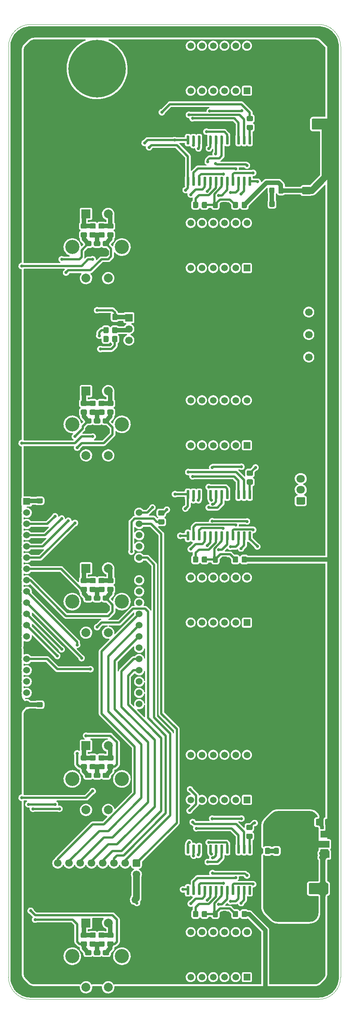
<source format=gbr>
G04 #@! TF.GenerationSoftware,KiCad,Pcbnew,6.0.10+dfsg-1~bpo11+1*
G04 #@! TF.ProjectId,ui,75692e6b-6963-4616-945f-706362585858,rev?*
G04 #@! TF.SameCoordinates,Original*
G04 #@! TF.FileFunction,Copper,L1,Top*
G04 #@! TF.FilePolarity,Positive*
%FSLAX46Y46*%
G04 Gerber Fmt 4.6, Leading zero omitted, Abs format (unit mm)*
%MOMM*%
%LPD*%
G01*
G04 APERTURE LIST*
G04 #@! TA.AperFunction,Profile*
%ADD10C,0.100000*%
G04 #@! TD*
G04 #@! TA.AperFunction,ComponentPad*
%ADD11C,0.800000*%
G04 #@! TD*
G04 #@! TA.AperFunction,ComponentPad*
%ADD12C,6.400000*%
G04 #@! TD*
G04 #@! TA.AperFunction,ComponentPad*
%ADD13C,0.900000*%
G04 #@! TD*
G04 #@! TA.AperFunction,ComponentPad*
%ADD14C,13.000000*%
G04 #@! TD*
G04 #@! TA.AperFunction,ComponentPad*
%ADD15O,1.950000X1.700000*%
G04 #@! TD*
G04 #@! TA.AperFunction,ComponentPad*
%ADD16R,1.530000X1.530000*%
G04 #@! TD*
G04 #@! TA.AperFunction,ComponentPad*
%ADD17C,1.530000*%
G04 #@! TD*
G04 #@! TA.AperFunction,ComponentPad*
%ADD18C,3.000000*%
G04 #@! TD*
G04 #@! TA.AperFunction,ComponentPad*
%ADD19R,1.700000X1.700000*%
G04 #@! TD*
G04 #@! TA.AperFunction,ComponentPad*
%ADD20C,1.700000*%
G04 #@! TD*
G04 #@! TA.AperFunction,SMDPad,CuDef*
%ADD21R,2.000000X1.500000*%
G04 #@! TD*
G04 #@! TA.AperFunction,SMDPad,CuDef*
%ADD22R,2.000000X3.800000*%
G04 #@! TD*
G04 #@! TA.AperFunction,ComponentPad*
%ADD23O,2.000000X1.700000*%
G04 #@! TD*
G04 #@! TA.AperFunction,ComponentPad*
%ADD24R,1.500000X1.500000*%
G04 #@! TD*
G04 #@! TA.AperFunction,ComponentPad*
%ADD25C,1.500000*%
G04 #@! TD*
G04 #@! TA.AperFunction,ComponentPad*
%ADD26R,2.000000X2.000000*%
G04 #@! TD*
G04 #@! TA.AperFunction,ComponentPad*
%ADD27C,2.000000*%
G04 #@! TD*
G04 #@! TA.AperFunction,ComponentPad*
%ADD28C,3.200000*%
G04 #@! TD*
G04 #@! TA.AperFunction,ViaPad*
%ADD29C,0.700000*%
G04 #@! TD*
G04 #@! TA.AperFunction,Conductor*
%ADD30C,1.000000*%
G04 #@! TD*
G04 #@! TA.AperFunction,Conductor*
%ADD31C,0.500000*%
G04 #@! TD*
G04 #@! TA.AperFunction,Conductor*
%ADD32C,1.500000*%
G04 #@! TD*
G04 APERTURE END LIST*
D10*
X220000000Y-30000000D02*
X155000000Y-30000000D01*
X220000000Y-250000000D02*
G75*
G03*
X225000000Y-245000000I0J5000000D01*
G01*
X150000000Y-35000000D02*
X150000000Y-245000000D01*
X155000000Y-30000000D02*
G75*
G03*
X150000000Y-35000000I0J-5000000D01*
G01*
X225000000Y-35000000D02*
G75*
G03*
X220000000Y-30000000I-5000000J0D01*
G01*
X225000000Y-245000000D02*
X225000000Y-35000000D01*
X155000000Y-250000000D02*
X220000000Y-250000000D01*
X150000000Y-245000000D02*
G75*
G03*
X155000000Y-250000000I5000000J0D01*
G01*
G04 #@! TA.AperFunction,SMDPad,CuDef*
G36*
G01*
X205900000Y-216950000D02*
X205900000Y-216050000D01*
G75*
G02*
X206150000Y-215800000I250000J0D01*
G01*
X206850000Y-215800000D01*
G75*
G02*
X207100000Y-216050000I0J-250000D01*
G01*
X207100000Y-216950000D01*
G75*
G02*
X206850000Y-217200000I-250000J0D01*
G01*
X206150000Y-217200000D01*
G75*
G02*
X205900000Y-216950000I0J250000D01*
G01*
G37*
G04 #@! TD.AperFunction*
G04 #@! TA.AperFunction,SMDPad,CuDef*
G36*
G01*
X207900000Y-216950000D02*
X207900000Y-216050000D01*
G75*
G02*
X208150000Y-215800000I250000J0D01*
G01*
X208850000Y-215800000D01*
G75*
G02*
X209100000Y-216050000I0J-250000D01*
G01*
X209100000Y-216950000D01*
G75*
G02*
X208850000Y-217200000I-250000J0D01*
G01*
X208150000Y-217200000D01*
G75*
G02*
X207900000Y-216950000I0J250000D01*
G01*
G37*
G04 #@! TD.AperFunction*
G04 #@! TA.AperFunction,SMDPad,CuDef*
G36*
G01*
X170550000Y-74900000D02*
X171450000Y-74900000D01*
G75*
G02*
X171700000Y-75150000I0J-250000D01*
G01*
X171700000Y-75850000D01*
G75*
G02*
X171450000Y-76100000I-250000J0D01*
G01*
X170550000Y-76100000D01*
G75*
G02*
X170300000Y-75850000I0J250000D01*
G01*
X170300000Y-75150000D01*
G75*
G02*
X170550000Y-74900000I250000J0D01*
G01*
G37*
G04 #@! TD.AperFunction*
G04 #@! TA.AperFunction,SMDPad,CuDef*
G36*
G01*
X170550000Y-76900000D02*
X171450000Y-76900000D01*
G75*
G02*
X171700000Y-77150000I0J-250000D01*
G01*
X171700000Y-77850000D01*
G75*
G02*
X171450000Y-78100000I-250000J0D01*
G01*
X170550000Y-78100000D01*
G75*
G02*
X170300000Y-77850000I0J250000D01*
G01*
X170300000Y-77150000D01*
G75*
G02*
X170550000Y-76900000I250000J0D01*
G01*
G37*
G04 #@! TD.AperFunction*
G04 #@! TA.AperFunction,SMDPad,CuDef*
G36*
G01*
X172550000Y-114900000D02*
X173450000Y-114900000D01*
G75*
G02*
X173700000Y-115150000I0J-250000D01*
G01*
X173700000Y-115850000D01*
G75*
G02*
X173450000Y-116100000I-250000J0D01*
G01*
X172550000Y-116100000D01*
G75*
G02*
X172300000Y-115850000I0J250000D01*
G01*
X172300000Y-115150000D01*
G75*
G02*
X172550000Y-114900000I250000J0D01*
G01*
G37*
G04 #@! TD.AperFunction*
G04 #@! TA.AperFunction,SMDPad,CuDef*
G36*
G01*
X172550000Y-116900000D02*
X173450000Y-116900000D01*
G75*
G02*
X173700000Y-117150000I0J-250000D01*
G01*
X173700000Y-117850000D01*
G75*
G02*
X173450000Y-118100000I-250000J0D01*
G01*
X172550000Y-118100000D01*
G75*
G02*
X172300000Y-117850000I0J250000D01*
G01*
X172300000Y-117150000D01*
G75*
G02*
X172550000Y-116900000I250000J0D01*
G01*
G37*
G04 #@! TD.AperFunction*
G04 #@! TA.AperFunction,SMDPad,CuDef*
G36*
G01*
X168550000Y-234900000D02*
X169450000Y-234900000D01*
G75*
G02*
X169700000Y-235150000I0J-250000D01*
G01*
X169700000Y-235850000D01*
G75*
G02*
X169450000Y-236100000I-250000J0D01*
G01*
X168550000Y-236100000D01*
G75*
G02*
X168300000Y-235850000I0J250000D01*
G01*
X168300000Y-235150000D01*
G75*
G02*
X168550000Y-234900000I250000J0D01*
G01*
G37*
G04 #@! TD.AperFunction*
G04 #@! TA.AperFunction,SMDPad,CuDef*
G36*
G01*
X168550000Y-236900000D02*
X169450000Y-236900000D01*
G75*
G02*
X169700000Y-237150000I0J-250000D01*
G01*
X169700000Y-237850000D01*
G75*
G02*
X169450000Y-238100000I-250000J0D01*
G01*
X168550000Y-238100000D01*
G75*
G02*
X168300000Y-237850000I0J250000D01*
G01*
X168300000Y-237150000D01*
G75*
G02*
X168550000Y-236900000I250000J0D01*
G01*
G37*
G04 #@! TD.AperFunction*
G04 #@! TA.AperFunction,SMDPad,CuDef*
G36*
G01*
X172475000Y-82125000D02*
X171525000Y-82125000D01*
G75*
G02*
X171275000Y-81875000I0J250000D01*
G01*
X171275000Y-81200000D01*
G75*
G02*
X171525000Y-80950000I250000J0D01*
G01*
X172475000Y-80950000D01*
G75*
G02*
X172725000Y-81200000I0J-250000D01*
G01*
X172725000Y-81875000D01*
G75*
G02*
X172475000Y-82125000I-250000J0D01*
G01*
G37*
G04 #@! TD.AperFunction*
G04 #@! TA.AperFunction,SMDPad,CuDef*
G36*
G01*
X172475000Y-80050000D02*
X171525000Y-80050000D01*
G75*
G02*
X171275000Y-79800000I0J250000D01*
G01*
X171275000Y-79125000D01*
G75*
G02*
X171525000Y-78875000I250000J0D01*
G01*
X172475000Y-78875000D01*
G75*
G02*
X172725000Y-79125000I0J-250000D01*
G01*
X172725000Y-79800000D01*
G75*
G02*
X172475000Y-80050000I-250000J0D01*
G01*
G37*
G04 #@! TD.AperFunction*
G04 #@! TA.AperFunction,SMDPad,CuDef*
G36*
G01*
X170550000Y-114900000D02*
X171450000Y-114900000D01*
G75*
G02*
X171700000Y-115150000I0J-250000D01*
G01*
X171700000Y-115850000D01*
G75*
G02*
X171450000Y-116100000I-250000J0D01*
G01*
X170550000Y-116100000D01*
G75*
G02*
X170300000Y-115850000I0J250000D01*
G01*
X170300000Y-115150000D01*
G75*
G02*
X170550000Y-114900000I250000J0D01*
G01*
G37*
G04 #@! TD.AperFunction*
G04 #@! TA.AperFunction,SMDPad,CuDef*
G36*
G01*
X170550000Y-116900000D02*
X171450000Y-116900000D01*
G75*
G02*
X171700000Y-117150000I0J-250000D01*
G01*
X171700000Y-117850000D01*
G75*
G02*
X171450000Y-118100000I-250000J0D01*
G01*
X170550000Y-118100000D01*
G75*
G02*
X170300000Y-117850000I0J250000D01*
G01*
X170300000Y-117150000D01*
G75*
G02*
X170550000Y-116900000I250000J0D01*
G01*
G37*
G04 #@! TD.AperFunction*
G04 #@! TA.AperFunction,SMDPad,CuDef*
G36*
G01*
X208900000Y-70950000D02*
X208900000Y-70050000D01*
G75*
G02*
X209150000Y-69800000I250000J0D01*
G01*
X209850000Y-69800000D01*
G75*
G02*
X210100000Y-70050000I0J-250000D01*
G01*
X210100000Y-70950000D01*
G75*
G02*
X209850000Y-71200000I-250000J0D01*
G01*
X209150000Y-71200000D01*
G75*
G02*
X208900000Y-70950000I0J250000D01*
G01*
G37*
G04 #@! TD.AperFunction*
G04 #@! TA.AperFunction,SMDPad,CuDef*
G36*
G01*
X210900000Y-70950000D02*
X210900000Y-70050000D01*
G75*
G02*
X211150000Y-69800000I250000J0D01*
G01*
X211850000Y-69800000D01*
G75*
G02*
X212100000Y-70050000I0J-250000D01*
G01*
X212100000Y-70950000D01*
G75*
G02*
X211850000Y-71200000I-250000J0D01*
G01*
X211150000Y-71200000D01*
G75*
G02*
X210900000Y-70950000I0J250000D01*
G01*
G37*
G04 #@! TD.AperFunction*
G04 #@! TA.AperFunction,SMDPad,CuDef*
G36*
G01*
X169525000Y-238875000D02*
X170475000Y-238875000D01*
G75*
G02*
X170725000Y-239125000I0J-250000D01*
G01*
X170725000Y-239800000D01*
G75*
G02*
X170475000Y-240050000I-250000J0D01*
G01*
X169525000Y-240050000D01*
G75*
G02*
X169275000Y-239800000I0J250000D01*
G01*
X169275000Y-239125000D01*
G75*
G02*
X169525000Y-238875000I250000J0D01*
G01*
G37*
G04 #@! TD.AperFunction*
G04 #@! TA.AperFunction,SMDPad,CuDef*
G36*
G01*
X169525000Y-240950000D02*
X170475000Y-240950000D01*
G75*
G02*
X170725000Y-241200000I0J-250000D01*
G01*
X170725000Y-241875000D01*
G75*
G02*
X170475000Y-242125000I-250000J0D01*
G01*
X169525000Y-242125000D01*
G75*
G02*
X169275000Y-241875000I0J250000D01*
G01*
X169275000Y-241200000D01*
G75*
G02*
X169525000Y-240950000I250000J0D01*
G01*
G37*
G04 #@! TD.AperFunction*
D11*
X155100000Y-80000000D03*
X159197056Y-81697056D03*
X157500000Y-77600000D03*
X157500000Y-82400000D03*
D12*
X157500000Y-80000000D03*
D11*
X155802944Y-81697056D03*
X159900000Y-80000000D03*
X159197056Y-78302944D03*
X155802944Y-78302944D03*
G04 #@! TA.AperFunction,SMDPad,CuDef*
G36*
G01*
X171375000Y-96475000D02*
X171375000Y-95525000D01*
G75*
G02*
X171625000Y-95275000I250000J0D01*
G01*
X172300000Y-95275000D01*
G75*
G02*
X172550000Y-95525000I0J-250000D01*
G01*
X172550000Y-96475000D01*
G75*
G02*
X172300000Y-96725000I-250000J0D01*
G01*
X171625000Y-96725000D01*
G75*
G02*
X171375000Y-96475000I0J250000D01*
G01*
G37*
G04 #@! TD.AperFunction*
G04 #@! TA.AperFunction,SMDPad,CuDef*
G36*
G01*
X173450000Y-96475000D02*
X173450000Y-95525000D01*
G75*
G02*
X173700000Y-95275000I250000J0D01*
G01*
X174375000Y-95275000D01*
G75*
G02*
X174625000Y-95525000I0J-250000D01*
G01*
X174625000Y-96475000D01*
G75*
G02*
X174375000Y-96725000I-250000J0D01*
G01*
X173700000Y-96725000D01*
G75*
G02*
X173450000Y-96475000I0J250000D01*
G01*
G37*
G04 #@! TD.AperFunction*
G04 #@! TA.AperFunction,SMDPad,CuDef*
G36*
G01*
X169525000Y-78875000D02*
X170475000Y-78875000D01*
G75*
G02*
X170725000Y-79125000I0J-250000D01*
G01*
X170725000Y-79800000D01*
G75*
G02*
X170475000Y-80050000I-250000J0D01*
G01*
X169525000Y-80050000D01*
G75*
G02*
X169275000Y-79800000I0J250000D01*
G01*
X169275000Y-79125000D01*
G75*
G02*
X169525000Y-78875000I250000J0D01*
G01*
G37*
G04 #@! TD.AperFunction*
G04 #@! TA.AperFunction,SMDPad,CuDef*
G36*
G01*
X169525000Y-80950000D02*
X170475000Y-80950000D01*
G75*
G02*
X170725000Y-81200000I0J-250000D01*
G01*
X170725000Y-81875000D01*
G75*
G02*
X170475000Y-82125000I-250000J0D01*
G01*
X169525000Y-82125000D01*
G75*
G02*
X169275000Y-81875000I0J250000D01*
G01*
X169275000Y-81200000D01*
G75*
G02*
X169525000Y-80950000I250000J0D01*
G01*
G37*
G04 #@! TD.AperFunction*
G04 #@! TA.AperFunction,SMDPad,CuDef*
G36*
G01*
X166550000Y-234900000D02*
X167450000Y-234900000D01*
G75*
G02*
X167700000Y-235150000I0J-250000D01*
G01*
X167700000Y-235850000D01*
G75*
G02*
X167450000Y-236100000I-250000J0D01*
G01*
X166550000Y-236100000D01*
G75*
G02*
X166300000Y-235850000I0J250000D01*
G01*
X166300000Y-235150000D01*
G75*
G02*
X166550000Y-234900000I250000J0D01*
G01*
G37*
G04 #@! TD.AperFunction*
G04 #@! TA.AperFunction,SMDPad,CuDef*
G36*
G01*
X166550000Y-236900000D02*
X167450000Y-236900000D01*
G75*
G02*
X167700000Y-237150000I0J-250000D01*
G01*
X167700000Y-237850000D01*
G75*
G02*
X167450000Y-238100000I-250000J0D01*
G01*
X166550000Y-238100000D01*
G75*
G02*
X166300000Y-237850000I0J250000D01*
G01*
X166300000Y-237150000D01*
G75*
G02*
X166550000Y-236900000I250000J0D01*
G01*
G37*
G04 #@! TD.AperFunction*
G04 #@! TA.AperFunction,SMDPad,CuDef*
G36*
G01*
X168550000Y-194900000D02*
X169450000Y-194900000D01*
G75*
G02*
X169700000Y-195150000I0J-250000D01*
G01*
X169700000Y-195850000D01*
G75*
G02*
X169450000Y-196100000I-250000J0D01*
G01*
X168550000Y-196100000D01*
G75*
G02*
X168300000Y-195850000I0J250000D01*
G01*
X168300000Y-195150000D01*
G75*
G02*
X168550000Y-194900000I250000J0D01*
G01*
G37*
G04 #@! TD.AperFunction*
G04 #@! TA.AperFunction,SMDPad,CuDef*
G36*
G01*
X168550000Y-196900000D02*
X169450000Y-196900000D01*
G75*
G02*
X169700000Y-197150000I0J-250000D01*
G01*
X169700000Y-197850000D01*
G75*
G02*
X169450000Y-198100000I-250000J0D01*
G01*
X168550000Y-198100000D01*
G75*
G02*
X168300000Y-197850000I0J250000D01*
G01*
X168300000Y-197150000D01*
G75*
G02*
X168550000Y-196900000I250000J0D01*
G01*
G37*
G04 #@! TD.AperFunction*
D13*
X170000000Y-44875000D03*
X170000000Y-35125000D03*
D14*
X170000000Y-40000000D03*
D13*
X173447146Y-36552854D03*
X166552854Y-36552854D03*
X165125000Y-40000000D03*
X173447146Y-43447146D03*
X166552854Y-43447146D03*
X174875000Y-40000000D03*
G04 #@! TA.AperFunction,SMDPad,CuDef*
G36*
G01*
X204050000Y-50650000D02*
X204950000Y-50650000D01*
G75*
G02*
X205200000Y-50900000I0J-250000D01*
G01*
X205200000Y-51600000D01*
G75*
G02*
X204950000Y-51850000I-250000J0D01*
G01*
X204050000Y-51850000D01*
G75*
G02*
X203800000Y-51600000I0J250000D01*
G01*
X203800000Y-50900000D01*
G75*
G02*
X204050000Y-50650000I250000J0D01*
G01*
G37*
G04 #@! TD.AperFunction*
G04 #@! TA.AperFunction,SMDPad,CuDef*
G36*
G01*
X204050000Y-52650000D02*
X204950000Y-52650000D01*
G75*
G02*
X205200000Y-52900000I0J-250000D01*
G01*
X205200000Y-53600000D01*
G75*
G02*
X204950000Y-53850000I-250000J0D01*
G01*
X204050000Y-53850000D01*
G75*
G02*
X203800000Y-53600000I0J250000D01*
G01*
X203800000Y-52900000D01*
G75*
G02*
X204050000Y-52650000I250000J0D01*
G01*
G37*
G04 #@! TD.AperFunction*
G04 #@! TA.AperFunction,SMDPad,CuDef*
G36*
G01*
X208900000Y-67950000D02*
X208900000Y-67050000D01*
G75*
G02*
X209150000Y-66800000I250000J0D01*
G01*
X209800000Y-66800000D01*
G75*
G02*
X210050000Y-67050000I0J-250000D01*
G01*
X210050000Y-67950000D01*
G75*
G02*
X209800000Y-68200000I-250000J0D01*
G01*
X209150000Y-68200000D01*
G75*
G02*
X208900000Y-67950000I0J250000D01*
G01*
G37*
G04 #@! TD.AperFunction*
G04 #@! TA.AperFunction,SMDPad,CuDef*
G36*
G01*
X210950000Y-67950000D02*
X210950000Y-67050000D01*
G75*
G02*
X211200000Y-66800000I250000J0D01*
G01*
X211850000Y-66800000D01*
G75*
G02*
X212100000Y-67050000I0J-250000D01*
G01*
X212100000Y-67950000D01*
G75*
G02*
X211850000Y-68200000I-250000J0D01*
G01*
X211200000Y-68200000D01*
G75*
G02*
X210950000Y-67950000I0J250000D01*
G01*
G37*
G04 #@! TD.AperFunction*
G04 #@! TA.AperFunction,SMDPad,CuDef*
G36*
G01*
X204335000Y-215075000D02*
X204635000Y-215075000D01*
G75*
G02*
X204785000Y-215225000I0J-150000D01*
G01*
X204785000Y-216975000D01*
G75*
G02*
X204635000Y-217125000I-150000J0D01*
G01*
X204335000Y-217125000D01*
G75*
G02*
X204185000Y-216975000I0J150000D01*
G01*
X204185000Y-215225000D01*
G75*
G02*
X204335000Y-215075000I150000J0D01*
G01*
G37*
G04 #@! TD.AperFunction*
G04 #@! TA.AperFunction,SMDPad,CuDef*
G36*
G01*
X203065000Y-215075000D02*
X203365000Y-215075000D01*
G75*
G02*
X203515000Y-215225000I0J-150000D01*
G01*
X203515000Y-216975000D01*
G75*
G02*
X203365000Y-217125000I-150000J0D01*
G01*
X203065000Y-217125000D01*
G75*
G02*
X202915000Y-216975000I0J150000D01*
G01*
X202915000Y-215225000D01*
G75*
G02*
X203065000Y-215075000I150000J0D01*
G01*
G37*
G04 #@! TD.AperFunction*
G04 #@! TA.AperFunction,SMDPad,CuDef*
G36*
G01*
X201795000Y-215075000D02*
X202095000Y-215075000D01*
G75*
G02*
X202245000Y-215225000I0J-150000D01*
G01*
X202245000Y-216975000D01*
G75*
G02*
X202095000Y-217125000I-150000J0D01*
G01*
X201795000Y-217125000D01*
G75*
G02*
X201645000Y-216975000I0J150000D01*
G01*
X201645000Y-215225000D01*
G75*
G02*
X201795000Y-215075000I150000J0D01*
G01*
G37*
G04 #@! TD.AperFunction*
G04 #@! TA.AperFunction,SMDPad,CuDef*
G36*
G01*
X200525000Y-215075000D02*
X200825000Y-215075000D01*
G75*
G02*
X200975000Y-215225000I0J-150000D01*
G01*
X200975000Y-216975000D01*
G75*
G02*
X200825000Y-217125000I-150000J0D01*
G01*
X200525000Y-217125000D01*
G75*
G02*
X200375000Y-216975000I0J150000D01*
G01*
X200375000Y-215225000D01*
G75*
G02*
X200525000Y-215075000I150000J0D01*
G01*
G37*
G04 #@! TD.AperFunction*
G04 #@! TA.AperFunction,SMDPad,CuDef*
G36*
G01*
X199255000Y-215075000D02*
X199555000Y-215075000D01*
G75*
G02*
X199705000Y-215225000I0J-150000D01*
G01*
X199705000Y-216975000D01*
G75*
G02*
X199555000Y-217125000I-150000J0D01*
G01*
X199255000Y-217125000D01*
G75*
G02*
X199105000Y-216975000I0J150000D01*
G01*
X199105000Y-215225000D01*
G75*
G02*
X199255000Y-215075000I150000J0D01*
G01*
G37*
G04 #@! TD.AperFunction*
G04 #@! TA.AperFunction,SMDPad,CuDef*
G36*
G01*
X197985000Y-215075000D02*
X198285000Y-215075000D01*
G75*
G02*
X198435000Y-215225000I0J-150000D01*
G01*
X198435000Y-216975000D01*
G75*
G02*
X198285000Y-217125000I-150000J0D01*
G01*
X197985000Y-217125000D01*
G75*
G02*
X197835000Y-216975000I0J150000D01*
G01*
X197835000Y-215225000D01*
G75*
G02*
X197985000Y-215075000I150000J0D01*
G01*
G37*
G04 #@! TD.AperFunction*
G04 #@! TA.AperFunction,SMDPad,CuDef*
G36*
G01*
X196715000Y-215075000D02*
X197015000Y-215075000D01*
G75*
G02*
X197165000Y-215225000I0J-150000D01*
G01*
X197165000Y-216975000D01*
G75*
G02*
X197015000Y-217125000I-150000J0D01*
G01*
X196715000Y-217125000D01*
G75*
G02*
X196565000Y-216975000I0J150000D01*
G01*
X196565000Y-215225000D01*
G75*
G02*
X196715000Y-215075000I150000J0D01*
G01*
G37*
G04 #@! TD.AperFunction*
G04 #@! TA.AperFunction,SMDPad,CuDef*
G36*
G01*
X195445000Y-215075000D02*
X195745000Y-215075000D01*
G75*
G02*
X195895000Y-215225000I0J-150000D01*
G01*
X195895000Y-216975000D01*
G75*
G02*
X195745000Y-217125000I-150000J0D01*
G01*
X195445000Y-217125000D01*
G75*
G02*
X195295000Y-216975000I0J150000D01*
G01*
X195295000Y-215225000D01*
G75*
G02*
X195445000Y-215075000I150000J0D01*
G01*
G37*
G04 #@! TD.AperFunction*
G04 #@! TA.AperFunction,SMDPad,CuDef*
G36*
G01*
X194175000Y-215075000D02*
X194475000Y-215075000D01*
G75*
G02*
X194625000Y-215225000I0J-150000D01*
G01*
X194625000Y-216975000D01*
G75*
G02*
X194475000Y-217125000I-150000J0D01*
G01*
X194175000Y-217125000D01*
G75*
G02*
X194025000Y-216975000I0J150000D01*
G01*
X194025000Y-215225000D01*
G75*
G02*
X194175000Y-215075000I150000J0D01*
G01*
G37*
G04 #@! TD.AperFunction*
G04 #@! TA.AperFunction,SMDPad,CuDef*
G36*
G01*
X192905000Y-215075000D02*
X193205000Y-215075000D01*
G75*
G02*
X193355000Y-215225000I0J-150000D01*
G01*
X193355000Y-216975000D01*
G75*
G02*
X193205000Y-217125000I-150000J0D01*
G01*
X192905000Y-217125000D01*
G75*
G02*
X192755000Y-216975000I0J150000D01*
G01*
X192755000Y-215225000D01*
G75*
G02*
X192905000Y-215075000I150000J0D01*
G01*
G37*
G04 #@! TD.AperFunction*
G04 #@! TA.AperFunction,SMDPad,CuDef*
G36*
G01*
X191635000Y-215075000D02*
X191935000Y-215075000D01*
G75*
G02*
X192085000Y-215225000I0J-150000D01*
G01*
X192085000Y-216975000D01*
G75*
G02*
X191935000Y-217125000I-150000J0D01*
G01*
X191635000Y-217125000D01*
G75*
G02*
X191485000Y-216975000I0J150000D01*
G01*
X191485000Y-215225000D01*
G75*
G02*
X191635000Y-215075000I150000J0D01*
G01*
G37*
G04 #@! TD.AperFunction*
G04 #@! TA.AperFunction,SMDPad,CuDef*
G36*
G01*
X190365000Y-215075000D02*
X190665000Y-215075000D01*
G75*
G02*
X190815000Y-215225000I0J-150000D01*
G01*
X190815000Y-216975000D01*
G75*
G02*
X190665000Y-217125000I-150000J0D01*
G01*
X190365000Y-217125000D01*
G75*
G02*
X190215000Y-216975000I0J150000D01*
G01*
X190215000Y-215225000D01*
G75*
G02*
X190365000Y-215075000I150000J0D01*
G01*
G37*
G04 #@! TD.AperFunction*
G04 #@! TA.AperFunction,SMDPad,CuDef*
G36*
G01*
X190365000Y-224375000D02*
X190665000Y-224375000D01*
G75*
G02*
X190815000Y-224525000I0J-150000D01*
G01*
X190815000Y-226275000D01*
G75*
G02*
X190665000Y-226425000I-150000J0D01*
G01*
X190365000Y-226425000D01*
G75*
G02*
X190215000Y-226275000I0J150000D01*
G01*
X190215000Y-224525000D01*
G75*
G02*
X190365000Y-224375000I150000J0D01*
G01*
G37*
G04 #@! TD.AperFunction*
G04 #@! TA.AperFunction,SMDPad,CuDef*
G36*
G01*
X191635000Y-224375000D02*
X191935000Y-224375000D01*
G75*
G02*
X192085000Y-224525000I0J-150000D01*
G01*
X192085000Y-226275000D01*
G75*
G02*
X191935000Y-226425000I-150000J0D01*
G01*
X191635000Y-226425000D01*
G75*
G02*
X191485000Y-226275000I0J150000D01*
G01*
X191485000Y-224525000D01*
G75*
G02*
X191635000Y-224375000I150000J0D01*
G01*
G37*
G04 #@! TD.AperFunction*
G04 #@! TA.AperFunction,SMDPad,CuDef*
G36*
G01*
X192905000Y-224375000D02*
X193205000Y-224375000D01*
G75*
G02*
X193355000Y-224525000I0J-150000D01*
G01*
X193355000Y-226275000D01*
G75*
G02*
X193205000Y-226425000I-150000J0D01*
G01*
X192905000Y-226425000D01*
G75*
G02*
X192755000Y-226275000I0J150000D01*
G01*
X192755000Y-224525000D01*
G75*
G02*
X192905000Y-224375000I150000J0D01*
G01*
G37*
G04 #@! TD.AperFunction*
G04 #@! TA.AperFunction,SMDPad,CuDef*
G36*
G01*
X194175000Y-224375000D02*
X194475000Y-224375000D01*
G75*
G02*
X194625000Y-224525000I0J-150000D01*
G01*
X194625000Y-226275000D01*
G75*
G02*
X194475000Y-226425000I-150000J0D01*
G01*
X194175000Y-226425000D01*
G75*
G02*
X194025000Y-226275000I0J150000D01*
G01*
X194025000Y-224525000D01*
G75*
G02*
X194175000Y-224375000I150000J0D01*
G01*
G37*
G04 #@! TD.AperFunction*
G04 #@! TA.AperFunction,SMDPad,CuDef*
G36*
G01*
X195445000Y-224375000D02*
X195745000Y-224375000D01*
G75*
G02*
X195895000Y-224525000I0J-150000D01*
G01*
X195895000Y-226275000D01*
G75*
G02*
X195745000Y-226425000I-150000J0D01*
G01*
X195445000Y-226425000D01*
G75*
G02*
X195295000Y-226275000I0J150000D01*
G01*
X195295000Y-224525000D01*
G75*
G02*
X195445000Y-224375000I150000J0D01*
G01*
G37*
G04 #@! TD.AperFunction*
G04 #@! TA.AperFunction,SMDPad,CuDef*
G36*
G01*
X196715000Y-224375000D02*
X197015000Y-224375000D01*
G75*
G02*
X197165000Y-224525000I0J-150000D01*
G01*
X197165000Y-226275000D01*
G75*
G02*
X197015000Y-226425000I-150000J0D01*
G01*
X196715000Y-226425000D01*
G75*
G02*
X196565000Y-226275000I0J150000D01*
G01*
X196565000Y-224525000D01*
G75*
G02*
X196715000Y-224375000I150000J0D01*
G01*
G37*
G04 #@! TD.AperFunction*
G04 #@! TA.AperFunction,SMDPad,CuDef*
G36*
G01*
X197985000Y-224375000D02*
X198285000Y-224375000D01*
G75*
G02*
X198435000Y-224525000I0J-150000D01*
G01*
X198435000Y-226275000D01*
G75*
G02*
X198285000Y-226425000I-150000J0D01*
G01*
X197985000Y-226425000D01*
G75*
G02*
X197835000Y-226275000I0J150000D01*
G01*
X197835000Y-224525000D01*
G75*
G02*
X197985000Y-224375000I150000J0D01*
G01*
G37*
G04 #@! TD.AperFunction*
G04 #@! TA.AperFunction,SMDPad,CuDef*
G36*
G01*
X199255000Y-224375000D02*
X199555000Y-224375000D01*
G75*
G02*
X199705000Y-224525000I0J-150000D01*
G01*
X199705000Y-226275000D01*
G75*
G02*
X199555000Y-226425000I-150000J0D01*
G01*
X199255000Y-226425000D01*
G75*
G02*
X199105000Y-226275000I0J150000D01*
G01*
X199105000Y-224525000D01*
G75*
G02*
X199255000Y-224375000I150000J0D01*
G01*
G37*
G04 #@! TD.AperFunction*
G04 #@! TA.AperFunction,SMDPad,CuDef*
G36*
G01*
X200525000Y-224375000D02*
X200825000Y-224375000D01*
G75*
G02*
X200975000Y-224525000I0J-150000D01*
G01*
X200975000Y-226275000D01*
G75*
G02*
X200825000Y-226425000I-150000J0D01*
G01*
X200525000Y-226425000D01*
G75*
G02*
X200375000Y-226275000I0J150000D01*
G01*
X200375000Y-224525000D01*
G75*
G02*
X200525000Y-224375000I150000J0D01*
G01*
G37*
G04 #@! TD.AperFunction*
G04 #@! TA.AperFunction,SMDPad,CuDef*
G36*
G01*
X201795000Y-224375000D02*
X202095000Y-224375000D01*
G75*
G02*
X202245000Y-224525000I0J-150000D01*
G01*
X202245000Y-226275000D01*
G75*
G02*
X202095000Y-226425000I-150000J0D01*
G01*
X201795000Y-226425000D01*
G75*
G02*
X201645000Y-226275000I0J150000D01*
G01*
X201645000Y-224525000D01*
G75*
G02*
X201795000Y-224375000I150000J0D01*
G01*
G37*
G04 #@! TD.AperFunction*
G04 #@! TA.AperFunction,SMDPad,CuDef*
G36*
G01*
X203065000Y-224375000D02*
X203365000Y-224375000D01*
G75*
G02*
X203515000Y-224525000I0J-150000D01*
G01*
X203515000Y-226275000D01*
G75*
G02*
X203365000Y-226425000I-150000J0D01*
G01*
X203065000Y-226425000D01*
G75*
G02*
X202915000Y-226275000I0J150000D01*
G01*
X202915000Y-224525000D01*
G75*
G02*
X203065000Y-224375000I150000J0D01*
G01*
G37*
G04 #@! TD.AperFunction*
G04 #@! TA.AperFunction,SMDPad,CuDef*
G36*
G01*
X204335000Y-224375000D02*
X204635000Y-224375000D01*
G75*
G02*
X204785000Y-224525000I0J-150000D01*
G01*
X204785000Y-226275000D01*
G75*
G02*
X204635000Y-226425000I-150000J0D01*
G01*
X204335000Y-226425000D01*
G75*
G02*
X204185000Y-226275000I0J150000D01*
G01*
X204185000Y-224525000D01*
G75*
G02*
X204335000Y-224375000I150000J0D01*
G01*
G37*
G04 #@! TD.AperFunction*
G04 #@! TA.AperFunction,SMDPad,CuDef*
G36*
G01*
X170550000Y-154900000D02*
X171450000Y-154900000D01*
G75*
G02*
X171700000Y-155150000I0J-250000D01*
G01*
X171700000Y-155850000D01*
G75*
G02*
X171450000Y-156100000I-250000J0D01*
G01*
X170550000Y-156100000D01*
G75*
G02*
X170300000Y-155850000I0J250000D01*
G01*
X170300000Y-155150000D01*
G75*
G02*
X170550000Y-154900000I250000J0D01*
G01*
G37*
G04 #@! TD.AperFunction*
G04 #@! TA.AperFunction,SMDPad,CuDef*
G36*
G01*
X170550000Y-156900000D02*
X171450000Y-156900000D01*
G75*
G02*
X171700000Y-157150000I0J-250000D01*
G01*
X171700000Y-157850000D01*
G75*
G02*
X171450000Y-158100000I-250000J0D01*
G01*
X170550000Y-158100000D01*
G75*
G02*
X170300000Y-157850000I0J250000D01*
G01*
X170300000Y-157150000D01*
G75*
G02*
X170550000Y-156900000I250000J0D01*
G01*
G37*
G04 #@! TD.AperFunction*
G04 #@! TA.AperFunction,ComponentPad*
G36*
G01*
X216725000Y-138350000D02*
X215275000Y-138350000D01*
G75*
G02*
X215025000Y-138100000I0J250000D01*
G01*
X215025000Y-136900000D01*
G75*
G02*
X215275000Y-136650000I250000J0D01*
G01*
X216725000Y-136650000D01*
G75*
G02*
X216975000Y-136900000I0J-250000D01*
G01*
X216975000Y-138100000D01*
G75*
G02*
X216725000Y-138350000I-250000J0D01*
G01*
G37*
G04 #@! TD.AperFunction*
D15*
X216000000Y-135000000D03*
X216000000Y-132500000D03*
G04 #@! TA.AperFunction,SMDPad,CuDef*
G36*
G01*
X209900000Y-216950000D02*
X209900000Y-216050000D01*
G75*
G02*
X210150000Y-215800000I250000J0D01*
G01*
X210800000Y-215800000D01*
G75*
G02*
X211050000Y-216050000I0J-250000D01*
G01*
X211050000Y-216950000D01*
G75*
G02*
X210800000Y-217200000I-250000J0D01*
G01*
X210150000Y-217200000D01*
G75*
G02*
X209900000Y-216950000I0J250000D01*
G01*
G37*
G04 #@! TD.AperFunction*
G04 #@! TA.AperFunction,SMDPad,CuDef*
G36*
G01*
X211950000Y-216950000D02*
X211950000Y-216050000D01*
G75*
G02*
X212200000Y-215800000I250000J0D01*
G01*
X212850000Y-215800000D01*
G75*
G02*
X213100000Y-216050000I0J-250000D01*
G01*
X213100000Y-216950000D01*
G75*
G02*
X212850000Y-217200000I-250000J0D01*
G01*
X212200000Y-217200000D01*
G75*
G02*
X211950000Y-216950000I0J250000D01*
G01*
G37*
G04 #@! TD.AperFunction*
G04 #@! TA.AperFunction,SMDPad,CuDef*
G36*
G01*
X172475000Y-122125000D02*
X171525000Y-122125000D01*
G75*
G02*
X171275000Y-121875000I0J250000D01*
G01*
X171275000Y-121200000D01*
G75*
G02*
X171525000Y-120950000I250000J0D01*
G01*
X172475000Y-120950000D01*
G75*
G02*
X172725000Y-121200000I0J-250000D01*
G01*
X172725000Y-121875000D01*
G75*
G02*
X172475000Y-122125000I-250000J0D01*
G01*
G37*
G04 #@! TD.AperFunction*
G04 #@! TA.AperFunction,SMDPad,CuDef*
G36*
G01*
X172475000Y-120050000D02*
X171525000Y-120050000D01*
G75*
G02*
X171275000Y-119800000I0J250000D01*
G01*
X171275000Y-119125000D01*
G75*
G02*
X171525000Y-118875000I250000J0D01*
G01*
X172475000Y-118875000D01*
G75*
G02*
X172725000Y-119125000I0J-250000D01*
G01*
X172725000Y-119800000D01*
G75*
G02*
X172475000Y-120050000I-250000J0D01*
G01*
G37*
G04 #@! TD.AperFunction*
G04 #@! TA.AperFunction,SMDPad,CuDef*
G36*
G01*
X168550000Y-114900000D02*
X169450000Y-114900000D01*
G75*
G02*
X169700000Y-115150000I0J-250000D01*
G01*
X169700000Y-115850000D01*
G75*
G02*
X169450000Y-116100000I-250000J0D01*
G01*
X168550000Y-116100000D01*
G75*
G02*
X168300000Y-115850000I0J250000D01*
G01*
X168300000Y-115150000D01*
G75*
G02*
X168550000Y-114900000I250000J0D01*
G01*
G37*
G04 #@! TD.AperFunction*
G04 #@! TA.AperFunction,SMDPad,CuDef*
G36*
G01*
X168550000Y-116900000D02*
X169450000Y-116900000D01*
G75*
G02*
X169700000Y-117150000I0J-250000D01*
G01*
X169700000Y-117850000D01*
G75*
G02*
X169450000Y-118100000I-250000J0D01*
G01*
X168550000Y-118100000D01*
G75*
G02*
X168300000Y-117850000I0J250000D01*
G01*
X168300000Y-117150000D01*
G75*
G02*
X168550000Y-116900000I250000J0D01*
G01*
G37*
G04 #@! TD.AperFunction*
G04 #@! TA.AperFunction,SMDPad,CuDef*
G36*
G01*
X172550000Y-74900000D02*
X173450000Y-74900000D01*
G75*
G02*
X173700000Y-75150000I0J-250000D01*
G01*
X173700000Y-75850000D01*
G75*
G02*
X173450000Y-76100000I-250000J0D01*
G01*
X172550000Y-76100000D01*
G75*
G02*
X172300000Y-75850000I0J250000D01*
G01*
X172300000Y-75150000D01*
G75*
G02*
X172550000Y-74900000I250000J0D01*
G01*
G37*
G04 #@! TD.AperFunction*
G04 #@! TA.AperFunction,SMDPad,CuDef*
G36*
G01*
X172550000Y-76900000D02*
X173450000Y-76900000D01*
G75*
G02*
X173700000Y-77150000I0J-250000D01*
G01*
X173700000Y-77850000D01*
G75*
G02*
X173450000Y-78100000I-250000J0D01*
G01*
X172550000Y-78100000D01*
G75*
G02*
X172300000Y-77850000I0J250000D01*
G01*
X172300000Y-77150000D01*
G75*
G02*
X172550000Y-76900000I250000J0D01*
G01*
G37*
G04 #@! TD.AperFunction*
G04 #@! TA.AperFunction,SMDPad,CuDef*
G36*
G01*
X191650000Y-231200000D02*
X191650000Y-230300000D01*
G75*
G02*
X191900000Y-230050000I250000J0D01*
G01*
X192600000Y-230050000D01*
G75*
G02*
X192850000Y-230300000I0J-250000D01*
G01*
X192850000Y-231200000D01*
G75*
G02*
X192600000Y-231450000I-250000J0D01*
G01*
X191900000Y-231450000D01*
G75*
G02*
X191650000Y-231200000I0J250000D01*
G01*
G37*
G04 #@! TD.AperFunction*
G04 #@! TA.AperFunction,SMDPad,CuDef*
G36*
G01*
X193650000Y-231200000D02*
X193650000Y-230300000D01*
G75*
G02*
X193900000Y-230050000I250000J0D01*
G01*
X194600000Y-230050000D01*
G75*
G02*
X194850000Y-230300000I0J-250000D01*
G01*
X194850000Y-231200000D01*
G75*
G02*
X194600000Y-231450000I-250000J0D01*
G01*
X193900000Y-231450000D01*
G75*
G02*
X193650000Y-231200000I0J250000D01*
G01*
G37*
G04 #@! TD.AperFunction*
G04 #@! TA.AperFunction,SMDPad,CuDef*
G36*
G01*
X172475000Y-242125000D02*
X171525000Y-242125000D01*
G75*
G02*
X171275000Y-241875000I0J250000D01*
G01*
X171275000Y-241200000D01*
G75*
G02*
X171525000Y-240950000I250000J0D01*
G01*
X172475000Y-240950000D01*
G75*
G02*
X172725000Y-241200000I0J-250000D01*
G01*
X172725000Y-241875000D01*
G75*
G02*
X172475000Y-242125000I-250000J0D01*
G01*
G37*
G04 #@! TD.AperFunction*
G04 #@! TA.AperFunction,SMDPad,CuDef*
G36*
G01*
X172475000Y-240050000D02*
X171525000Y-240050000D01*
G75*
G02*
X171275000Y-239800000I0J250000D01*
G01*
X171275000Y-239125000D01*
G75*
G02*
X171525000Y-238875000I250000J0D01*
G01*
X172475000Y-238875000D01*
G75*
G02*
X172725000Y-239125000I0J-250000D01*
G01*
X172725000Y-239800000D01*
G75*
G02*
X172475000Y-240050000I-250000J0D01*
G01*
G37*
G04 #@! TD.AperFunction*
G04 #@! TA.AperFunction,SMDPad,CuDef*
G36*
G01*
X174600000Y-100550000D02*
X174600000Y-101450000D01*
G75*
G02*
X174350000Y-101700000I-250000J0D01*
G01*
X173650000Y-101700000D01*
G75*
G02*
X173400000Y-101450000I0J250000D01*
G01*
X173400000Y-100550000D01*
G75*
G02*
X173650000Y-100300000I250000J0D01*
G01*
X174350000Y-100300000D01*
G75*
G02*
X174600000Y-100550000I0J-250000D01*
G01*
G37*
G04 #@! TD.AperFunction*
G04 #@! TA.AperFunction,SMDPad,CuDef*
G36*
G01*
X172600000Y-100550000D02*
X172600000Y-101450000D01*
G75*
G02*
X172350000Y-101700000I-250000J0D01*
G01*
X171650000Y-101700000D01*
G75*
G02*
X171400000Y-101450000I0J250000D01*
G01*
X171400000Y-100550000D01*
G75*
G02*
X171650000Y-100300000I250000J0D01*
G01*
X172350000Y-100300000D01*
G75*
G02*
X172600000Y-100550000I0J-250000D01*
G01*
G37*
G04 #@! TD.AperFunction*
G04 #@! TA.AperFunction,SMDPad,CuDef*
G36*
G01*
X209400000Y-226000000D02*
X209400000Y-224000000D01*
G75*
G02*
X209650000Y-223750000I250000J0D01*
G01*
X213550000Y-223750000D01*
G75*
G02*
X213800000Y-224000000I0J-250000D01*
G01*
X213800000Y-226000000D01*
G75*
G02*
X213550000Y-226250000I-250000J0D01*
G01*
X209650000Y-226250000D01*
G75*
G02*
X209400000Y-226000000I0J250000D01*
G01*
G37*
G04 #@! TD.AperFunction*
G04 #@! TA.AperFunction,SMDPad,CuDef*
G36*
G01*
X217800000Y-226000000D02*
X217800000Y-224000000D01*
G75*
G02*
X218050000Y-223750000I250000J0D01*
G01*
X221950000Y-223750000D01*
G75*
G02*
X222200000Y-224000000I0J-250000D01*
G01*
X222200000Y-226000000D01*
G75*
G02*
X221950000Y-226250000I-250000J0D01*
G01*
X218050000Y-226250000D01*
G75*
G02*
X217800000Y-226000000I0J250000D01*
G01*
G37*
G04 #@! TD.AperFunction*
D16*
X154100000Y-137650000D03*
D17*
X154100000Y-140190000D03*
X154100000Y-142730000D03*
X154100000Y-145270000D03*
X154100000Y-147810000D03*
X154100000Y-150350000D03*
X154100000Y-152890000D03*
X154100000Y-155430000D03*
X154100000Y-157970000D03*
X154100000Y-160510000D03*
X154100000Y-163050000D03*
X154100000Y-165590000D03*
X154100000Y-168130000D03*
X154100000Y-170670000D03*
X154100000Y-173210000D03*
X154100000Y-175750000D03*
X154100000Y-178290000D03*
X154100000Y-180830000D03*
X154100000Y-183370000D03*
X179500000Y-183370000D03*
X179500000Y-180830000D03*
X179500000Y-178290000D03*
X179500000Y-175750000D03*
X179500000Y-173210000D03*
X179500000Y-170670000D03*
X179500000Y-168130000D03*
X179500000Y-165590000D03*
X179500000Y-163050000D03*
X179500000Y-160510000D03*
X179500000Y-157970000D03*
X179500000Y-155430000D03*
X179500000Y-152890000D03*
X179500000Y-150350000D03*
X179500000Y-147810000D03*
X179500000Y-145270000D03*
X179500000Y-142730000D03*
X179500000Y-140190000D03*
X179500000Y-137650000D03*
G04 #@! TA.AperFunction,SMDPad,CuDef*
G36*
G01*
X196125000Y-151225000D02*
X196125000Y-150275000D01*
G75*
G02*
X196375000Y-150025000I250000J0D01*
G01*
X197050000Y-150025000D01*
G75*
G02*
X197300000Y-150275000I0J-250000D01*
G01*
X197300000Y-151225000D01*
G75*
G02*
X197050000Y-151475000I-250000J0D01*
G01*
X196375000Y-151475000D01*
G75*
G02*
X196125000Y-151225000I0J250000D01*
G01*
G37*
G04 #@! TD.AperFunction*
G04 #@! TA.AperFunction,SMDPad,CuDef*
G36*
G01*
X198200000Y-151225000D02*
X198200000Y-150275000D01*
G75*
G02*
X198450000Y-150025000I250000J0D01*
G01*
X199125000Y-150025000D01*
G75*
G02*
X199375000Y-150275000I0J-250000D01*
G01*
X199375000Y-151225000D01*
G75*
G02*
X199125000Y-151475000I-250000J0D01*
G01*
X198450000Y-151475000D01*
G75*
G02*
X198200000Y-151225000I0J250000D01*
G01*
G37*
G04 #@! TD.AperFunction*
G04 #@! TA.AperFunction,SMDPad,CuDef*
G36*
G01*
X191650000Y-151200000D02*
X191650000Y-150300000D01*
G75*
G02*
X191900000Y-150050000I250000J0D01*
G01*
X192600000Y-150050000D01*
G75*
G02*
X192850000Y-150300000I0J-250000D01*
G01*
X192850000Y-151200000D01*
G75*
G02*
X192600000Y-151450000I-250000J0D01*
G01*
X191900000Y-151450000D01*
G75*
G02*
X191650000Y-151200000I0J250000D01*
G01*
G37*
G04 #@! TD.AperFunction*
G04 #@! TA.AperFunction,SMDPad,CuDef*
G36*
G01*
X193650000Y-151200000D02*
X193650000Y-150300000D01*
G75*
G02*
X193900000Y-150050000I250000J0D01*
G01*
X194600000Y-150050000D01*
G75*
G02*
X194850000Y-150300000I0J-250000D01*
G01*
X194850000Y-151200000D01*
G75*
G02*
X194600000Y-151450000I-250000J0D01*
G01*
X193900000Y-151450000D01*
G75*
G02*
X193650000Y-151200000I0J250000D01*
G01*
G37*
G04 #@! TD.AperFunction*
G04 #@! TA.AperFunction,SMDPad,CuDef*
G36*
G01*
X167525000Y-78875000D02*
X168475000Y-78875000D01*
G75*
G02*
X168725000Y-79125000I0J-250000D01*
G01*
X168725000Y-79800000D01*
G75*
G02*
X168475000Y-80050000I-250000J0D01*
G01*
X167525000Y-80050000D01*
G75*
G02*
X167275000Y-79800000I0J250000D01*
G01*
X167275000Y-79125000D01*
G75*
G02*
X167525000Y-78875000I250000J0D01*
G01*
G37*
G04 #@! TD.AperFunction*
G04 #@! TA.AperFunction,SMDPad,CuDef*
G36*
G01*
X167525000Y-80950000D02*
X168475000Y-80950000D01*
G75*
G02*
X168725000Y-81200000I0J-250000D01*
G01*
X168725000Y-81875000D01*
G75*
G02*
X168475000Y-82125000I-250000J0D01*
G01*
X167525000Y-82125000D01*
G75*
G02*
X167275000Y-81875000I0J250000D01*
G01*
X167275000Y-81200000D01*
G75*
G02*
X167525000Y-80950000I250000J0D01*
G01*
G37*
G04 #@! TD.AperFunction*
G04 #@! TA.AperFunction,SMDPad,CuDef*
G36*
G01*
X169525000Y-198875000D02*
X170475000Y-198875000D01*
G75*
G02*
X170725000Y-199125000I0J-250000D01*
G01*
X170725000Y-199800000D01*
G75*
G02*
X170475000Y-200050000I-250000J0D01*
G01*
X169525000Y-200050000D01*
G75*
G02*
X169275000Y-199800000I0J250000D01*
G01*
X169275000Y-199125000D01*
G75*
G02*
X169525000Y-198875000I250000J0D01*
G01*
G37*
G04 #@! TD.AperFunction*
G04 #@! TA.AperFunction,SMDPad,CuDef*
G36*
G01*
X169525000Y-200950000D02*
X170475000Y-200950000D01*
G75*
G02*
X170725000Y-201200000I0J-250000D01*
G01*
X170725000Y-201875000D01*
G75*
G02*
X170475000Y-202125000I-250000J0D01*
G01*
X169525000Y-202125000D01*
G75*
G02*
X169275000Y-201875000I0J250000D01*
G01*
X169275000Y-201200000D01*
G75*
G02*
X169525000Y-200950000I250000J0D01*
G01*
G37*
G04 #@! TD.AperFunction*
D12*
X157500000Y-240000000D03*
D11*
X159197056Y-238302944D03*
X157500000Y-242400000D03*
X155802944Y-241697056D03*
X159197056Y-241697056D03*
X159900000Y-240000000D03*
X155802944Y-238302944D03*
X155100000Y-240000000D03*
X157500000Y-237600000D03*
X157500000Y-197600000D03*
X155802944Y-201697056D03*
X155100000Y-200000000D03*
D12*
X157500000Y-200000000D03*
D11*
X155802944Y-198302944D03*
X159900000Y-200000000D03*
X157500000Y-202400000D03*
X159197056Y-201697056D03*
X159197056Y-198302944D03*
G04 #@! TA.AperFunction,SMDPad,CuDef*
G36*
G01*
X172550000Y-234900000D02*
X173450000Y-234900000D01*
G75*
G02*
X173700000Y-235150000I0J-250000D01*
G01*
X173700000Y-235850000D01*
G75*
G02*
X173450000Y-236100000I-250000J0D01*
G01*
X172550000Y-236100000D01*
G75*
G02*
X172300000Y-235850000I0J250000D01*
G01*
X172300000Y-235150000D01*
G75*
G02*
X172550000Y-234900000I250000J0D01*
G01*
G37*
G04 #@! TD.AperFunction*
G04 #@! TA.AperFunction,SMDPad,CuDef*
G36*
G01*
X172550000Y-236900000D02*
X173450000Y-236900000D01*
G75*
G02*
X173700000Y-237150000I0J-250000D01*
G01*
X173700000Y-237850000D01*
G75*
G02*
X173450000Y-238100000I-250000J0D01*
G01*
X172550000Y-238100000D01*
G75*
G02*
X172300000Y-237850000I0J250000D01*
G01*
X172300000Y-237150000D01*
G75*
G02*
X172550000Y-236900000I250000J0D01*
G01*
G37*
G04 #@! TD.AperFunction*
G04 #@! TA.AperFunction,SMDPad,CuDef*
G36*
G01*
X172475000Y-162125000D02*
X171525000Y-162125000D01*
G75*
G02*
X171275000Y-161875000I0J250000D01*
G01*
X171275000Y-161200000D01*
G75*
G02*
X171525000Y-160950000I250000J0D01*
G01*
X172475000Y-160950000D01*
G75*
G02*
X172725000Y-161200000I0J-250000D01*
G01*
X172725000Y-161875000D01*
G75*
G02*
X172475000Y-162125000I-250000J0D01*
G01*
G37*
G04 #@! TD.AperFunction*
G04 #@! TA.AperFunction,SMDPad,CuDef*
G36*
G01*
X172475000Y-160050000D02*
X171525000Y-160050000D01*
G75*
G02*
X171275000Y-159800000I0J250000D01*
G01*
X171275000Y-159125000D01*
G75*
G02*
X171525000Y-158875000I250000J0D01*
G01*
X172475000Y-158875000D01*
G75*
G02*
X172725000Y-159125000I0J-250000D01*
G01*
X172725000Y-159800000D01*
G75*
G02*
X172475000Y-160050000I-250000J0D01*
G01*
G37*
G04 #@! TD.AperFunction*
G04 #@! TA.AperFunction,SMDPad,CuDef*
G36*
G01*
X204050000Y-130650000D02*
X204950000Y-130650000D01*
G75*
G02*
X205200000Y-130900000I0J-250000D01*
G01*
X205200000Y-131600000D01*
G75*
G02*
X204950000Y-131850000I-250000J0D01*
G01*
X204050000Y-131850000D01*
G75*
G02*
X203800000Y-131600000I0J250000D01*
G01*
X203800000Y-130900000D01*
G75*
G02*
X204050000Y-130650000I250000J0D01*
G01*
G37*
G04 #@! TD.AperFunction*
G04 #@! TA.AperFunction,SMDPad,CuDef*
G36*
G01*
X204050000Y-132650000D02*
X204950000Y-132650000D01*
G75*
G02*
X205200000Y-132900000I0J-250000D01*
G01*
X205200000Y-133600000D01*
G75*
G02*
X204950000Y-133850000I-250000J0D01*
G01*
X204050000Y-133850000D01*
G75*
G02*
X203800000Y-133600000I0J250000D01*
G01*
X203800000Y-132900000D01*
G75*
G02*
X204050000Y-132650000I250000J0D01*
G01*
G37*
G04 #@! TD.AperFunction*
G04 #@! TA.AperFunction,SMDPad,CuDef*
G36*
G01*
X169525000Y-158875000D02*
X170475000Y-158875000D01*
G75*
G02*
X170725000Y-159125000I0J-250000D01*
G01*
X170725000Y-159800000D01*
G75*
G02*
X170475000Y-160050000I-250000J0D01*
G01*
X169525000Y-160050000D01*
G75*
G02*
X169275000Y-159800000I0J250000D01*
G01*
X169275000Y-159125000D01*
G75*
G02*
X169525000Y-158875000I250000J0D01*
G01*
G37*
G04 #@! TD.AperFunction*
G04 #@! TA.AperFunction,SMDPad,CuDef*
G36*
G01*
X169525000Y-160950000D02*
X170475000Y-160950000D01*
G75*
G02*
X170725000Y-161200000I0J-250000D01*
G01*
X170725000Y-161875000D01*
G75*
G02*
X170475000Y-162125000I-250000J0D01*
G01*
X169525000Y-162125000D01*
G75*
G02*
X169275000Y-161875000I0J250000D01*
G01*
X169275000Y-161200000D01*
G75*
G02*
X169525000Y-160950000I250000J0D01*
G01*
G37*
G04 #@! TD.AperFunction*
D18*
X217500000Y-180000000D03*
D11*
X215802944Y-201697056D03*
X217500000Y-197600000D03*
X219900000Y-200000000D03*
X219197056Y-201697056D03*
X215802944Y-198302944D03*
X219197056Y-198302944D03*
D12*
X217500000Y-200000000D03*
D11*
X217500000Y-202400000D03*
X215100000Y-200000000D03*
G04 #@! TA.AperFunction,SMDPad,CuDef*
G36*
G01*
X203850000Y-150300000D02*
X203850000Y-151200000D01*
G75*
G02*
X203600000Y-151450000I-250000J0D01*
G01*
X202900000Y-151450000D01*
G75*
G02*
X202650000Y-151200000I0J250000D01*
G01*
X202650000Y-150300000D01*
G75*
G02*
X202900000Y-150050000I250000J0D01*
G01*
X203600000Y-150050000D01*
G75*
G02*
X203850000Y-150300000I0J-250000D01*
G01*
G37*
G04 #@! TD.AperFunction*
G04 #@! TA.AperFunction,SMDPad,CuDef*
G36*
G01*
X201850000Y-150300000D02*
X201850000Y-151200000D01*
G75*
G02*
X201600000Y-151450000I-250000J0D01*
G01*
X200900000Y-151450000D01*
G75*
G02*
X200650000Y-151200000I0J250000D01*
G01*
X200650000Y-150300000D01*
G75*
G02*
X200900000Y-150050000I250000J0D01*
G01*
X201600000Y-150050000D01*
G75*
G02*
X201850000Y-150300000I0J-250000D01*
G01*
G37*
G04 #@! TD.AperFunction*
G04 #@! TA.AperFunction,SMDPad,CuDef*
G36*
G01*
X184950000Y-142850000D02*
X184050000Y-142850000D01*
G75*
G02*
X183800000Y-142600000I0J250000D01*
G01*
X183800000Y-141900000D01*
G75*
G02*
X184050000Y-141650000I250000J0D01*
G01*
X184950000Y-141650000D01*
G75*
G02*
X185200000Y-141900000I0J-250000D01*
G01*
X185200000Y-142600000D01*
G75*
G02*
X184950000Y-142850000I-250000J0D01*
G01*
G37*
G04 #@! TD.AperFunction*
G04 #@! TA.AperFunction,SMDPad,CuDef*
G36*
G01*
X184950000Y-140850000D02*
X184050000Y-140850000D01*
G75*
G02*
X183800000Y-140600000I0J250000D01*
G01*
X183800000Y-139900000D01*
G75*
G02*
X184050000Y-139650000I250000J0D01*
G01*
X184950000Y-139650000D01*
G75*
G02*
X185200000Y-139900000I0J-250000D01*
G01*
X185200000Y-140600000D01*
G75*
G02*
X184950000Y-140850000I-250000J0D01*
G01*
G37*
G04 #@! TD.AperFunction*
G04 #@! TA.AperFunction,SMDPad,CuDef*
G36*
G01*
X168550000Y-154900000D02*
X169450000Y-154900000D01*
G75*
G02*
X169700000Y-155150000I0J-250000D01*
G01*
X169700000Y-155850000D01*
G75*
G02*
X169450000Y-156100000I-250000J0D01*
G01*
X168550000Y-156100000D01*
G75*
G02*
X168300000Y-155850000I0J250000D01*
G01*
X168300000Y-155150000D01*
G75*
G02*
X168550000Y-154900000I250000J0D01*
G01*
G37*
G04 #@! TD.AperFunction*
G04 #@! TA.AperFunction,SMDPad,CuDef*
G36*
G01*
X168550000Y-156900000D02*
X169450000Y-156900000D01*
G75*
G02*
X169700000Y-157150000I0J-250000D01*
G01*
X169700000Y-157850000D01*
G75*
G02*
X169450000Y-158100000I-250000J0D01*
G01*
X168550000Y-158100000D01*
G75*
G02*
X168300000Y-157850000I0J250000D01*
G01*
X168300000Y-157150000D01*
G75*
G02*
X168550000Y-156900000I250000J0D01*
G01*
G37*
G04 #@! TD.AperFunction*
G04 #@! TA.AperFunction,SMDPad,CuDef*
G36*
G01*
X166550000Y-74900000D02*
X167450000Y-74900000D01*
G75*
G02*
X167700000Y-75150000I0J-250000D01*
G01*
X167700000Y-75850000D01*
G75*
G02*
X167450000Y-76100000I-250000J0D01*
G01*
X166550000Y-76100000D01*
G75*
G02*
X166300000Y-75850000I0J250000D01*
G01*
X166300000Y-75150000D01*
G75*
G02*
X166550000Y-74900000I250000J0D01*
G01*
G37*
G04 #@! TD.AperFunction*
G04 #@! TA.AperFunction,SMDPad,CuDef*
G36*
G01*
X166550000Y-76900000D02*
X167450000Y-76900000D01*
G75*
G02*
X167700000Y-77150000I0J-250000D01*
G01*
X167700000Y-77850000D01*
G75*
G02*
X167450000Y-78100000I-250000J0D01*
G01*
X166550000Y-78100000D01*
G75*
G02*
X166300000Y-77850000I0J250000D01*
G01*
X166300000Y-77150000D01*
G75*
G02*
X166550000Y-76900000I250000J0D01*
G01*
G37*
G04 #@! TD.AperFunction*
D19*
X177180000Y-96190000D03*
D20*
X177180000Y-98730000D03*
X177180000Y-101270000D03*
X177180000Y-103810000D03*
X217820000Y-94920000D03*
X217820000Y-100000000D03*
X217820000Y-105080000D03*
G04 #@! TA.AperFunction,SMDPad,CuDef*
G36*
G01*
X168550000Y-74900000D02*
X169450000Y-74900000D01*
G75*
G02*
X169700000Y-75150000I0J-250000D01*
G01*
X169700000Y-75850000D01*
G75*
G02*
X169450000Y-76100000I-250000J0D01*
G01*
X168550000Y-76100000D01*
G75*
G02*
X168300000Y-75850000I0J250000D01*
G01*
X168300000Y-75150000D01*
G75*
G02*
X168550000Y-74900000I250000J0D01*
G01*
G37*
G04 #@! TD.AperFunction*
G04 #@! TA.AperFunction,SMDPad,CuDef*
G36*
G01*
X168550000Y-76900000D02*
X169450000Y-76900000D01*
G75*
G02*
X169700000Y-77150000I0J-250000D01*
G01*
X169700000Y-77850000D01*
G75*
G02*
X169450000Y-78100000I-250000J0D01*
G01*
X168550000Y-78100000D01*
G75*
G02*
X168300000Y-77850000I0J250000D01*
G01*
X168300000Y-77150000D01*
G75*
G02*
X168550000Y-76900000I250000J0D01*
G01*
G37*
G04 #@! TD.AperFunction*
G04 #@! TA.AperFunction,ComponentPad*
G36*
G01*
X178290000Y-218397500D02*
X179490000Y-218397500D01*
G75*
G02*
X179740000Y-218647500I0J-250000D01*
G01*
X179740000Y-219847500D01*
G75*
G02*
X179490000Y-220097500I-250000J0D01*
G01*
X178290000Y-220097500D01*
G75*
G02*
X178040000Y-219847500I0J250000D01*
G01*
X178040000Y-218647500D01*
G75*
G02*
X178290000Y-218397500I250000J0D01*
G01*
G37*
G04 #@! TD.AperFunction*
X178890000Y-221787500D03*
X176350000Y-219247500D03*
X176350000Y-221787500D03*
X173810000Y-219247500D03*
X173810000Y-221787500D03*
X171270000Y-219247500D03*
X171270000Y-221787500D03*
X168730000Y-219247500D03*
X168730000Y-221787500D03*
X166190000Y-219247500D03*
X166190000Y-221787500D03*
X163650000Y-219247500D03*
X163650000Y-221787500D03*
X161110000Y-219247500D03*
X161110000Y-221787500D03*
G04 #@! TA.AperFunction,SMDPad,CuDef*
G36*
G01*
X171400000Y-99450000D02*
X171400000Y-98550000D01*
G75*
G02*
X171650000Y-98300000I250000J0D01*
G01*
X172350000Y-98300000D01*
G75*
G02*
X172600000Y-98550000I0J-250000D01*
G01*
X172600000Y-99450000D01*
G75*
G02*
X172350000Y-99700000I-250000J0D01*
G01*
X171650000Y-99700000D01*
G75*
G02*
X171400000Y-99450000I0J250000D01*
G01*
G37*
G04 #@! TD.AperFunction*
G04 #@! TA.AperFunction,SMDPad,CuDef*
G36*
G01*
X173400000Y-99450000D02*
X173400000Y-98550000D01*
G75*
G02*
X173650000Y-98300000I250000J0D01*
G01*
X174350000Y-98300000D01*
G75*
G02*
X174600000Y-98550000I0J-250000D01*
G01*
X174600000Y-99450000D01*
G75*
G02*
X174350000Y-99700000I-250000J0D01*
G01*
X173650000Y-99700000D01*
G75*
G02*
X173400000Y-99450000I0J250000D01*
G01*
G37*
G04 #@! TD.AperFunction*
G04 #@! TA.AperFunction,SMDPad,CuDef*
G36*
G01*
X203850000Y-70300000D02*
X203850000Y-71200000D01*
G75*
G02*
X203600000Y-71450000I-250000J0D01*
G01*
X202900000Y-71450000D01*
G75*
G02*
X202650000Y-71200000I0J250000D01*
G01*
X202650000Y-70300000D01*
G75*
G02*
X202900000Y-70050000I250000J0D01*
G01*
X203600000Y-70050000D01*
G75*
G02*
X203850000Y-70300000I0J-250000D01*
G01*
G37*
G04 #@! TD.AperFunction*
G04 #@! TA.AperFunction,SMDPad,CuDef*
G36*
G01*
X201850000Y-70300000D02*
X201850000Y-71200000D01*
G75*
G02*
X201600000Y-71450000I-250000J0D01*
G01*
X200900000Y-71450000D01*
G75*
G02*
X200650000Y-71200000I0J250000D01*
G01*
X200650000Y-70300000D01*
G75*
G02*
X200900000Y-70050000I250000J0D01*
G01*
X201600000Y-70050000D01*
G75*
G02*
X201850000Y-70300000I0J-250000D01*
G01*
G37*
G04 #@! TD.AperFunction*
G04 #@! TA.AperFunction,SMDPad,CuDef*
G36*
G01*
X204335000Y-55075000D02*
X204635000Y-55075000D01*
G75*
G02*
X204785000Y-55225000I0J-150000D01*
G01*
X204785000Y-56975000D01*
G75*
G02*
X204635000Y-57125000I-150000J0D01*
G01*
X204335000Y-57125000D01*
G75*
G02*
X204185000Y-56975000I0J150000D01*
G01*
X204185000Y-55225000D01*
G75*
G02*
X204335000Y-55075000I150000J0D01*
G01*
G37*
G04 #@! TD.AperFunction*
G04 #@! TA.AperFunction,SMDPad,CuDef*
G36*
G01*
X203065000Y-55075000D02*
X203365000Y-55075000D01*
G75*
G02*
X203515000Y-55225000I0J-150000D01*
G01*
X203515000Y-56975000D01*
G75*
G02*
X203365000Y-57125000I-150000J0D01*
G01*
X203065000Y-57125000D01*
G75*
G02*
X202915000Y-56975000I0J150000D01*
G01*
X202915000Y-55225000D01*
G75*
G02*
X203065000Y-55075000I150000J0D01*
G01*
G37*
G04 #@! TD.AperFunction*
G04 #@! TA.AperFunction,SMDPad,CuDef*
G36*
G01*
X201795000Y-55075000D02*
X202095000Y-55075000D01*
G75*
G02*
X202245000Y-55225000I0J-150000D01*
G01*
X202245000Y-56975000D01*
G75*
G02*
X202095000Y-57125000I-150000J0D01*
G01*
X201795000Y-57125000D01*
G75*
G02*
X201645000Y-56975000I0J150000D01*
G01*
X201645000Y-55225000D01*
G75*
G02*
X201795000Y-55075000I150000J0D01*
G01*
G37*
G04 #@! TD.AperFunction*
G04 #@! TA.AperFunction,SMDPad,CuDef*
G36*
G01*
X200525000Y-55075000D02*
X200825000Y-55075000D01*
G75*
G02*
X200975000Y-55225000I0J-150000D01*
G01*
X200975000Y-56975000D01*
G75*
G02*
X200825000Y-57125000I-150000J0D01*
G01*
X200525000Y-57125000D01*
G75*
G02*
X200375000Y-56975000I0J150000D01*
G01*
X200375000Y-55225000D01*
G75*
G02*
X200525000Y-55075000I150000J0D01*
G01*
G37*
G04 #@! TD.AperFunction*
G04 #@! TA.AperFunction,SMDPad,CuDef*
G36*
G01*
X199255000Y-55075000D02*
X199555000Y-55075000D01*
G75*
G02*
X199705000Y-55225000I0J-150000D01*
G01*
X199705000Y-56975000D01*
G75*
G02*
X199555000Y-57125000I-150000J0D01*
G01*
X199255000Y-57125000D01*
G75*
G02*
X199105000Y-56975000I0J150000D01*
G01*
X199105000Y-55225000D01*
G75*
G02*
X199255000Y-55075000I150000J0D01*
G01*
G37*
G04 #@! TD.AperFunction*
G04 #@! TA.AperFunction,SMDPad,CuDef*
G36*
G01*
X197985000Y-55075000D02*
X198285000Y-55075000D01*
G75*
G02*
X198435000Y-55225000I0J-150000D01*
G01*
X198435000Y-56975000D01*
G75*
G02*
X198285000Y-57125000I-150000J0D01*
G01*
X197985000Y-57125000D01*
G75*
G02*
X197835000Y-56975000I0J150000D01*
G01*
X197835000Y-55225000D01*
G75*
G02*
X197985000Y-55075000I150000J0D01*
G01*
G37*
G04 #@! TD.AperFunction*
G04 #@! TA.AperFunction,SMDPad,CuDef*
G36*
G01*
X196715000Y-55075000D02*
X197015000Y-55075000D01*
G75*
G02*
X197165000Y-55225000I0J-150000D01*
G01*
X197165000Y-56975000D01*
G75*
G02*
X197015000Y-57125000I-150000J0D01*
G01*
X196715000Y-57125000D01*
G75*
G02*
X196565000Y-56975000I0J150000D01*
G01*
X196565000Y-55225000D01*
G75*
G02*
X196715000Y-55075000I150000J0D01*
G01*
G37*
G04 #@! TD.AperFunction*
G04 #@! TA.AperFunction,SMDPad,CuDef*
G36*
G01*
X195445000Y-55075000D02*
X195745000Y-55075000D01*
G75*
G02*
X195895000Y-55225000I0J-150000D01*
G01*
X195895000Y-56975000D01*
G75*
G02*
X195745000Y-57125000I-150000J0D01*
G01*
X195445000Y-57125000D01*
G75*
G02*
X195295000Y-56975000I0J150000D01*
G01*
X195295000Y-55225000D01*
G75*
G02*
X195445000Y-55075000I150000J0D01*
G01*
G37*
G04 #@! TD.AperFunction*
G04 #@! TA.AperFunction,SMDPad,CuDef*
G36*
G01*
X194175000Y-55075000D02*
X194475000Y-55075000D01*
G75*
G02*
X194625000Y-55225000I0J-150000D01*
G01*
X194625000Y-56975000D01*
G75*
G02*
X194475000Y-57125000I-150000J0D01*
G01*
X194175000Y-57125000D01*
G75*
G02*
X194025000Y-56975000I0J150000D01*
G01*
X194025000Y-55225000D01*
G75*
G02*
X194175000Y-55075000I150000J0D01*
G01*
G37*
G04 #@! TD.AperFunction*
G04 #@! TA.AperFunction,SMDPad,CuDef*
G36*
G01*
X192905000Y-55075000D02*
X193205000Y-55075000D01*
G75*
G02*
X193355000Y-55225000I0J-150000D01*
G01*
X193355000Y-56975000D01*
G75*
G02*
X193205000Y-57125000I-150000J0D01*
G01*
X192905000Y-57125000D01*
G75*
G02*
X192755000Y-56975000I0J150000D01*
G01*
X192755000Y-55225000D01*
G75*
G02*
X192905000Y-55075000I150000J0D01*
G01*
G37*
G04 #@! TD.AperFunction*
G04 #@! TA.AperFunction,SMDPad,CuDef*
G36*
G01*
X191635000Y-55075000D02*
X191935000Y-55075000D01*
G75*
G02*
X192085000Y-55225000I0J-150000D01*
G01*
X192085000Y-56975000D01*
G75*
G02*
X191935000Y-57125000I-150000J0D01*
G01*
X191635000Y-57125000D01*
G75*
G02*
X191485000Y-56975000I0J150000D01*
G01*
X191485000Y-55225000D01*
G75*
G02*
X191635000Y-55075000I150000J0D01*
G01*
G37*
G04 #@! TD.AperFunction*
G04 #@! TA.AperFunction,SMDPad,CuDef*
G36*
G01*
X190365000Y-55075000D02*
X190665000Y-55075000D01*
G75*
G02*
X190815000Y-55225000I0J-150000D01*
G01*
X190815000Y-56975000D01*
G75*
G02*
X190665000Y-57125000I-150000J0D01*
G01*
X190365000Y-57125000D01*
G75*
G02*
X190215000Y-56975000I0J150000D01*
G01*
X190215000Y-55225000D01*
G75*
G02*
X190365000Y-55075000I150000J0D01*
G01*
G37*
G04 #@! TD.AperFunction*
G04 #@! TA.AperFunction,SMDPad,CuDef*
G36*
G01*
X190365000Y-64375000D02*
X190665000Y-64375000D01*
G75*
G02*
X190815000Y-64525000I0J-150000D01*
G01*
X190815000Y-66275000D01*
G75*
G02*
X190665000Y-66425000I-150000J0D01*
G01*
X190365000Y-66425000D01*
G75*
G02*
X190215000Y-66275000I0J150000D01*
G01*
X190215000Y-64525000D01*
G75*
G02*
X190365000Y-64375000I150000J0D01*
G01*
G37*
G04 #@! TD.AperFunction*
G04 #@! TA.AperFunction,SMDPad,CuDef*
G36*
G01*
X191635000Y-64375000D02*
X191935000Y-64375000D01*
G75*
G02*
X192085000Y-64525000I0J-150000D01*
G01*
X192085000Y-66275000D01*
G75*
G02*
X191935000Y-66425000I-150000J0D01*
G01*
X191635000Y-66425000D01*
G75*
G02*
X191485000Y-66275000I0J150000D01*
G01*
X191485000Y-64525000D01*
G75*
G02*
X191635000Y-64375000I150000J0D01*
G01*
G37*
G04 #@! TD.AperFunction*
G04 #@! TA.AperFunction,SMDPad,CuDef*
G36*
G01*
X192905000Y-64375000D02*
X193205000Y-64375000D01*
G75*
G02*
X193355000Y-64525000I0J-150000D01*
G01*
X193355000Y-66275000D01*
G75*
G02*
X193205000Y-66425000I-150000J0D01*
G01*
X192905000Y-66425000D01*
G75*
G02*
X192755000Y-66275000I0J150000D01*
G01*
X192755000Y-64525000D01*
G75*
G02*
X192905000Y-64375000I150000J0D01*
G01*
G37*
G04 #@! TD.AperFunction*
G04 #@! TA.AperFunction,SMDPad,CuDef*
G36*
G01*
X194175000Y-64375000D02*
X194475000Y-64375000D01*
G75*
G02*
X194625000Y-64525000I0J-150000D01*
G01*
X194625000Y-66275000D01*
G75*
G02*
X194475000Y-66425000I-150000J0D01*
G01*
X194175000Y-66425000D01*
G75*
G02*
X194025000Y-66275000I0J150000D01*
G01*
X194025000Y-64525000D01*
G75*
G02*
X194175000Y-64375000I150000J0D01*
G01*
G37*
G04 #@! TD.AperFunction*
G04 #@! TA.AperFunction,SMDPad,CuDef*
G36*
G01*
X195445000Y-64375000D02*
X195745000Y-64375000D01*
G75*
G02*
X195895000Y-64525000I0J-150000D01*
G01*
X195895000Y-66275000D01*
G75*
G02*
X195745000Y-66425000I-150000J0D01*
G01*
X195445000Y-66425000D01*
G75*
G02*
X195295000Y-66275000I0J150000D01*
G01*
X195295000Y-64525000D01*
G75*
G02*
X195445000Y-64375000I150000J0D01*
G01*
G37*
G04 #@! TD.AperFunction*
G04 #@! TA.AperFunction,SMDPad,CuDef*
G36*
G01*
X196715000Y-64375000D02*
X197015000Y-64375000D01*
G75*
G02*
X197165000Y-64525000I0J-150000D01*
G01*
X197165000Y-66275000D01*
G75*
G02*
X197015000Y-66425000I-150000J0D01*
G01*
X196715000Y-66425000D01*
G75*
G02*
X196565000Y-66275000I0J150000D01*
G01*
X196565000Y-64525000D01*
G75*
G02*
X196715000Y-64375000I150000J0D01*
G01*
G37*
G04 #@! TD.AperFunction*
G04 #@! TA.AperFunction,SMDPad,CuDef*
G36*
G01*
X197985000Y-64375000D02*
X198285000Y-64375000D01*
G75*
G02*
X198435000Y-64525000I0J-150000D01*
G01*
X198435000Y-66275000D01*
G75*
G02*
X198285000Y-66425000I-150000J0D01*
G01*
X197985000Y-66425000D01*
G75*
G02*
X197835000Y-66275000I0J150000D01*
G01*
X197835000Y-64525000D01*
G75*
G02*
X197985000Y-64375000I150000J0D01*
G01*
G37*
G04 #@! TD.AperFunction*
G04 #@! TA.AperFunction,SMDPad,CuDef*
G36*
G01*
X199255000Y-64375000D02*
X199555000Y-64375000D01*
G75*
G02*
X199705000Y-64525000I0J-150000D01*
G01*
X199705000Y-66275000D01*
G75*
G02*
X199555000Y-66425000I-150000J0D01*
G01*
X199255000Y-66425000D01*
G75*
G02*
X199105000Y-66275000I0J150000D01*
G01*
X199105000Y-64525000D01*
G75*
G02*
X199255000Y-64375000I150000J0D01*
G01*
G37*
G04 #@! TD.AperFunction*
G04 #@! TA.AperFunction,SMDPad,CuDef*
G36*
G01*
X200525000Y-64375000D02*
X200825000Y-64375000D01*
G75*
G02*
X200975000Y-64525000I0J-150000D01*
G01*
X200975000Y-66275000D01*
G75*
G02*
X200825000Y-66425000I-150000J0D01*
G01*
X200525000Y-66425000D01*
G75*
G02*
X200375000Y-66275000I0J150000D01*
G01*
X200375000Y-64525000D01*
G75*
G02*
X200525000Y-64375000I150000J0D01*
G01*
G37*
G04 #@! TD.AperFunction*
G04 #@! TA.AperFunction,SMDPad,CuDef*
G36*
G01*
X201795000Y-64375000D02*
X202095000Y-64375000D01*
G75*
G02*
X202245000Y-64525000I0J-150000D01*
G01*
X202245000Y-66275000D01*
G75*
G02*
X202095000Y-66425000I-150000J0D01*
G01*
X201795000Y-66425000D01*
G75*
G02*
X201645000Y-66275000I0J150000D01*
G01*
X201645000Y-64525000D01*
G75*
G02*
X201795000Y-64375000I150000J0D01*
G01*
G37*
G04 #@! TD.AperFunction*
G04 #@! TA.AperFunction,SMDPad,CuDef*
G36*
G01*
X203065000Y-64375000D02*
X203365000Y-64375000D01*
G75*
G02*
X203515000Y-64525000I0J-150000D01*
G01*
X203515000Y-66275000D01*
G75*
G02*
X203365000Y-66425000I-150000J0D01*
G01*
X203065000Y-66425000D01*
G75*
G02*
X202915000Y-66275000I0J150000D01*
G01*
X202915000Y-64525000D01*
G75*
G02*
X203065000Y-64375000I150000J0D01*
G01*
G37*
G04 #@! TD.AperFunction*
G04 #@! TA.AperFunction,SMDPad,CuDef*
G36*
G01*
X204335000Y-64375000D02*
X204635000Y-64375000D01*
G75*
G02*
X204785000Y-64525000I0J-150000D01*
G01*
X204785000Y-66275000D01*
G75*
G02*
X204635000Y-66425000I-150000J0D01*
G01*
X204335000Y-66425000D01*
G75*
G02*
X204185000Y-66275000I0J150000D01*
G01*
X204185000Y-64525000D01*
G75*
G02*
X204335000Y-64375000I150000J0D01*
G01*
G37*
G04 #@! TD.AperFunction*
G04 #@! TA.AperFunction,SMDPad,CuDef*
G36*
G01*
X172475000Y-202125000D02*
X171525000Y-202125000D01*
G75*
G02*
X171275000Y-201875000I0J250000D01*
G01*
X171275000Y-201200000D01*
G75*
G02*
X171525000Y-200950000I250000J0D01*
G01*
X172475000Y-200950000D01*
G75*
G02*
X172725000Y-201200000I0J-250000D01*
G01*
X172725000Y-201875000D01*
G75*
G02*
X172475000Y-202125000I-250000J0D01*
G01*
G37*
G04 #@! TD.AperFunction*
G04 #@! TA.AperFunction,SMDPad,CuDef*
G36*
G01*
X172475000Y-200050000D02*
X171525000Y-200050000D01*
G75*
G02*
X171275000Y-199800000I0J250000D01*
G01*
X171275000Y-199125000D01*
G75*
G02*
X171525000Y-198875000I250000J0D01*
G01*
X172475000Y-198875000D01*
G75*
G02*
X172725000Y-199125000I0J-250000D01*
G01*
X172725000Y-199800000D01*
G75*
G02*
X172475000Y-200050000I-250000J0D01*
G01*
G37*
G04 #@! TD.AperFunction*
G04 #@! TA.AperFunction,SMDPad,CuDef*
G36*
G01*
X170550000Y-194900000D02*
X171450000Y-194900000D01*
G75*
G02*
X171700000Y-195150000I0J-250000D01*
G01*
X171700000Y-195850000D01*
G75*
G02*
X171450000Y-196100000I-250000J0D01*
G01*
X170550000Y-196100000D01*
G75*
G02*
X170300000Y-195850000I0J250000D01*
G01*
X170300000Y-195150000D01*
G75*
G02*
X170550000Y-194900000I250000J0D01*
G01*
G37*
G04 #@! TD.AperFunction*
G04 #@! TA.AperFunction,SMDPad,CuDef*
G36*
G01*
X170550000Y-196900000D02*
X171450000Y-196900000D01*
G75*
G02*
X171700000Y-197150000I0J-250000D01*
G01*
X171700000Y-197850000D01*
G75*
G02*
X171450000Y-198100000I-250000J0D01*
G01*
X170550000Y-198100000D01*
G75*
G02*
X170300000Y-197850000I0J250000D01*
G01*
X170300000Y-197150000D01*
G75*
G02*
X170550000Y-196900000I250000J0D01*
G01*
G37*
G04 #@! TD.AperFunction*
G04 #@! TA.AperFunction,SMDPad,CuDef*
G36*
G01*
X170550000Y-234900000D02*
X171450000Y-234900000D01*
G75*
G02*
X171700000Y-235150000I0J-250000D01*
G01*
X171700000Y-235850000D01*
G75*
G02*
X171450000Y-236100000I-250000J0D01*
G01*
X170550000Y-236100000D01*
G75*
G02*
X170300000Y-235850000I0J250000D01*
G01*
X170300000Y-235150000D01*
G75*
G02*
X170550000Y-234900000I250000J0D01*
G01*
G37*
G04 #@! TD.AperFunction*
G04 #@! TA.AperFunction,SMDPad,CuDef*
G36*
G01*
X170550000Y-236900000D02*
X171450000Y-236900000D01*
G75*
G02*
X171700000Y-237150000I0J-250000D01*
G01*
X171700000Y-237850000D01*
G75*
G02*
X171450000Y-238100000I-250000J0D01*
G01*
X170550000Y-238100000D01*
G75*
G02*
X170300000Y-237850000I0J250000D01*
G01*
X170300000Y-237150000D01*
G75*
G02*
X170550000Y-236900000I250000J0D01*
G01*
G37*
G04 #@! TD.AperFunction*
G04 #@! TA.AperFunction,SMDPad,CuDef*
G36*
G01*
X222900000Y-51500000D02*
X222900000Y-53500000D01*
G75*
G02*
X222650000Y-53750000I-250000J0D01*
G01*
X218750000Y-53750000D01*
G75*
G02*
X218500000Y-53500000I0J250000D01*
G01*
X218500000Y-51500000D01*
G75*
G02*
X218750000Y-51250000I250000J0D01*
G01*
X222650000Y-51250000D01*
G75*
G02*
X222900000Y-51500000I0J-250000D01*
G01*
G37*
G04 #@! TD.AperFunction*
G04 #@! TA.AperFunction,SMDPad,CuDef*
G36*
G01*
X214500000Y-51500000D02*
X214500000Y-53500000D01*
G75*
G02*
X214250000Y-53750000I-250000J0D01*
G01*
X210350000Y-53750000D01*
G75*
G02*
X210100000Y-53500000I0J250000D01*
G01*
X210100000Y-51500000D01*
G75*
G02*
X210350000Y-51250000I250000J0D01*
G01*
X214250000Y-51250000D01*
G75*
G02*
X214500000Y-51500000I0J-250000D01*
G01*
G37*
G04 #@! TD.AperFunction*
G04 #@! TA.AperFunction,SMDPad,CuDef*
G36*
G01*
X166550000Y-194900000D02*
X167450000Y-194900000D01*
G75*
G02*
X167700000Y-195150000I0J-250000D01*
G01*
X167700000Y-195850000D01*
G75*
G02*
X167450000Y-196100000I-250000J0D01*
G01*
X166550000Y-196100000D01*
G75*
G02*
X166300000Y-195850000I0J250000D01*
G01*
X166300000Y-195150000D01*
G75*
G02*
X166550000Y-194900000I250000J0D01*
G01*
G37*
G04 #@! TD.AperFunction*
G04 #@! TA.AperFunction,SMDPad,CuDef*
G36*
G01*
X166550000Y-196900000D02*
X167450000Y-196900000D01*
G75*
G02*
X167700000Y-197150000I0J-250000D01*
G01*
X167700000Y-197850000D01*
G75*
G02*
X167450000Y-198100000I-250000J0D01*
G01*
X166550000Y-198100000D01*
G75*
G02*
X166300000Y-197850000I0J250000D01*
G01*
X166300000Y-197150000D01*
G75*
G02*
X166550000Y-196900000I250000J0D01*
G01*
G37*
G04 #@! TD.AperFunction*
G04 #@! TA.AperFunction,SMDPad,CuDef*
G36*
G01*
X203850000Y-230300000D02*
X203850000Y-231200000D01*
G75*
G02*
X203600000Y-231450000I-250000J0D01*
G01*
X202900000Y-231450000D01*
G75*
G02*
X202650000Y-231200000I0J250000D01*
G01*
X202650000Y-230300000D01*
G75*
G02*
X202900000Y-230050000I250000J0D01*
G01*
X203600000Y-230050000D01*
G75*
G02*
X203850000Y-230300000I0J-250000D01*
G01*
G37*
G04 #@! TD.AperFunction*
G04 #@! TA.AperFunction,SMDPad,CuDef*
G36*
G01*
X201850000Y-230300000D02*
X201850000Y-231200000D01*
G75*
G02*
X201600000Y-231450000I-250000J0D01*
G01*
X200900000Y-231450000D01*
G75*
G02*
X200650000Y-231200000I0J250000D01*
G01*
X200650000Y-230300000D01*
G75*
G02*
X200900000Y-230050000I250000J0D01*
G01*
X201600000Y-230050000D01*
G75*
G02*
X201850000Y-230300000I0J-250000D01*
G01*
G37*
G04 #@! TD.AperFunction*
G04 #@! TA.AperFunction,SMDPad,CuDef*
G36*
G01*
X196125000Y-231225000D02*
X196125000Y-230275000D01*
G75*
G02*
X196375000Y-230025000I250000J0D01*
G01*
X197050000Y-230025000D01*
G75*
G02*
X197300000Y-230275000I0J-250000D01*
G01*
X197300000Y-231225000D01*
G75*
G02*
X197050000Y-231475000I-250000J0D01*
G01*
X196375000Y-231475000D01*
G75*
G02*
X196125000Y-231225000I0J250000D01*
G01*
G37*
G04 #@! TD.AperFunction*
G04 #@! TA.AperFunction,SMDPad,CuDef*
G36*
G01*
X198200000Y-231225000D02*
X198200000Y-230275000D01*
G75*
G02*
X198450000Y-230025000I250000J0D01*
G01*
X199125000Y-230025000D01*
G75*
G02*
X199375000Y-230275000I0J-250000D01*
G01*
X199375000Y-231225000D01*
G75*
G02*
X199125000Y-231475000I-250000J0D01*
G01*
X198450000Y-231475000D01*
G75*
G02*
X198200000Y-231225000I0J250000D01*
G01*
G37*
G04 #@! TD.AperFunction*
G04 #@! TA.AperFunction,SMDPad,CuDef*
G36*
G01*
X203950000Y-210600000D02*
X204850000Y-210600000D01*
G75*
G02*
X205100000Y-210850000I0J-250000D01*
G01*
X205100000Y-211550000D01*
G75*
G02*
X204850000Y-211800000I-250000J0D01*
G01*
X203950000Y-211800000D01*
G75*
G02*
X203700000Y-211550000I0J250000D01*
G01*
X203700000Y-210850000D01*
G75*
G02*
X203950000Y-210600000I250000J0D01*
G01*
G37*
G04 #@! TD.AperFunction*
G04 #@! TA.AperFunction,SMDPad,CuDef*
G36*
G01*
X203950000Y-212600000D02*
X204850000Y-212600000D01*
G75*
G02*
X205100000Y-212850000I0J-250000D01*
G01*
X205100000Y-213550000D01*
G75*
G02*
X204850000Y-213800000I-250000J0D01*
G01*
X203950000Y-213800000D01*
G75*
G02*
X203700000Y-213550000I0J250000D01*
G01*
X203700000Y-212850000D01*
G75*
G02*
X203950000Y-212600000I250000J0D01*
G01*
G37*
G04 #@! TD.AperFunction*
G04 #@! TA.AperFunction,SMDPad,CuDef*
G36*
G01*
X204335000Y-135075000D02*
X204635000Y-135075000D01*
G75*
G02*
X204785000Y-135225000I0J-150000D01*
G01*
X204785000Y-136975000D01*
G75*
G02*
X204635000Y-137125000I-150000J0D01*
G01*
X204335000Y-137125000D01*
G75*
G02*
X204185000Y-136975000I0J150000D01*
G01*
X204185000Y-135225000D01*
G75*
G02*
X204335000Y-135075000I150000J0D01*
G01*
G37*
G04 #@! TD.AperFunction*
G04 #@! TA.AperFunction,SMDPad,CuDef*
G36*
G01*
X203065000Y-135075000D02*
X203365000Y-135075000D01*
G75*
G02*
X203515000Y-135225000I0J-150000D01*
G01*
X203515000Y-136975000D01*
G75*
G02*
X203365000Y-137125000I-150000J0D01*
G01*
X203065000Y-137125000D01*
G75*
G02*
X202915000Y-136975000I0J150000D01*
G01*
X202915000Y-135225000D01*
G75*
G02*
X203065000Y-135075000I150000J0D01*
G01*
G37*
G04 #@! TD.AperFunction*
G04 #@! TA.AperFunction,SMDPad,CuDef*
G36*
G01*
X201795000Y-135075000D02*
X202095000Y-135075000D01*
G75*
G02*
X202245000Y-135225000I0J-150000D01*
G01*
X202245000Y-136975000D01*
G75*
G02*
X202095000Y-137125000I-150000J0D01*
G01*
X201795000Y-137125000D01*
G75*
G02*
X201645000Y-136975000I0J150000D01*
G01*
X201645000Y-135225000D01*
G75*
G02*
X201795000Y-135075000I150000J0D01*
G01*
G37*
G04 #@! TD.AperFunction*
G04 #@! TA.AperFunction,SMDPad,CuDef*
G36*
G01*
X200525000Y-135075000D02*
X200825000Y-135075000D01*
G75*
G02*
X200975000Y-135225000I0J-150000D01*
G01*
X200975000Y-136975000D01*
G75*
G02*
X200825000Y-137125000I-150000J0D01*
G01*
X200525000Y-137125000D01*
G75*
G02*
X200375000Y-136975000I0J150000D01*
G01*
X200375000Y-135225000D01*
G75*
G02*
X200525000Y-135075000I150000J0D01*
G01*
G37*
G04 #@! TD.AperFunction*
G04 #@! TA.AperFunction,SMDPad,CuDef*
G36*
G01*
X199255000Y-135075000D02*
X199555000Y-135075000D01*
G75*
G02*
X199705000Y-135225000I0J-150000D01*
G01*
X199705000Y-136975000D01*
G75*
G02*
X199555000Y-137125000I-150000J0D01*
G01*
X199255000Y-137125000D01*
G75*
G02*
X199105000Y-136975000I0J150000D01*
G01*
X199105000Y-135225000D01*
G75*
G02*
X199255000Y-135075000I150000J0D01*
G01*
G37*
G04 #@! TD.AperFunction*
G04 #@! TA.AperFunction,SMDPad,CuDef*
G36*
G01*
X197985000Y-135075000D02*
X198285000Y-135075000D01*
G75*
G02*
X198435000Y-135225000I0J-150000D01*
G01*
X198435000Y-136975000D01*
G75*
G02*
X198285000Y-137125000I-150000J0D01*
G01*
X197985000Y-137125000D01*
G75*
G02*
X197835000Y-136975000I0J150000D01*
G01*
X197835000Y-135225000D01*
G75*
G02*
X197985000Y-135075000I150000J0D01*
G01*
G37*
G04 #@! TD.AperFunction*
G04 #@! TA.AperFunction,SMDPad,CuDef*
G36*
G01*
X196715000Y-135075000D02*
X197015000Y-135075000D01*
G75*
G02*
X197165000Y-135225000I0J-150000D01*
G01*
X197165000Y-136975000D01*
G75*
G02*
X197015000Y-137125000I-150000J0D01*
G01*
X196715000Y-137125000D01*
G75*
G02*
X196565000Y-136975000I0J150000D01*
G01*
X196565000Y-135225000D01*
G75*
G02*
X196715000Y-135075000I150000J0D01*
G01*
G37*
G04 #@! TD.AperFunction*
G04 #@! TA.AperFunction,SMDPad,CuDef*
G36*
G01*
X195445000Y-135075000D02*
X195745000Y-135075000D01*
G75*
G02*
X195895000Y-135225000I0J-150000D01*
G01*
X195895000Y-136975000D01*
G75*
G02*
X195745000Y-137125000I-150000J0D01*
G01*
X195445000Y-137125000D01*
G75*
G02*
X195295000Y-136975000I0J150000D01*
G01*
X195295000Y-135225000D01*
G75*
G02*
X195445000Y-135075000I150000J0D01*
G01*
G37*
G04 #@! TD.AperFunction*
G04 #@! TA.AperFunction,SMDPad,CuDef*
G36*
G01*
X194175000Y-135075000D02*
X194475000Y-135075000D01*
G75*
G02*
X194625000Y-135225000I0J-150000D01*
G01*
X194625000Y-136975000D01*
G75*
G02*
X194475000Y-137125000I-150000J0D01*
G01*
X194175000Y-137125000D01*
G75*
G02*
X194025000Y-136975000I0J150000D01*
G01*
X194025000Y-135225000D01*
G75*
G02*
X194175000Y-135075000I150000J0D01*
G01*
G37*
G04 #@! TD.AperFunction*
G04 #@! TA.AperFunction,SMDPad,CuDef*
G36*
G01*
X192905000Y-135075000D02*
X193205000Y-135075000D01*
G75*
G02*
X193355000Y-135225000I0J-150000D01*
G01*
X193355000Y-136975000D01*
G75*
G02*
X193205000Y-137125000I-150000J0D01*
G01*
X192905000Y-137125000D01*
G75*
G02*
X192755000Y-136975000I0J150000D01*
G01*
X192755000Y-135225000D01*
G75*
G02*
X192905000Y-135075000I150000J0D01*
G01*
G37*
G04 #@! TD.AperFunction*
G04 #@! TA.AperFunction,SMDPad,CuDef*
G36*
G01*
X191635000Y-135075000D02*
X191935000Y-135075000D01*
G75*
G02*
X192085000Y-135225000I0J-150000D01*
G01*
X192085000Y-136975000D01*
G75*
G02*
X191935000Y-137125000I-150000J0D01*
G01*
X191635000Y-137125000D01*
G75*
G02*
X191485000Y-136975000I0J150000D01*
G01*
X191485000Y-135225000D01*
G75*
G02*
X191635000Y-135075000I150000J0D01*
G01*
G37*
G04 #@! TD.AperFunction*
G04 #@! TA.AperFunction,SMDPad,CuDef*
G36*
G01*
X190365000Y-135075000D02*
X190665000Y-135075000D01*
G75*
G02*
X190815000Y-135225000I0J-150000D01*
G01*
X190815000Y-136975000D01*
G75*
G02*
X190665000Y-137125000I-150000J0D01*
G01*
X190365000Y-137125000D01*
G75*
G02*
X190215000Y-136975000I0J150000D01*
G01*
X190215000Y-135225000D01*
G75*
G02*
X190365000Y-135075000I150000J0D01*
G01*
G37*
G04 #@! TD.AperFunction*
G04 #@! TA.AperFunction,SMDPad,CuDef*
G36*
G01*
X190365000Y-144375000D02*
X190665000Y-144375000D01*
G75*
G02*
X190815000Y-144525000I0J-150000D01*
G01*
X190815000Y-146275000D01*
G75*
G02*
X190665000Y-146425000I-150000J0D01*
G01*
X190365000Y-146425000D01*
G75*
G02*
X190215000Y-146275000I0J150000D01*
G01*
X190215000Y-144525000D01*
G75*
G02*
X190365000Y-144375000I150000J0D01*
G01*
G37*
G04 #@! TD.AperFunction*
G04 #@! TA.AperFunction,SMDPad,CuDef*
G36*
G01*
X191635000Y-144375000D02*
X191935000Y-144375000D01*
G75*
G02*
X192085000Y-144525000I0J-150000D01*
G01*
X192085000Y-146275000D01*
G75*
G02*
X191935000Y-146425000I-150000J0D01*
G01*
X191635000Y-146425000D01*
G75*
G02*
X191485000Y-146275000I0J150000D01*
G01*
X191485000Y-144525000D01*
G75*
G02*
X191635000Y-144375000I150000J0D01*
G01*
G37*
G04 #@! TD.AperFunction*
G04 #@! TA.AperFunction,SMDPad,CuDef*
G36*
G01*
X192905000Y-144375000D02*
X193205000Y-144375000D01*
G75*
G02*
X193355000Y-144525000I0J-150000D01*
G01*
X193355000Y-146275000D01*
G75*
G02*
X193205000Y-146425000I-150000J0D01*
G01*
X192905000Y-146425000D01*
G75*
G02*
X192755000Y-146275000I0J150000D01*
G01*
X192755000Y-144525000D01*
G75*
G02*
X192905000Y-144375000I150000J0D01*
G01*
G37*
G04 #@! TD.AperFunction*
G04 #@! TA.AperFunction,SMDPad,CuDef*
G36*
G01*
X194175000Y-144375000D02*
X194475000Y-144375000D01*
G75*
G02*
X194625000Y-144525000I0J-150000D01*
G01*
X194625000Y-146275000D01*
G75*
G02*
X194475000Y-146425000I-150000J0D01*
G01*
X194175000Y-146425000D01*
G75*
G02*
X194025000Y-146275000I0J150000D01*
G01*
X194025000Y-144525000D01*
G75*
G02*
X194175000Y-144375000I150000J0D01*
G01*
G37*
G04 #@! TD.AperFunction*
G04 #@! TA.AperFunction,SMDPad,CuDef*
G36*
G01*
X195445000Y-144375000D02*
X195745000Y-144375000D01*
G75*
G02*
X195895000Y-144525000I0J-150000D01*
G01*
X195895000Y-146275000D01*
G75*
G02*
X195745000Y-146425000I-150000J0D01*
G01*
X195445000Y-146425000D01*
G75*
G02*
X195295000Y-146275000I0J150000D01*
G01*
X195295000Y-144525000D01*
G75*
G02*
X195445000Y-144375000I150000J0D01*
G01*
G37*
G04 #@! TD.AperFunction*
G04 #@! TA.AperFunction,SMDPad,CuDef*
G36*
G01*
X196715000Y-144375000D02*
X197015000Y-144375000D01*
G75*
G02*
X197165000Y-144525000I0J-150000D01*
G01*
X197165000Y-146275000D01*
G75*
G02*
X197015000Y-146425000I-150000J0D01*
G01*
X196715000Y-146425000D01*
G75*
G02*
X196565000Y-146275000I0J150000D01*
G01*
X196565000Y-144525000D01*
G75*
G02*
X196715000Y-144375000I150000J0D01*
G01*
G37*
G04 #@! TD.AperFunction*
G04 #@! TA.AperFunction,SMDPad,CuDef*
G36*
G01*
X197985000Y-144375000D02*
X198285000Y-144375000D01*
G75*
G02*
X198435000Y-144525000I0J-150000D01*
G01*
X198435000Y-146275000D01*
G75*
G02*
X198285000Y-146425000I-150000J0D01*
G01*
X197985000Y-146425000D01*
G75*
G02*
X197835000Y-146275000I0J150000D01*
G01*
X197835000Y-144525000D01*
G75*
G02*
X197985000Y-144375000I150000J0D01*
G01*
G37*
G04 #@! TD.AperFunction*
G04 #@! TA.AperFunction,SMDPad,CuDef*
G36*
G01*
X199255000Y-144375000D02*
X199555000Y-144375000D01*
G75*
G02*
X199705000Y-144525000I0J-150000D01*
G01*
X199705000Y-146275000D01*
G75*
G02*
X199555000Y-146425000I-150000J0D01*
G01*
X199255000Y-146425000D01*
G75*
G02*
X199105000Y-146275000I0J150000D01*
G01*
X199105000Y-144525000D01*
G75*
G02*
X199255000Y-144375000I150000J0D01*
G01*
G37*
G04 #@! TD.AperFunction*
G04 #@! TA.AperFunction,SMDPad,CuDef*
G36*
G01*
X200525000Y-144375000D02*
X200825000Y-144375000D01*
G75*
G02*
X200975000Y-144525000I0J-150000D01*
G01*
X200975000Y-146275000D01*
G75*
G02*
X200825000Y-146425000I-150000J0D01*
G01*
X200525000Y-146425000D01*
G75*
G02*
X200375000Y-146275000I0J150000D01*
G01*
X200375000Y-144525000D01*
G75*
G02*
X200525000Y-144375000I150000J0D01*
G01*
G37*
G04 #@! TD.AperFunction*
G04 #@! TA.AperFunction,SMDPad,CuDef*
G36*
G01*
X201795000Y-144375000D02*
X202095000Y-144375000D01*
G75*
G02*
X202245000Y-144525000I0J-150000D01*
G01*
X202245000Y-146275000D01*
G75*
G02*
X202095000Y-146425000I-150000J0D01*
G01*
X201795000Y-146425000D01*
G75*
G02*
X201645000Y-146275000I0J150000D01*
G01*
X201645000Y-144525000D01*
G75*
G02*
X201795000Y-144375000I150000J0D01*
G01*
G37*
G04 #@! TD.AperFunction*
G04 #@! TA.AperFunction,SMDPad,CuDef*
G36*
G01*
X203065000Y-144375000D02*
X203365000Y-144375000D01*
G75*
G02*
X203515000Y-144525000I0J-150000D01*
G01*
X203515000Y-146275000D01*
G75*
G02*
X203365000Y-146425000I-150000J0D01*
G01*
X203065000Y-146425000D01*
G75*
G02*
X202915000Y-146275000I0J150000D01*
G01*
X202915000Y-144525000D01*
G75*
G02*
X203065000Y-144375000I150000J0D01*
G01*
G37*
G04 #@! TD.AperFunction*
G04 #@! TA.AperFunction,SMDPad,CuDef*
G36*
G01*
X204335000Y-144375000D02*
X204635000Y-144375000D01*
G75*
G02*
X204785000Y-144525000I0J-150000D01*
G01*
X204785000Y-146275000D01*
G75*
G02*
X204635000Y-146425000I-150000J0D01*
G01*
X204335000Y-146425000D01*
G75*
G02*
X204185000Y-146275000I0J150000D01*
G01*
X204185000Y-144525000D01*
G75*
G02*
X204335000Y-144375000I150000J0D01*
G01*
G37*
G04 #@! TD.AperFunction*
G04 #@! TA.AperFunction,SMDPad,CuDef*
G36*
G01*
X166550000Y-114900000D02*
X167450000Y-114900000D01*
G75*
G02*
X167700000Y-115150000I0J-250000D01*
G01*
X167700000Y-115850000D01*
G75*
G02*
X167450000Y-116100000I-250000J0D01*
G01*
X166550000Y-116100000D01*
G75*
G02*
X166300000Y-115850000I0J250000D01*
G01*
X166300000Y-115150000D01*
G75*
G02*
X166550000Y-114900000I250000J0D01*
G01*
G37*
G04 #@! TD.AperFunction*
G04 #@! TA.AperFunction,SMDPad,CuDef*
G36*
G01*
X166550000Y-116900000D02*
X167450000Y-116900000D01*
G75*
G02*
X167700000Y-117150000I0J-250000D01*
G01*
X167700000Y-117850000D01*
G75*
G02*
X167450000Y-118100000I-250000J0D01*
G01*
X166550000Y-118100000D01*
G75*
G02*
X166300000Y-117850000I0J250000D01*
G01*
X166300000Y-117150000D01*
G75*
G02*
X166550000Y-116900000I250000J0D01*
G01*
G37*
G04 #@! TD.AperFunction*
D11*
X215802944Y-78302944D03*
X219197056Y-81697056D03*
D12*
X217500000Y-80000000D03*
D11*
X219197056Y-78302944D03*
X217500000Y-82400000D03*
X217500000Y-77600000D03*
X215802944Y-81697056D03*
X215100000Y-80000000D03*
X219900000Y-80000000D03*
G04 #@! TA.AperFunction,SMDPad,CuDef*
G36*
G01*
X222662500Y-209525000D02*
X222662500Y-210475000D01*
G75*
G02*
X222412500Y-210725000I-250000J0D01*
G01*
X221737500Y-210725000D01*
G75*
G02*
X221487500Y-210475000I0J250000D01*
G01*
X221487500Y-209525000D01*
G75*
G02*
X221737500Y-209275000I250000J0D01*
G01*
X222412500Y-209275000D01*
G75*
G02*
X222662500Y-209525000I0J-250000D01*
G01*
G37*
G04 #@! TD.AperFunction*
G04 #@! TA.AperFunction,SMDPad,CuDef*
G36*
G01*
X220587500Y-209525000D02*
X220587500Y-210475000D01*
G75*
G02*
X220337500Y-210725000I-250000J0D01*
G01*
X219662500Y-210725000D01*
G75*
G02*
X219412500Y-210475000I0J250000D01*
G01*
X219412500Y-209525000D01*
G75*
G02*
X219662500Y-209275000I250000J0D01*
G01*
X220337500Y-209275000D01*
G75*
G02*
X220587500Y-209525000I0J-250000D01*
G01*
G37*
G04 #@! TD.AperFunction*
G04 #@! TA.AperFunction,SMDPad,CuDef*
G36*
G01*
X166550000Y-154900000D02*
X167450000Y-154900000D01*
G75*
G02*
X167700000Y-155150000I0J-250000D01*
G01*
X167700000Y-155850000D01*
G75*
G02*
X167450000Y-156100000I-250000J0D01*
G01*
X166550000Y-156100000D01*
G75*
G02*
X166300000Y-155850000I0J250000D01*
G01*
X166300000Y-155150000D01*
G75*
G02*
X166550000Y-154900000I250000J0D01*
G01*
G37*
G04 #@! TD.AperFunction*
G04 #@! TA.AperFunction,SMDPad,CuDef*
G36*
G01*
X166550000Y-156900000D02*
X167450000Y-156900000D01*
G75*
G02*
X167700000Y-157150000I0J-250000D01*
G01*
X167700000Y-157850000D01*
G75*
G02*
X167450000Y-158100000I-250000J0D01*
G01*
X166550000Y-158100000D01*
G75*
G02*
X166300000Y-157850000I0J250000D01*
G01*
X166300000Y-157150000D01*
G75*
G02*
X166550000Y-156900000I250000J0D01*
G01*
G37*
G04 #@! TD.AperFunction*
X215802944Y-161697056D03*
X215100000Y-160000000D03*
X215802944Y-158302944D03*
X219197056Y-158302944D03*
X219900000Y-160000000D03*
X219197056Y-161697056D03*
X217500000Y-162400000D03*
X217500000Y-157600000D03*
D12*
X217500000Y-160000000D03*
D21*
X221450000Y-217300000D03*
X221450000Y-215000000D03*
D22*
X215150000Y-215000000D03*
D21*
X221450000Y-212700000D03*
G04 #@! TA.AperFunction,ComponentPad*
G36*
G01*
X218050000Y-68350000D02*
X216550000Y-68350000D01*
G75*
G02*
X216300000Y-68100000I0J250000D01*
G01*
X216300000Y-66900000D01*
G75*
G02*
X216550000Y-66650000I250000J0D01*
G01*
X218050000Y-66650000D01*
G75*
G02*
X218300000Y-66900000I0J-250000D01*
G01*
X218300000Y-68100000D01*
G75*
G02*
X218050000Y-68350000I-250000J0D01*
G01*
G37*
G04 #@! TD.AperFunction*
D23*
X217300000Y-65000000D03*
G04 #@! TA.AperFunction,SMDPad,CuDef*
G36*
G01*
X167525000Y-118875000D02*
X168475000Y-118875000D01*
G75*
G02*
X168725000Y-119125000I0J-250000D01*
G01*
X168725000Y-119800000D01*
G75*
G02*
X168475000Y-120050000I-250000J0D01*
G01*
X167525000Y-120050000D01*
G75*
G02*
X167275000Y-119800000I0J250000D01*
G01*
X167275000Y-119125000D01*
G75*
G02*
X167525000Y-118875000I250000J0D01*
G01*
G37*
G04 #@! TD.AperFunction*
G04 #@! TA.AperFunction,SMDPad,CuDef*
G36*
G01*
X167525000Y-120950000D02*
X168475000Y-120950000D01*
G75*
G02*
X168725000Y-121200000I0J-250000D01*
G01*
X168725000Y-121875000D01*
G75*
G02*
X168475000Y-122125000I-250000J0D01*
G01*
X167525000Y-122125000D01*
G75*
G02*
X167275000Y-121875000I0J250000D01*
G01*
X167275000Y-121200000D01*
G75*
G02*
X167525000Y-120950000I250000J0D01*
G01*
G37*
G04 #@! TD.AperFunction*
D11*
X215100000Y-120000000D03*
X219900000Y-120000000D03*
X217500000Y-122400000D03*
X215802944Y-121697056D03*
X219197056Y-118302944D03*
X215802944Y-118302944D03*
X217500000Y-117600000D03*
D12*
X217500000Y-120000000D03*
D11*
X219197056Y-121697056D03*
G04 #@! TA.AperFunction,SMDPad,CuDef*
G36*
G01*
X191650000Y-71200000D02*
X191650000Y-70300000D01*
G75*
G02*
X191900000Y-70050000I250000J0D01*
G01*
X192600000Y-70050000D01*
G75*
G02*
X192850000Y-70300000I0J-250000D01*
G01*
X192850000Y-71200000D01*
G75*
G02*
X192600000Y-71450000I-250000J0D01*
G01*
X191900000Y-71450000D01*
G75*
G02*
X191650000Y-71200000I0J250000D01*
G01*
G37*
G04 #@! TD.AperFunction*
G04 #@! TA.AperFunction,SMDPad,CuDef*
G36*
G01*
X193650000Y-71200000D02*
X193650000Y-70300000D01*
G75*
G02*
X193900000Y-70050000I250000J0D01*
G01*
X194600000Y-70050000D01*
G75*
G02*
X194850000Y-70300000I0J-250000D01*
G01*
X194850000Y-71200000D01*
G75*
G02*
X194600000Y-71450000I-250000J0D01*
G01*
X193900000Y-71450000D01*
G75*
G02*
X193650000Y-71200000I0J250000D01*
G01*
G37*
G04 #@! TD.AperFunction*
G04 #@! TA.AperFunction,SMDPad,CuDef*
G36*
G01*
X157475000Y-140162500D02*
X156525000Y-140162500D01*
G75*
G02*
X156275000Y-139912500I0J250000D01*
G01*
X156275000Y-139237500D01*
G75*
G02*
X156525000Y-138987500I250000J0D01*
G01*
X157475000Y-138987500D01*
G75*
G02*
X157725000Y-139237500I0J-250000D01*
G01*
X157725000Y-139912500D01*
G75*
G02*
X157475000Y-140162500I-250000J0D01*
G01*
G37*
G04 #@! TD.AperFunction*
G04 #@! TA.AperFunction,SMDPad,CuDef*
G36*
G01*
X157475000Y-138087500D02*
X156525000Y-138087500D01*
G75*
G02*
X156275000Y-137837500I0J250000D01*
G01*
X156275000Y-137162500D01*
G75*
G02*
X156525000Y-136912500I250000J0D01*
G01*
X157475000Y-136912500D01*
G75*
G02*
X157725000Y-137162500I0J-250000D01*
G01*
X157725000Y-137837500D01*
G75*
G02*
X157475000Y-138087500I-250000J0D01*
G01*
G37*
G04 #@! TD.AperFunction*
D12*
X157500000Y-40000000D03*
D11*
X155802944Y-41697056D03*
X157500000Y-42400000D03*
X155802944Y-38302944D03*
X157500000Y-37600000D03*
X159900000Y-40000000D03*
X159197056Y-38302944D03*
X155100000Y-40000000D03*
X159197056Y-41697056D03*
G04 #@! TA.AperFunction,SMDPad,CuDef*
G36*
G01*
X172550000Y-154900000D02*
X173450000Y-154900000D01*
G75*
G02*
X173700000Y-155150000I0J-250000D01*
G01*
X173700000Y-155850000D01*
G75*
G02*
X173450000Y-156100000I-250000J0D01*
G01*
X172550000Y-156100000D01*
G75*
G02*
X172300000Y-155850000I0J250000D01*
G01*
X172300000Y-155150000D01*
G75*
G02*
X172550000Y-154900000I250000J0D01*
G01*
G37*
G04 #@! TD.AperFunction*
G04 #@! TA.AperFunction,SMDPad,CuDef*
G36*
G01*
X172550000Y-156900000D02*
X173450000Y-156900000D01*
G75*
G02*
X173700000Y-157150000I0J-250000D01*
G01*
X173700000Y-157850000D01*
G75*
G02*
X173450000Y-158100000I-250000J0D01*
G01*
X172550000Y-158100000D01*
G75*
G02*
X172300000Y-157850000I0J250000D01*
G01*
X172300000Y-157150000D01*
G75*
G02*
X172550000Y-156900000I250000J0D01*
G01*
G37*
G04 #@! TD.AperFunction*
G04 #@! TA.AperFunction,SMDPad,CuDef*
G36*
G01*
X196125000Y-71225000D02*
X196125000Y-70275000D01*
G75*
G02*
X196375000Y-70025000I250000J0D01*
G01*
X197050000Y-70025000D01*
G75*
G02*
X197300000Y-70275000I0J-250000D01*
G01*
X197300000Y-71225000D01*
G75*
G02*
X197050000Y-71475000I-250000J0D01*
G01*
X196375000Y-71475000D01*
G75*
G02*
X196125000Y-71225000I0J250000D01*
G01*
G37*
G04 #@! TD.AperFunction*
G04 #@! TA.AperFunction,SMDPad,CuDef*
G36*
G01*
X198200000Y-71225000D02*
X198200000Y-70275000D01*
G75*
G02*
X198450000Y-70025000I250000J0D01*
G01*
X199125000Y-70025000D01*
G75*
G02*
X199375000Y-70275000I0J-250000D01*
G01*
X199375000Y-71225000D01*
G75*
G02*
X199125000Y-71475000I-250000J0D01*
G01*
X198450000Y-71475000D01*
G75*
G02*
X198200000Y-71225000I0J250000D01*
G01*
G37*
G04 #@! TD.AperFunction*
G04 #@! TA.AperFunction,SMDPad,CuDef*
G36*
G01*
X157475000Y-184087500D02*
X156525000Y-184087500D01*
G75*
G02*
X156275000Y-183837500I0J250000D01*
G01*
X156275000Y-183162500D01*
G75*
G02*
X156525000Y-182912500I250000J0D01*
G01*
X157475000Y-182912500D01*
G75*
G02*
X157725000Y-183162500I0J-250000D01*
G01*
X157725000Y-183837500D01*
G75*
G02*
X157475000Y-184087500I-250000J0D01*
G01*
G37*
G04 #@! TD.AperFunction*
G04 #@! TA.AperFunction,SMDPad,CuDef*
G36*
G01*
X157475000Y-182012500D02*
X156525000Y-182012500D01*
G75*
G02*
X156275000Y-181762500I0J250000D01*
G01*
X156275000Y-181087500D01*
G75*
G02*
X156525000Y-180837500I250000J0D01*
G01*
X157475000Y-180837500D01*
G75*
G02*
X157725000Y-181087500I0J-250000D01*
G01*
X157725000Y-181762500D01*
G75*
G02*
X157475000Y-182012500I-250000J0D01*
G01*
G37*
G04 #@! TD.AperFunction*
G04 #@! TA.AperFunction,SMDPad,CuDef*
G36*
G01*
X167525000Y-158875000D02*
X168475000Y-158875000D01*
G75*
G02*
X168725000Y-159125000I0J-250000D01*
G01*
X168725000Y-159800000D01*
G75*
G02*
X168475000Y-160050000I-250000J0D01*
G01*
X167525000Y-160050000D01*
G75*
G02*
X167275000Y-159800000I0J250000D01*
G01*
X167275000Y-159125000D01*
G75*
G02*
X167525000Y-158875000I250000J0D01*
G01*
G37*
G04 #@! TD.AperFunction*
G04 #@! TA.AperFunction,SMDPad,CuDef*
G36*
G01*
X167525000Y-160950000D02*
X168475000Y-160950000D01*
G75*
G02*
X168725000Y-161200000I0J-250000D01*
G01*
X168725000Y-161875000D01*
G75*
G02*
X168475000Y-162125000I-250000J0D01*
G01*
X167525000Y-162125000D01*
G75*
G02*
X167275000Y-161875000I0J250000D01*
G01*
X167275000Y-161200000D01*
G75*
G02*
X167525000Y-160950000I250000J0D01*
G01*
G37*
G04 #@! TD.AperFunction*
G04 #@! TA.AperFunction,SMDPad,CuDef*
G36*
G01*
X169525000Y-118875000D02*
X170475000Y-118875000D01*
G75*
G02*
X170725000Y-119125000I0J-250000D01*
G01*
X170725000Y-119800000D01*
G75*
G02*
X170475000Y-120050000I-250000J0D01*
G01*
X169525000Y-120050000D01*
G75*
G02*
X169275000Y-119800000I0J250000D01*
G01*
X169275000Y-119125000D01*
G75*
G02*
X169525000Y-118875000I250000J0D01*
G01*
G37*
G04 #@! TD.AperFunction*
G04 #@! TA.AperFunction,SMDPad,CuDef*
G36*
G01*
X169525000Y-120950000D02*
X170475000Y-120950000D01*
G75*
G02*
X170725000Y-121200000I0J-250000D01*
G01*
X170725000Y-121875000D01*
G75*
G02*
X170475000Y-122125000I-250000J0D01*
G01*
X169525000Y-122125000D01*
G75*
G02*
X169275000Y-121875000I0J250000D01*
G01*
X169275000Y-121200000D01*
G75*
G02*
X169525000Y-120950000I250000J0D01*
G01*
G37*
G04 #@! TD.AperFunction*
G04 #@! TA.AperFunction,SMDPad,CuDef*
G36*
G01*
X172550000Y-194900000D02*
X173450000Y-194900000D01*
G75*
G02*
X173700000Y-195150000I0J-250000D01*
G01*
X173700000Y-195850000D01*
G75*
G02*
X173450000Y-196100000I-250000J0D01*
G01*
X172550000Y-196100000D01*
G75*
G02*
X172300000Y-195850000I0J250000D01*
G01*
X172300000Y-195150000D01*
G75*
G02*
X172550000Y-194900000I250000J0D01*
G01*
G37*
G04 #@! TD.AperFunction*
G04 #@! TA.AperFunction,SMDPad,CuDef*
G36*
G01*
X172550000Y-196900000D02*
X173450000Y-196900000D01*
G75*
G02*
X173700000Y-197150000I0J-250000D01*
G01*
X173700000Y-197850000D01*
G75*
G02*
X173450000Y-198100000I-250000J0D01*
G01*
X172550000Y-198100000D01*
G75*
G02*
X172300000Y-197850000I0J250000D01*
G01*
X172300000Y-197150000D01*
G75*
G02*
X172550000Y-196900000I250000J0D01*
G01*
G37*
G04 #@! TD.AperFunction*
G04 #@! TA.AperFunction,SMDPad,CuDef*
G36*
G01*
X167525000Y-238875000D02*
X168475000Y-238875000D01*
G75*
G02*
X168725000Y-239125000I0J-250000D01*
G01*
X168725000Y-239800000D01*
G75*
G02*
X168475000Y-240050000I-250000J0D01*
G01*
X167525000Y-240050000D01*
G75*
G02*
X167275000Y-239800000I0J250000D01*
G01*
X167275000Y-239125000D01*
G75*
G02*
X167525000Y-238875000I250000J0D01*
G01*
G37*
G04 #@! TD.AperFunction*
G04 #@! TA.AperFunction,SMDPad,CuDef*
G36*
G01*
X167525000Y-240950000D02*
X168475000Y-240950000D01*
G75*
G02*
X168725000Y-241200000I0J-250000D01*
G01*
X168725000Y-241875000D01*
G75*
G02*
X168475000Y-242125000I-250000J0D01*
G01*
X167525000Y-242125000D01*
G75*
G02*
X167275000Y-241875000I0J250000D01*
G01*
X167275000Y-241200000D01*
G75*
G02*
X167525000Y-240950000I250000J0D01*
G01*
G37*
G04 #@! TD.AperFunction*
G04 #@! TA.AperFunction,SMDPad,CuDef*
G36*
G01*
X175875000Y-227975000D02*
X175875000Y-227025000D01*
G75*
G02*
X176125000Y-226775000I250000J0D01*
G01*
X176800000Y-226775000D01*
G75*
G02*
X177050000Y-227025000I0J-250000D01*
G01*
X177050000Y-227975000D01*
G75*
G02*
X176800000Y-228225000I-250000J0D01*
G01*
X176125000Y-228225000D01*
G75*
G02*
X175875000Y-227975000I0J250000D01*
G01*
G37*
G04 #@! TD.AperFunction*
G04 #@! TA.AperFunction,SMDPad,CuDef*
G36*
G01*
X177950000Y-227975000D02*
X177950000Y-227025000D01*
G75*
G02*
X178200000Y-226775000I250000J0D01*
G01*
X178875000Y-226775000D01*
G75*
G02*
X179125000Y-227025000I0J-250000D01*
G01*
X179125000Y-227975000D01*
G75*
G02*
X178875000Y-228225000I-250000J0D01*
G01*
X178200000Y-228225000D01*
G75*
G02*
X177950000Y-227975000I0J250000D01*
G01*
G37*
G04 #@! TD.AperFunction*
G04 #@! TA.AperFunction,SMDPad,CuDef*
G36*
G01*
X167525000Y-198875000D02*
X168475000Y-198875000D01*
G75*
G02*
X168725000Y-199125000I0J-250000D01*
G01*
X168725000Y-199800000D01*
G75*
G02*
X168475000Y-200050000I-250000J0D01*
G01*
X167525000Y-200050000D01*
G75*
G02*
X167275000Y-199800000I0J250000D01*
G01*
X167275000Y-199125000D01*
G75*
G02*
X167525000Y-198875000I250000J0D01*
G01*
G37*
G04 #@! TD.AperFunction*
G04 #@! TA.AperFunction,SMDPad,CuDef*
G36*
G01*
X167525000Y-200950000D02*
X168475000Y-200950000D01*
G75*
G02*
X168725000Y-201200000I0J-250000D01*
G01*
X168725000Y-201875000D01*
G75*
G02*
X168475000Y-202125000I-250000J0D01*
G01*
X167525000Y-202125000D01*
G75*
G02*
X167275000Y-201875000I0J250000D01*
G01*
X167275000Y-201200000D01*
G75*
G02*
X167525000Y-200950000I250000J0D01*
G01*
G37*
G04 #@! TD.AperFunction*
X155802944Y-121697056D03*
X159197056Y-118302944D03*
X155100000Y-120000000D03*
X155802944Y-118302944D03*
X157500000Y-117600000D03*
X159900000Y-120000000D03*
X159197056Y-121697056D03*
D12*
X157500000Y-120000000D03*
D11*
X157500000Y-122400000D03*
X219900000Y-40000000D03*
X215100000Y-40000000D03*
X215802944Y-38302944D03*
X217500000Y-37600000D03*
X217500000Y-42400000D03*
D12*
X217500000Y-40000000D03*
D11*
X219197056Y-41697056D03*
X219197056Y-38302944D03*
X215802944Y-41697056D03*
X219197056Y-241697056D03*
X219197056Y-238302944D03*
X215100000Y-240000000D03*
X215802944Y-238302944D03*
D12*
X217500000Y-240000000D03*
D11*
X217500000Y-242400000D03*
X219900000Y-240000000D03*
X215802944Y-241697056D03*
X217500000Y-237600000D03*
D24*
X203850000Y-164972500D03*
D25*
X201310000Y-164972500D03*
X198770000Y-164972500D03*
X196230000Y-164972500D03*
X193690000Y-164972500D03*
X191150000Y-164972500D03*
X191150000Y-154812500D03*
X193690000Y-154812500D03*
X196230000Y-154812500D03*
X198770000Y-154812500D03*
X201310000Y-154812500D03*
X203850000Y-154812500D03*
D24*
X203850000Y-84972500D03*
D25*
X201310000Y-84972500D03*
X198770000Y-84972500D03*
X196230000Y-84972500D03*
X193690000Y-84972500D03*
X191150000Y-84972500D03*
X191150000Y-74812500D03*
X193690000Y-74812500D03*
X196230000Y-74812500D03*
X198770000Y-74812500D03*
X201310000Y-74812500D03*
X203850000Y-74812500D03*
D26*
X167500000Y-232750000D03*
D27*
X172500000Y-232750000D03*
X170000000Y-232750000D03*
D28*
X164400000Y-240250000D03*
X175600000Y-240250000D03*
D27*
X172500000Y-247250000D03*
X167500000Y-247250000D03*
D24*
X203850000Y-244972500D03*
D25*
X201310000Y-244972500D03*
X198770000Y-244972500D03*
X196230000Y-244972500D03*
X193690000Y-244972500D03*
X191150000Y-244972500D03*
X191150000Y-234812500D03*
X193690000Y-234812500D03*
X196230000Y-234812500D03*
X198770000Y-234812500D03*
X201310000Y-234812500D03*
X203850000Y-234812500D03*
D26*
X167500000Y-152750000D03*
D27*
X172500000Y-152750000D03*
X170000000Y-152750000D03*
D28*
X164400000Y-160250000D03*
X175600000Y-160250000D03*
D27*
X172500000Y-167250000D03*
X167500000Y-167250000D03*
D26*
X167500000Y-72750000D03*
D27*
X172500000Y-72750000D03*
X170000000Y-72750000D03*
D28*
X164400000Y-80250000D03*
X175600000Y-80250000D03*
D27*
X172500000Y-87250000D03*
X167500000Y-87250000D03*
D26*
X167500000Y-112750000D03*
D27*
X172500000Y-112750000D03*
X170000000Y-112750000D03*
D28*
X164400000Y-120250000D03*
X175600000Y-120250000D03*
D27*
X172500000Y-127250000D03*
X167500000Y-127250000D03*
D24*
X203850000Y-204972500D03*
D25*
X201310000Y-204972500D03*
X198770000Y-204972500D03*
X196230000Y-204972500D03*
X193690000Y-204972500D03*
X191150000Y-204972500D03*
X191150000Y-194812500D03*
X193690000Y-194812500D03*
X196230000Y-194812500D03*
X198770000Y-194812500D03*
X201310000Y-194812500D03*
X203850000Y-194812500D03*
D26*
X167500000Y-192750000D03*
D27*
X172500000Y-192750000D03*
X170000000Y-192750000D03*
D28*
X175600000Y-200250000D03*
X164400000Y-200250000D03*
D27*
X172500000Y-207250000D03*
X167500000Y-207250000D03*
D24*
X203850000Y-124972500D03*
D25*
X201310000Y-124972500D03*
X198770000Y-124972500D03*
X196230000Y-124972500D03*
X193690000Y-124972500D03*
X191150000Y-124972500D03*
X191150000Y-114812500D03*
X193690000Y-114812500D03*
X196230000Y-114812500D03*
X198770000Y-114812500D03*
X201310000Y-114812500D03*
X203850000Y-114812500D03*
D24*
X203850000Y-44972500D03*
D25*
X201310000Y-44972500D03*
X198770000Y-44972500D03*
X196230000Y-44972500D03*
X193690000Y-44972500D03*
X191150000Y-44972500D03*
X191150000Y-34812500D03*
X193690000Y-34812500D03*
X196230000Y-34812500D03*
X198770000Y-34812500D03*
X201310000Y-34812500D03*
X203850000Y-34812500D03*
D29*
X213500000Y-213500000D03*
X170000000Y-239462500D03*
X214500000Y-216500000D03*
X153000000Y-124500000D03*
X213500000Y-212500000D03*
X153000000Y-84500000D03*
X216500000Y-212500000D03*
X214500000Y-217500000D03*
X216500000Y-213500000D03*
X215500000Y-216500000D03*
X169000000Y-203000000D03*
X170000000Y-159462500D03*
X214500000Y-212500000D03*
X213500000Y-214500000D03*
X170000000Y-119462500D03*
X215500000Y-212500000D03*
X213500000Y-217500000D03*
X169000000Y-123000000D03*
X179000000Y-228250000D03*
X214500000Y-213500000D03*
X179000000Y-227500000D03*
X216500000Y-216500000D03*
X170000000Y-94500000D03*
X215500000Y-213500000D03*
X213500000Y-215500000D03*
X170000000Y-79462500D03*
X153000000Y-204500000D03*
X169000000Y-83000000D03*
X213500000Y-216500000D03*
X178890000Y-226610000D03*
X178890000Y-225890000D03*
X216500000Y-217500000D03*
X215500000Y-217500000D03*
X170000000Y-199462500D03*
X201329500Y-156495143D03*
X177319500Y-196531392D03*
X189980500Y-86875142D03*
X153955500Y-64490201D03*
X206513368Y-144261734D03*
X156523314Y-85680500D03*
X177000727Y-42498524D03*
X170000000Y-241537500D03*
X219180998Y-103924697D03*
X180680500Y-243764441D03*
X187619500Y-185285062D03*
X185680500Y-179168935D03*
X201469500Y-41735744D03*
X178947329Y-97206249D03*
X185680500Y-171482032D03*
X221044500Y-233853010D03*
X167680500Y-186412007D03*
X153955500Y-101087447D03*
X221044500Y-109933436D03*
X167765984Y-110819500D03*
X179404115Y-108734635D03*
X164930215Y-164680500D03*
X201211832Y-81718689D03*
X180720199Y-146454540D03*
X180679755Y-149034179D03*
X203116631Y-86653000D03*
X187773431Y-33955500D03*
X177572415Y-106902935D03*
X207380500Y-177387989D03*
X182930500Y-61315297D03*
X170588673Y-72467044D03*
X205019500Y-179333683D03*
X155932799Y-203319500D03*
X207380500Y-197722357D03*
X187619500Y-159662052D03*
X212121710Y-137998296D03*
X153955500Y-56803232D03*
X175680500Y-234510125D03*
X206755257Y-146640988D03*
X178695608Y-94689632D03*
X217136630Y-149319500D03*
X192509500Y-83423405D03*
X169184560Y-165006249D03*
X177319500Y-231009110D03*
X221044500Y-156519543D03*
X185680500Y-148421323D03*
X207380500Y-172304397D03*
X205809865Y-134409614D03*
X165662614Y-246044500D03*
X215622098Y-130734911D03*
X221500000Y-218000000D03*
X209741950Y-97751463D03*
X181719500Y-153117395D03*
X159969500Y-97641252D03*
X153955500Y-95951801D03*
X217905500Y-137455422D03*
X165569500Y-114153293D03*
X218231267Y-33955500D03*
X182930500Y-63905712D03*
X166180500Y-141220335D03*
X163087748Y-246044500D03*
X218507310Y-69196451D03*
X155405557Y-143910500D03*
X153955500Y-108790916D03*
X210790271Y-206545343D03*
X174668842Y-122694536D03*
X221044500Y-84466416D03*
X200044831Y-195926216D03*
X203690500Y-76706726D03*
X153955500Y-133181680D03*
X172500000Y-96500000D03*
X159969500Y-89937783D03*
X157369926Y-185018000D03*
X198750500Y-197745070D03*
X168000000Y-81537500D03*
X153955500Y-121630031D03*
X157741020Y-144089500D03*
X202669500Y-196152914D03*
X207380500Y-192638765D03*
X176330250Y-77821821D03*
X208580500Y-92301584D03*
X159969500Y-132669256D03*
X178037543Y-82792977D03*
X173069500Y-138322512D03*
X220505823Y-34857105D03*
X176000000Y-227000000D03*
X220955500Y-221857371D03*
X217758155Y-152180500D03*
X177435417Y-39986075D03*
X153955500Y-135744672D03*
X221044500Y-132853754D03*
X214500000Y-53500000D03*
X220500000Y-224500000D03*
X153955500Y-171205838D03*
X174617904Y-114947206D03*
X165581848Y-111589388D03*
X198409440Y-239488827D03*
X182869500Y-140320163D03*
X207827243Y-33955500D03*
X212674563Y-152180500D03*
X166180500Y-138584705D03*
X206569500Y-240295629D03*
X153955500Y-61927878D03*
X166701535Y-146628985D03*
X161288558Y-208263677D03*
X159969500Y-123319500D03*
X173069500Y-133122926D03*
X168819500Y-125834360D03*
X200141494Y-243761962D03*
X207380500Y-179929785D03*
X167834619Y-245220052D03*
X210428249Y-33955500D03*
X221044500Y-153977747D03*
X173069500Y-135722719D03*
X185680500Y-156108226D03*
X203690500Y-238055641D03*
X221044500Y-127760350D03*
X180498279Y-220461659D03*
X205949564Y-52271107D03*
X191169500Y-40884548D03*
X166465323Y-221010713D03*
X162793357Y-33955500D03*
X167769500Y-133893200D03*
X170383546Y-189319500D03*
X205019500Y-189697851D03*
X185828752Y-46992548D03*
X221044500Y-87013118D03*
X205680614Y-49885069D03*
X207380500Y-187555173D03*
X205019500Y-171560557D03*
X221044500Y-145587264D03*
X205462083Y-86077774D03*
X183069500Y-104624588D03*
X163530500Y-87614856D03*
X172309055Y-70826173D03*
X157500000Y-181000000D03*
X207380500Y-200264153D03*
X193988891Y-86627317D03*
X163446151Y-214384369D03*
X198610500Y-236843862D03*
X221044500Y-181937503D03*
X174000597Y-242211086D03*
X192330500Y-79067670D03*
X191309500Y-240350441D03*
X179569500Y-80865212D03*
X210113116Y-233366390D03*
X156190522Y-172029500D03*
X219567762Y-245964027D03*
X196180500Y-200726378D03*
X159969500Y-189116728D03*
X157623671Y-141549500D03*
X174927171Y-103237161D03*
X153955500Y-111358739D03*
X159969500Y-113048190D03*
X187091765Y-212715215D03*
X208783142Y-64319500D03*
X206544500Y-224791252D03*
X175742891Y-44715478D03*
X202750000Y-131000000D03*
X182930500Y-69086542D03*
X170130500Y-143056791D03*
X217738368Y-233455500D03*
X173360100Y-83812303D03*
X170000000Y-201537500D03*
X171378314Y-122952207D03*
X166466643Y-46539169D03*
X182930500Y-71676957D03*
X153955500Y-200085521D03*
X211370732Y-64367054D03*
X193819500Y-40789278D03*
X172000000Y-81537500D03*
X205019500Y-168969515D03*
X215000000Y-64500000D03*
X200129500Y-118541279D03*
X171359748Y-208970772D03*
X221044500Y-238941192D03*
X164209518Y-220940886D03*
X185680500Y-163795129D03*
X221044500Y-244029374D03*
X206219500Y-95071908D03*
X163180500Y-192674530D03*
X163270411Y-237985115D03*
X156500000Y-140000000D03*
X221044500Y-107386734D03*
X177319500Y-193488980D03*
X179569500Y-60366628D03*
X189980500Y-110150870D03*
X176726680Y-102991842D03*
X173218416Y-220931950D03*
X189980500Y-94633718D03*
X186930500Y-50675155D03*
X166569500Y-102905781D03*
X167748304Y-174319500D03*
X153955500Y-197479882D03*
X192509500Y-158195744D03*
X155379154Y-245938270D03*
X170130500Y-132657619D03*
X180720200Y-159154540D03*
X202490500Y-118255684D03*
X158516654Y-136604776D03*
X159969500Y-181299811D03*
X200129500Y-198606668D03*
X153955500Y-49116263D03*
X153955500Y-77301816D03*
X183069500Y-133949109D03*
X181235815Y-110566335D03*
X175491451Y-220811716D03*
X170285011Y-203011762D03*
X179569500Y-57804305D03*
X203832304Y-220496112D03*
X208580500Y-84661478D03*
X163180500Y-190024387D03*
X187619500Y-164786654D03*
X191130500Y-177273676D03*
X188569500Y-51963702D03*
X197410500Y-81767605D03*
X164319500Y-196621384D03*
X221044500Y-159061339D03*
X207380500Y-154511825D03*
X157197171Y-233180500D03*
X176989214Y-37475996D03*
X160018107Y-149151373D03*
X214500000Y-52500000D03*
X164129191Y-117730474D03*
X186990098Y-137131240D03*
X155320199Y-141374541D03*
X221044500Y-179395707D03*
X198409440Y-159488827D03*
X183069500Y-136761020D03*
X201329500Y-236495143D03*
X167680500Y-183697968D03*
X207380500Y-162137213D03*
X167761836Y-189092356D03*
X183069500Y-91672513D03*
X205665500Y-214420725D03*
X207380500Y-164679009D03*
X202750000Y-210250000D03*
X183069500Y-107215003D03*
X221044500Y-74279608D03*
X198325721Y-113186749D03*
X178819500Y-42393138D03*
X196271544Y-43292320D03*
X187619500Y-154537450D03*
X193589393Y-156490424D03*
X180680500Y-228104537D03*
X206000000Y-216000000D03*
X206569500Y-242947177D03*
X163530500Y-90187840D03*
X183069500Y-52896156D03*
X212000000Y-70000000D03*
X189980500Y-97219910D03*
X153955500Y-202691160D03*
X181562747Y-41751216D03*
X163530500Y-108198728D03*
X176515304Y-242614668D03*
X211500000Y-53500000D03*
X214680500Y-118219345D03*
X153955500Y-116494385D03*
X202669500Y-38892031D03*
X213522285Y-68930500D03*
X221044500Y-176853911D03*
X178190624Y-181915152D03*
X153955500Y-43991617D03*
X205676557Y-57279569D03*
X153955500Y-72177170D03*
X153955500Y-36304648D03*
X194964831Y-35926216D03*
X191130500Y-185046802D03*
X187032715Y-139569211D03*
X210395418Y-102727996D03*
X156980500Y-211480676D03*
X212500000Y-53500000D03*
X175740715Y-105071235D03*
X207380500Y-157053621D03*
X168000000Y-241537500D03*
X207380500Y-185013377D03*
X159671122Y-220296776D03*
X153955500Y-187057326D03*
X191309500Y-120970760D03*
X221044500Y-171770319D03*
X216831556Y-103399500D03*
X162525717Y-155195197D03*
X167729678Y-70819500D03*
X168000000Y-201537500D03*
X206569500Y-237644081D03*
X163530500Y-103052760D03*
X205030500Y-36454442D03*
X170596779Y-112399264D03*
X218378481Y-54621375D03*
X210320920Y-136197506D03*
X163530500Y-100479776D03*
X185680500Y-145859022D03*
X204619500Y-112558352D03*
X178736038Y-99605261D03*
X220500000Y-225500000D03*
X221000000Y-217500000D03*
X204619500Y-122052014D03*
X213500000Y-52500000D03*
X191130500Y-187637844D03*
X209430500Y-235839095D03*
X167769500Y-139164460D03*
X198750500Y-203177416D03*
X207941160Y-99552254D03*
X177071088Y-122310578D03*
X180680500Y-230714521D03*
X201329500Y-161897981D03*
X153955500Y-67052524D03*
X188356790Y-46819500D03*
X212570602Y-105552812D03*
X168000000Y-121537500D03*
X187619500Y-175035858D03*
X163138672Y-206829948D03*
X199037867Y-200889782D03*
X168000000Y-161537500D03*
X159969500Y-95073429D03*
X163180500Y-176773672D03*
X159969500Y-107912544D03*
X166586417Y-229819500D03*
X158619489Y-160820009D03*
X169126848Y-229819500D03*
X190051519Y-236088597D03*
X221044500Y-194646483D03*
X165578146Y-71614764D03*
X170626112Y-206782861D03*
X202289440Y-120858827D03*
X178190624Y-179375152D03*
X156706288Y-125680500D03*
X182930500Y-79448202D03*
X214489641Y-246044500D03*
X159969500Y-118183836D03*
X180500000Y-38500000D03*
X167819500Y-242646348D03*
X170057840Y-74063667D03*
X163745450Y-145424030D03*
X171667279Y-229819500D03*
X205927727Y-212044580D03*
X220955500Y-227768528D03*
X154143296Y-125680500D03*
X183069500Y-89082098D03*
X172000000Y-161537500D03*
X204829440Y-201818827D03*
X221044500Y-166686727D03*
X180612947Y-225509889D03*
X207380500Y-190096969D03*
X167819500Y-171516672D03*
X159091137Y-85680500D03*
X167769500Y-131257570D03*
X202289440Y-200858827D03*
X183069500Y-112395854D03*
X189853310Y-233742763D03*
X158655500Y-183197782D03*
X215995779Y-69143725D03*
X156747869Y-158948389D03*
X189980500Y-104978486D03*
X220557848Y-209428944D03*
X217569500Y-52381138D03*
X180680500Y-235934489D03*
X194669440Y-117978827D03*
X196389500Y-203294636D03*
X214680500Y-115672643D03*
X220955500Y-219313280D03*
X213119588Y-66069500D03*
X159010450Y-157840970D03*
X215548733Y-96697853D03*
X163530500Y-105625744D03*
X156500000Y-181000000D03*
X212043226Y-149319500D03*
X183319500Y-148155113D03*
X164837864Y-148492656D03*
X193819500Y-121220921D03*
X181010425Y-246044500D03*
X172000000Y-241537500D03*
X191130500Y-166909508D03*
X192509500Y-161088617D03*
X193709500Y-236495143D03*
X153955500Y-192268604D03*
X188684990Y-60868231D03*
X181719500Y-160866020D03*
X159969500Y-100209075D03*
X165355680Y-33955500D03*
X202584831Y-35926216D03*
X156980500Y-224182831D03*
X159969500Y-186511089D03*
X172500000Y-97500000D03*
X177209500Y-223568661D03*
X205530500Y-45100069D03*
X189980500Y-112737062D03*
X176000000Y-228000000D03*
X183069500Y-86491683D03*
X169819500Y-182576891D03*
X189525001Y-244538585D03*
X202669500Y-116152916D03*
X216268885Y-98319500D03*
X155624785Y-83319500D03*
X159969500Y-130106264D03*
X153955500Y-41429294D03*
X175003125Y-113422604D03*
X176332232Y-203998288D03*
X187619500Y-149412848D03*
X159969500Y-110480367D03*
X192509500Y-80765860D03*
X174535876Y-205794644D03*
X178839023Y-101925235D03*
X195049500Y-116389256D03*
X165642712Y-143607671D03*
X206544500Y-227335343D03*
X216796113Y-106760500D03*
X221044500Y-164144931D03*
X153955500Y-46553940D03*
X197070736Y-193355824D03*
X183335768Y-48255248D03*
X221044500Y-137947158D03*
X191130500Y-169500550D03*
X171371508Y-168822302D03*
X153955500Y-238789840D03*
X221044500Y-189562891D03*
X198832557Y-123292595D03*
X158876639Y-172036118D03*
X220955500Y-230312619D03*
X195049500Y-82483801D03*
X162475024Y-151858669D03*
X211500000Y-52500000D03*
X175680500Y-192562762D03*
X163530500Y-97906792D03*
X156278597Y-136004776D03*
X196389500Y-120754858D03*
X215216359Y-152180500D03*
X189284500Y-65759537D03*
X221044500Y-99746628D03*
X179569500Y-78302889D03*
X153955500Y-51678586D03*
X182530521Y-54919500D03*
X182563387Y-132356093D03*
X176185079Y-94419597D03*
X159969500Y-102776898D03*
X179569500Y-65491274D03*
X177299500Y-124430036D03*
X206219500Y-92485716D03*
X170324138Y-193986309D03*
X206630453Y-229872757D03*
X206430500Y-141730463D03*
X178044323Y-79579932D03*
X191164431Y-38133185D03*
X217033732Y-246044500D03*
X189334500Y-63190811D03*
X210132767Y-152180500D03*
X202767640Y-138019411D03*
X167680500Y-178269890D03*
X214646128Y-129022714D03*
X168819500Y-129011022D03*
X175726475Y-35261963D03*
X208580500Y-94848286D03*
X187619500Y-180160460D03*
X195412707Y-166446486D03*
X212500000Y-51500000D03*
X221044500Y-89559820D03*
X195869440Y-77778827D03*
X178930500Y-153090711D03*
X219244757Y-135631830D03*
X183131326Y-145300806D03*
X170324138Y-233986309D03*
X188840377Y-246044500D03*
X214151813Y-139180500D03*
X161649795Y-216180725D03*
X175680500Y-231969882D03*
X165566682Y-167258011D03*
X179906695Y-86012785D03*
X171776483Y-245455403D03*
X164319500Y-188699043D03*
X197589500Y-243351081D03*
X163530500Y-110771712D03*
X164045986Y-229819500D03*
X153955500Y-88248332D03*
X182930500Y-82038617D03*
X221044500Y-117573542D03*
X221044500Y-148133966D03*
X187619500Y-216661117D03*
X179569500Y-68053597D03*
X169819500Y-179862852D03*
X155673574Y-178929363D03*
X195758295Y-158822226D03*
X170130500Y-137857205D03*
X219819500Y-61035317D03*
X205019500Y-187106809D03*
X159969500Y-127543272D03*
X206544500Y-222247161D03*
X167769500Y-141800090D03*
X170180500Y-244259225D03*
X172387509Y-110817909D03*
X166424330Y-161774596D03*
X185680500Y-153545925D03*
X195058903Y-79834245D03*
X221044500Y-97199926D03*
X214680500Y-120766047D03*
X170130500Y-145656584D03*
X163673312Y-157823085D03*
X170000000Y-161537500D03*
X188569500Y-39345241D03*
X221044500Y-50240014D03*
X163530500Y-95333808D03*
X187619500Y-224491080D03*
X195049500Y-161225221D03*
X214375569Y-103757284D03*
X221044500Y-71732906D03*
X183069500Y-50333833D03*
X168713350Y-221032700D03*
X159969500Y-92505606D03*
X189881015Y-228580490D03*
X209680500Y-130654171D03*
X183996786Y-45577306D03*
X211290010Y-131666596D03*
X221500000Y-224500000D03*
X206430500Y-139183761D03*
X158187108Y-83319500D03*
X177000000Y-228000000D03*
X157231351Y-151709500D03*
X159969500Y-202144923D03*
X215000000Y-63500000D03*
X165242507Y-212588013D03*
X206569500Y-245598725D03*
X217581222Y-127204635D03*
X180744743Y-156811587D03*
X221044500Y-92106522D03*
X159546799Y-140141155D03*
X161881779Y-147287701D03*
X159969500Y-87369960D03*
X159969500Y-194328006D03*
X183069500Y-109805418D03*
X213500000Y-51500000D03*
X190069776Y-76106383D03*
X215000000Y-65500000D03*
X215194277Y-233455500D03*
X211542740Y-95950673D03*
X153955500Y-85680509D03*
X221044500Y-143040562D03*
X186930500Y-53630953D03*
X211500000Y-51500000D03*
X187619500Y-172473557D03*
X153955500Y-103655270D03*
X174413871Y-86416649D03*
X200044831Y-115926216D03*
X173861791Y-125878035D03*
X206219500Y-89899524D03*
X163180500Y-173584903D03*
X196271544Y-123292320D03*
X155266360Y-154199131D03*
X170824904Y-130346065D03*
X221044500Y-135400456D03*
X203690500Y-240906498D03*
X218754581Y-98480811D03*
X165315304Y-242614668D03*
X221044500Y-120120244D03*
X175684517Y-237050273D03*
X216000000Y-65500000D03*
X153955500Y-236214974D03*
X173814101Y-46382489D03*
X164319500Y-172398980D03*
X169965853Y-232180500D03*
X205019500Y-192288893D03*
X216000000Y-64500000D03*
X196389500Y-40754858D03*
X193819500Y-199173269D03*
X221044500Y-37234984D03*
X190930500Y-43200936D03*
X199097270Y-120773524D03*
X218414489Y-206574351D03*
X206430915Y-64231960D03*
X221500000Y-217000000D03*
X161945604Y-159633622D03*
X168468590Y-95927616D03*
X170000000Y-81537500D03*
X164319500Y-183398757D03*
X220000000Y-63500000D03*
X165569500Y-74168277D03*
X221044500Y-169228523D03*
X203489440Y-82758827D03*
X197549010Y-118531512D03*
X213996999Y-99126415D03*
X165462508Y-86680500D03*
X191130500Y-182455760D03*
X174116503Y-93487286D03*
X208580500Y-77021372D03*
X207380500Y-169762601D03*
X168884138Y-47348134D03*
X177299500Y-118369155D03*
X194977586Y-163846598D03*
X166947672Y-105368352D03*
X176297164Y-197813904D03*
X219500000Y-224500000D03*
X214680500Y-110579239D03*
X212500000Y-52500000D03*
X153955500Y-106223093D03*
X177299500Y-127029829D03*
X157938016Y-246044500D03*
X179500000Y-38500000D03*
X213029255Y-33955500D03*
X185680500Y-158670527D03*
X162906413Y-37780068D03*
X214589928Y-149319500D03*
X176491309Y-173339211D03*
X174479434Y-163168837D03*
X197589500Y-83351081D03*
X157500000Y-140000000D03*
X204619500Y-102213584D03*
X167103750Y-165357590D03*
X208580500Y-82114776D03*
X163180500Y-187374244D03*
X205019500Y-184515767D03*
X182930500Y-66496127D03*
X153955500Y-90816155D03*
X204619500Y-107385968D03*
X164319500Y-178098471D03*
X169430500Y-192302658D03*
X199950500Y-37040557D03*
X207590971Y-152180500D03*
X207380500Y-182471581D03*
X153955500Y-74739493D03*
X221044500Y-207355463D03*
X196072687Y-113134326D03*
X164319500Y-233963472D03*
X208554647Y-207594072D03*
X157668711Y-33955500D03*
X198610500Y-156843861D03*
X181101855Y-138728667D03*
X219454812Y-100707154D03*
X164234350Y-166434870D03*
X212422236Y-126798823D03*
X174630500Y-77081014D03*
X164623195Y-203319500D03*
X203690500Y-160906498D03*
X183069500Y-94262928D03*
X221500000Y-225500000D03*
X189980500Y-99806102D03*
X159969500Y-120751659D03*
X166180500Y-130677815D03*
X209496524Y-149319500D03*
X163180500Y-182073958D03*
X204619500Y-109972160D03*
X168963952Y-209319500D03*
X216000000Y-63500000D03*
X171500000Y-97500000D03*
X156980500Y-208940245D03*
X181523932Y-46443412D03*
X153955500Y-128055696D03*
X190714829Y-193184308D03*
X208629323Y-72013564D03*
X178586749Y-136332731D03*
X201615329Y-193159729D03*
X185680500Y-184293537D03*
X166939917Y-240825473D03*
X221044500Y-197188279D03*
X153955500Y-189662965D03*
X205030500Y-47507275D03*
X161938368Y-220825790D03*
X204634143Y-41539470D03*
X156980500Y-216561538D03*
X218524138Y-50336309D03*
X187619500Y-157099751D03*
X221044500Y-115026840D03*
X217353569Y-101718329D03*
X221044500Y-161603135D03*
X153955500Y-93383978D03*
X153955500Y-82426462D03*
X170586993Y-109006473D03*
X153955500Y-38866971D03*
X187619500Y-146850547D03*
X168819500Y-169011020D03*
X194766222Y-193518736D03*
X156980500Y-229263693D03*
X221044500Y-39835990D03*
X172475077Y-205318978D03*
X156980500Y-219101969D03*
X179569500Y-62928951D03*
X168883703Y-147785777D03*
X180575068Y-134344412D03*
X164319500Y-150959417D03*
X221044500Y-45038002D03*
X188569500Y-54919500D03*
X213332078Y-206544500D03*
X220500000Y-218000000D03*
X161879984Y-240017392D03*
X177524139Y-33955500D03*
X166694310Y-129008879D03*
X170000000Y-121537500D03*
X174165650Y-230018813D03*
X202879785Y-113434204D03*
X221044500Y-81919714D03*
X175638788Y-128941732D03*
X182930500Y-58724882D03*
X170324138Y-153986309D03*
X164319500Y-191349186D03*
X169430500Y-152313658D03*
X207380500Y-148888822D03*
X174411595Y-91507885D03*
X187619500Y-177598159D03*
X153955500Y-119062208D03*
X188569500Y-36782918D03*
X163530500Y-113344696D03*
X213500000Y-53500000D03*
X215630261Y-33955500D03*
X200044837Y-166086223D03*
X204859351Y-166621788D03*
X182648785Y-33955500D03*
X206057780Y-132018312D03*
X170130500Y-140456998D03*
X208580500Y-79568074D03*
X180923834Y-154502865D03*
X177088289Y-115507768D03*
X214680500Y-123312749D03*
X204344744Y-43292000D03*
X208069240Y-231920521D03*
X198929500Y-42223524D03*
X158037658Y-174390500D03*
X168767619Y-107187099D03*
X166180500Y-135949075D03*
X157158005Y-155988525D03*
X159969500Y-135232248D03*
X178598959Y-138753096D03*
X221044500Y-112480138D03*
X153955500Y-130618688D03*
X221044500Y-47639008D03*
X204619500Y-99627392D03*
X208580500Y-74474670D03*
X202374934Y-166313514D03*
X159969500Y-115616013D03*
X202767640Y-218019411D03*
X160491110Y-162691630D03*
X211945550Y-246044500D03*
X171876540Y-129078466D03*
X220500000Y-217000000D03*
X153955500Y-233640108D03*
X185680500Y-168919731D03*
X153955500Y-59365555D03*
X205030500Y-59592892D03*
X191342968Y-118208830D03*
X221044500Y-76826310D03*
X198610500Y-76843862D03*
X204069500Y-139792256D03*
X221044500Y-140493860D03*
X219683332Y-149319500D03*
X167680500Y-180983929D03*
X191130500Y-172091592D03*
X158761186Y-208180500D03*
X209430500Y-240927277D03*
X158538438Y-203319500D03*
X159969500Y-199539284D03*
X163180500Y-184724101D03*
X161505555Y-229819500D03*
X201329500Y-241897983D03*
X206000000Y-217000000D03*
X192424831Y-35926216D03*
X167038863Y-210791657D03*
X180774958Y-143910500D03*
X185246228Y-214560752D03*
X195049500Y-242483801D03*
X173069500Y-143522098D03*
X163530500Y-92760824D03*
X218500000Y-224500000D03*
X180241178Y-55570510D03*
X191309500Y-242960425D03*
X168734125Y-88740785D03*
X191130500Y-179864718D03*
X200141495Y-163761961D03*
X185680500Y-174044333D03*
X157401677Y-123319500D03*
X221044500Y-174312115D03*
X196129393Y-156490424D03*
X221044500Y-236397101D03*
X200592049Y-113287705D03*
X209430500Y-243471368D03*
X179712096Y-44631576D03*
X159969500Y-178694172D03*
X215873874Y-206544500D03*
X212000000Y-71000000D03*
X212196208Y-100927206D03*
X173069500Y-146121891D03*
X178074995Y-87844485D03*
X168753339Y-204916141D03*
X174730335Y-202629873D03*
X187619500Y-144316348D03*
X201329500Y-76495143D03*
X156976577Y-170136057D03*
X187619500Y-221881085D03*
X205019500Y-174151599D03*
X160510721Y-82819799D03*
X210500000Y-51500000D03*
X180680500Y-233324505D03*
X206428426Y-61660092D03*
X162247988Y-81587178D03*
X156980500Y-221642400D03*
X171277433Y-187446913D03*
X179569500Y-70615920D03*
X187619500Y-151975149D03*
X204619500Y-104799776D03*
X201290500Y-123095783D03*
X213312835Y-133706484D03*
X164319500Y-193999344D03*
X207380500Y-159595417D03*
X174630500Y-117816265D03*
X193329440Y-76818827D03*
X164135519Y-77730126D03*
X197589500Y-163351078D03*
X179569500Y-73178243D03*
X165488880Y-116625191D03*
X207380500Y-195180561D03*
X213343530Y-94149883D03*
X176874483Y-246044500D03*
X168788533Y-176752690D03*
X173069500Y-140922305D03*
X207380500Y-202805949D03*
X190930500Y-123243274D03*
X206569500Y-234992533D03*
X221044500Y-192104687D03*
X221044500Y-130307052D03*
X206219500Y-84727140D03*
X159772037Y-233180500D03*
X155320199Y-146454541D03*
X221044500Y-204813667D03*
X199749440Y-39648827D03*
X170961756Y-221005888D03*
X189099970Y-226449658D03*
X173069500Y-148721684D03*
X171254475Y-125770999D03*
X154833854Y-123319500D03*
X170700873Y-80963689D03*
X205019500Y-176742641D03*
X185175875Y-143763689D03*
X156980500Y-214021107D03*
X220299951Y-152180500D03*
X201329500Y-159196562D03*
X153955500Y-194874243D03*
X200742161Y-86557658D03*
X164074228Y-35514031D03*
X162362730Y-164563250D03*
X172000000Y-201537500D03*
X200008036Y-83828773D03*
X153955500Y-243939572D03*
X203690500Y-158055641D03*
X155163615Y-34199462D03*
X187619500Y-219271101D03*
X176225707Y-84604813D03*
X191130500Y-174682634D03*
X193670500Y-122865430D03*
X168819500Y-93689330D03*
X197410500Y-161767606D03*
X191130500Y-190228886D03*
X155432019Y-174390500D03*
X196237532Y-86654673D03*
X217000000Y-63500000D03*
X177133460Y-238236931D03*
X219000000Y-63500000D03*
X189489014Y-34547843D03*
X172411604Y-85318203D03*
X187619500Y-182722761D03*
X164319500Y-153595047D03*
X193136232Y-166563703D03*
X154775668Y-184930500D03*
X220554768Y-67821819D03*
X192366473Y-163808383D03*
X209430500Y-238383186D03*
X166569500Y-100332797D03*
X185680500Y-150983624D03*
X163111687Y-42799750D03*
X187619500Y-162224353D03*
X195869440Y-237778827D03*
X153955500Y-54240909D03*
X219382012Y-129005426D03*
X193642495Y-43291154D03*
X189980500Y-92047526D03*
X153955500Y-231065242D03*
X180680500Y-241154457D03*
X221044500Y-104840032D03*
X164319500Y-180748614D03*
X198409440Y-79488827D03*
X208520129Y-134396716D03*
X221044500Y-202271871D03*
X174320793Y-72095966D03*
X180680500Y-238544473D03*
X183620409Y-246044500D03*
X177000000Y-227000000D03*
X177961659Y-171383102D03*
X185680500Y-181731236D03*
X210500000Y-52500000D03*
X188569500Y-44469887D03*
X207380500Y-174846193D03*
X157752076Y-154070500D03*
X166656331Y-169106584D03*
X188569500Y-41907564D03*
X189980500Y-102392294D03*
X219000000Y-64500000D03*
X181555153Y-218251827D03*
X183069500Y-96853343D03*
X193824352Y-113133535D03*
X163530500Y-115917680D03*
X219500000Y-225500000D03*
X208580500Y-89754882D03*
X215780432Y-125403845D03*
X180323812Y-151832011D03*
X173097030Y-189319500D03*
X159969500Y-191722367D03*
X214796147Y-108080440D03*
X183069500Y-99443758D03*
X164319500Y-236538338D03*
X201329500Y-239196563D03*
X160371829Y-154070500D03*
X219604497Y-94952043D03*
X180319500Y-185150020D03*
X193819500Y-201820922D03*
X174294660Y-166535860D03*
X174204858Y-246044500D03*
X160512882Y-246044500D03*
X212650186Y-233455500D03*
X167769500Y-144435720D03*
X177138701Y-202265400D03*
X204069500Y-243083520D03*
X202490500Y-198255686D03*
X170130500Y-135257412D03*
X199351304Y-193235025D03*
X159933828Y-176103308D03*
X158965124Y-229819500D03*
X159269280Y-125680500D03*
X221044500Y-184479299D03*
X182930500Y-74267372D03*
X201329500Y-79131286D03*
X194313623Y-38266897D03*
X164566483Y-205680500D03*
X218000000Y-63500000D03*
X174873312Y-157823085D03*
X175542670Y-97547767D03*
X221044500Y-102293330D03*
X191571598Y-113182857D03*
X197549010Y-38531512D03*
X189980500Y-107564678D03*
X207380500Y-205347745D03*
X153955500Y-113926562D03*
X167769500Y-136528830D03*
X221044500Y-42436996D03*
X175680500Y-195605174D03*
X166694662Y-97781984D03*
X164466321Y-44959510D03*
X174506941Y-74618126D03*
X221044500Y-125213648D03*
X206544500Y-219703070D03*
X219156825Y-106261182D03*
X218042724Y-96687815D03*
X163553765Y-122639794D03*
X202669500Y-57980554D03*
X209430500Y-246015459D03*
X162346903Y-233180500D03*
X185680500Y-166357430D03*
X195058903Y-239834245D03*
X164319500Y-186048900D03*
X172660798Y-150821343D03*
X205665500Y-54688239D03*
X215572557Y-93239500D03*
X216683717Y-139280500D03*
X201290500Y-203095784D03*
X205715500Y-136887716D03*
X181738395Y-84181085D03*
X189969500Y-231177499D03*
X172000000Y-121537500D03*
X155550951Y-176629274D03*
X203690500Y-79754033D03*
X194669440Y-197378827D03*
X185211108Y-33955500D03*
X162575491Y-40307358D03*
X182930500Y-76857787D03*
X192424831Y-115926216D03*
X186113282Y-141672725D03*
X221044500Y-241485283D03*
X176243295Y-89676185D03*
X166077909Y-208556899D03*
X218106625Y-93157800D03*
X166180500Y-133313445D03*
X153955500Y-79864139D03*
X165486679Y-76628912D03*
X205549813Y-97380707D03*
X177319500Y-236089972D03*
X197410500Y-241767605D03*
X159861831Y-217977662D03*
X183069500Y-102034173D03*
X191309500Y-237740457D03*
X221044500Y-79373012D03*
X156661020Y-149169500D03*
X175136330Y-82742830D03*
X207380500Y-167220805D03*
X187619500Y-169911256D03*
X220060000Y-232612502D03*
X156980500Y-226723262D03*
X163180500Y-179423815D03*
X180086462Y-33955500D03*
X166347109Y-88802046D03*
X162122540Y-79135443D03*
X153955500Y-98519624D03*
X163180500Y-195324673D03*
X177263317Y-221062912D03*
X162874070Y-242270902D03*
X219819500Y-58434311D03*
X205019500Y-181924725D03*
X159969500Y-105344721D03*
X163180500Y-197974816D03*
X208580500Y-87208180D03*
X219819500Y-55833305D03*
X197504831Y-115926216D03*
X185680500Y-161232828D03*
X184569500Y-138719500D03*
X173800457Y-130780063D03*
X204069500Y-163083520D03*
X210500000Y-53500000D03*
X160231034Y-33955500D03*
X186230393Y-246044500D03*
X205334351Y-34022730D03*
X165938701Y-202265400D03*
X171371508Y-88822302D03*
X174144417Y-128269926D03*
X179569500Y-75740566D03*
X180570500Y-222907210D03*
X221044500Y-122666946D03*
X159969500Y-137795240D03*
X197504831Y-35926216D03*
X214680500Y-113125941D03*
X171432316Y-47291688D03*
X198485697Y-86631236D03*
X214500000Y-51500000D03*
X218500000Y-225500000D03*
X221044500Y-199730075D03*
X185680500Y-176606634D03*
X187619500Y-167348955D03*
X192939921Y-192070441D03*
X155157663Y-169455722D03*
X197713378Y-166285496D03*
X188396904Y-49180500D03*
X168819500Y-91116346D03*
X153955500Y-69614847D03*
X159866981Y-151709500D03*
X169819500Y-185290930D03*
X182184950Y-43765470D03*
X183010251Y-150340771D03*
X167933767Y-150819500D03*
X170113181Y-114047591D03*
X177319500Y-233549541D03*
X189980500Y-89461334D03*
X205030500Y-39055448D03*
X191731041Y-86550029D03*
X221044500Y-187021095D03*
X159969500Y-196933645D03*
X183400690Y-216406290D03*
X153955500Y-241364706D03*
X170000000Y-166000000D03*
X168500000Y-175500000D03*
X184625250Y-49825250D03*
X182500000Y-139000000D03*
X160500000Y-141000000D03*
X162000000Y-83000000D03*
X162000000Y-141500000D03*
X163000000Y-86000000D03*
X163500000Y-142000000D03*
X165000000Y-123000000D03*
X165500000Y-125500000D03*
X165000000Y-142500000D03*
X165500000Y-170000000D03*
X165500000Y-194500000D03*
X167500000Y-190500000D03*
X166500000Y-173000000D03*
X189400000Y-225200000D03*
X188800000Y-145400000D03*
X190000000Y-67400000D03*
X181750000Y-57750000D03*
X156000000Y-232000000D03*
X155500000Y-207000000D03*
X162000000Y-171000000D03*
X161500000Y-207000000D03*
X154500000Y-206000000D03*
X161000000Y-172500000D03*
X160500000Y-206000000D03*
X155000000Y-230000000D03*
X177750000Y-149000000D03*
X190751000Y-50400000D03*
X191550500Y-51199500D03*
X194700500Y-54200500D03*
X195000000Y-61000000D03*
X196770500Y-61400000D03*
X203850000Y-61850000D03*
X196770500Y-59200000D03*
X195430500Y-49600000D03*
X195250000Y-58000000D03*
X202650000Y-49450000D03*
X192890500Y-58000000D03*
X191750000Y-57250000D03*
X201310000Y-62560000D03*
X198500000Y-63750000D03*
X191150000Y-68400000D03*
X194890000Y-67640000D03*
X197430000Y-68570000D03*
X205250000Y-63500000D03*
X200110000Y-67890000D03*
X202510000Y-68260000D03*
X206250000Y-65500000D03*
X205775000Y-129975000D03*
X190600000Y-131000000D03*
X191550500Y-132000000D03*
X195200000Y-134400000D03*
X195200000Y-139000000D03*
X196000000Y-142100500D03*
X196070500Y-138257866D03*
X203850000Y-142150000D03*
X195800000Y-137400000D03*
X196000000Y-130000000D03*
X202600000Y-129800000D03*
X192890500Y-137364500D03*
X191800000Y-137400000D03*
X201310000Y-142910000D03*
X198475000Y-143725000D03*
X191150000Y-148400000D03*
X190884293Y-207414958D03*
X187500000Y-56100000D03*
X187600000Y-136000000D03*
X190800000Y-214600000D03*
X191000000Y-202600000D03*
X189934668Y-139265332D03*
X180750000Y-56750000D03*
X194890000Y-147640000D03*
X197430000Y-148570000D03*
X205250000Y-144050000D03*
X200110000Y-147890000D03*
X202510000Y-148260000D03*
X206200000Y-147800000D03*
X205600000Y-210200000D03*
X191601000Y-210000000D03*
X192400500Y-211400000D03*
X195189710Y-214573749D03*
X195000000Y-219000000D03*
X196070500Y-221500000D03*
X196070500Y-218057866D03*
X203850000Y-222050000D03*
X202600000Y-209200000D03*
X195800000Y-217200000D03*
X196000000Y-209200000D03*
X192890500Y-217400000D03*
X191800000Y-217600000D03*
X201310000Y-222560000D03*
X198575000Y-223825000D03*
X191150000Y-228400000D03*
X194890000Y-227640000D03*
X197430000Y-228570000D03*
X205250000Y-224000000D03*
X200110000Y-227890000D03*
X202510000Y-228260000D03*
X185750000Y-139500000D03*
X170500000Y-100250000D03*
X170750000Y-103250000D03*
X172000000Y-101000000D03*
D30*
X174037500Y-96000000D02*
X176990000Y-96000000D01*
D31*
X169000000Y-203000000D02*
X167500000Y-204500000D01*
D30*
X169000000Y-237500000D02*
X170000000Y-237500000D01*
X169000000Y-117500000D02*
X170000000Y-117500000D01*
X170000000Y-237500000D02*
X171000000Y-237500000D01*
D31*
X174037500Y-95037500D02*
X174037500Y-96000000D01*
X173500000Y-94500000D02*
X174037500Y-95037500D01*
D30*
X169000000Y-157500000D02*
X170000000Y-157500000D01*
D31*
X167500000Y-204500000D02*
X153000000Y-204500000D01*
D30*
X170000000Y-157500000D02*
X171000000Y-157500000D01*
X169000000Y-197500000D02*
X170000000Y-197500000D01*
D32*
X178890000Y-227147500D02*
X178537500Y-227500000D01*
D30*
X170000000Y-199462500D02*
X170000000Y-197500000D01*
X170000000Y-77500000D02*
X171000000Y-77500000D01*
D32*
X178890000Y-221787500D02*
X178890000Y-225890000D01*
X178890000Y-226610000D02*
X178890000Y-227147500D01*
D31*
X165000000Y-124500000D02*
X153000000Y-124500000D01*
D30*
X170000000Y-159462500D02*
X170000000Y-157500000D01*
X170000000Y-239462500D02*
X170000000Y-237500000D01*
X169000000Y-77500000D02*
X170000000Y-77500000D01*
D31*
X169000000Y-123000000D02*
X166500000Y-123000000D01*
D30*
X170000000Y-197500000D02*
X171000000Y-197500000D01*
D31*
X168000000Y-83000000D02*
X169000000Y-83000000D01*
D30*
X170000000Y-79462500D02*
X170000000Y-77500000D01*
X170000000Y-117500000D02*
X171000000Y-117500000D01*
D31*
X166500000Y-123000000D02*
X165000000Y-124500000D01*
D30*
X176990000Y-96000000D02*
X177180000Y-96190000D01*
D31*
X153000000Y-84500000D02*
X166500000Y-84500000D01*
D32*
X221450000Y-215000000D02*
X215150000Y-215000000D01*
X178890000Y-225890000D02*
X178890000Y-226610000D01*
D31*
X166500000Y-84500000D02*
X168000000Y-83000000D01*
X170000000Y-94500000D02*
X173500000Y-94500000D01*
D30*
X170000000Y-119462500D02*
X170000000Y-117500000D01*
D31*
X169000000Y-210500000D02*
X171500000Y-210500000D01*
X171500000Y-210500000D02*
X178500000Y-203500000D01*
X161110000Y-219247500D02*
X161110000Y-218390000D01*
X161110000Y-218390000D02*
X169000000Y-210500000D01*
X178500000Y-193000000D02*
X171000000Y-185500000D01*
X178500000Y-203500000D02*
X178500000Y-193000000D01*
X171000000Y-171500000D02*
X179450000Y-163050000D01*
X179450000Y-163050000D02*
X179500000Y-163050000D01*
X171000000Y-185500000D02*
X171000000Y-171500000D01*
X172500000Y-185000000D02*
X172500000Y-172590000D01*
X163650000Y-218850000D02*
X170500000Y-212000000D01*
X180000000Y-192500000D02*
X172500000Y-185000000D01*
X180000000Y-204500000D02*
X180000000Y-192500000D01*
X172500000Y-172590000D02*
X179500000Y-165590000D01*
X170500000Y-212000000D02*
X172500000Y-212000000D01*
X163650000Y-219247500D02*
X163650000Y-218850000D01*
X172500000Y-212000000D02*
X180000000Y-204500000D01*
X181500000Y-205500000D02*
X181500000Y-192000000D01*
X171500000Y-213500000D02*
X173500000Y-213500000D01*
X166190000Y-219247500D02*
X166190000Y-218810000D01*
X181500000Y-192000000D02*
X174000000Y-184500000D01*
X173500000Y-213500000D02*
X181500000Y-205500000D01*
X174000000Y-173630000D02*
X179500000Y-168130000D01*
X174000000Y-184500000D02*
X174000000Y-173630000D01*
X166190000Y-218810000D02*
X171500000Y-213500000D01*
X175500000Y-184000000D02*
X175500000Y-176000000D01*
X172500000Y-215000000D02*
X174500000Y-215000000D01*
X183000000Y-191500000D02*
X175500000Y-184000000D01*
X175500000Y-176000000D02*
X178290000Y-173210000D01*
X174500000Y-215000000D02*
X183000000Y-206500000D01*
X168730000Y-218770000D02*
X172500000Y-215000000D01*
X183000000Y-206500000D02*
X183000000Y-191500000D01*
X178290000Y-173210000D02*
X179500000Y-173210000D01*
X168730000Y-219247500D02*
X168730000Y-218770000D01*
X173500000Y-216500000D02*
X175500000Y-216500000D01*
X175500000Y-216500000D02*
X184500000Y-207500000D01*
X178250000Y-175750000D02*
X179500000Y-175750000D01*
X184500000Y-207500000D02*
X184500000Y-191000000D01*
X184500000Y-191000000D02*
X177000000Y-183500000D01*
X171270000Y-218730000D02*
X173500000Y-216500000D01*
X177000000Y-177000000D02*
X178250000Y-175750000D01*
X177000000Y-183500000D02*
X177000000Y-177000000D01*
X171270000Y-219247500D02*
X171270000Y-218730000D01*
X186500000Y-190000000D02*
X186500000Y-208500000D01*
X182900000Y-186400000D02*
X186500000Y-190000000D01*
X176350000Y-218650000D02*
X176350000Y-219247500D01*
X179500000Y-150350000D02*
X181350000Y-150350000D01*
X186500000Y-208500000D02*
X176350000Y-218650000D01*
X181350000Y-150350000D02*
X182900000Y-151900000D01*
X182900000Y-151900000D02*
X182900000Y-186400000D01*
X182230000Y-142730000D02*
X184500000Y-145000000D01*
X179500000Y-142730000D02*
X182230000Y-142730000D01*
X184500000Y-185500000D02*
X188000000Y-189000000D01*
X184500000Y-145000000D02*
X184500000Y-185500000D01*
X188000000Y-189000000D02*
X188000000Y-210137500D01*
X188000000Y-210137500D02*
X178890000Y-219247500D01*
D30*
X168000000Y-121537500D02*
X170000000Y-121537500D01*
X172000000Y-121537500D02*
X170000000Y-121537500D01*
X168000000Y-201537500D02*
X170000000Y-201537500D01*
X168000000Y-241537500D02*
X170000000Y-241537500D01*
X172000000Y-161537500D02*
X170000000Y-161537500D01*
X168000000Y-81537500D02*
X170000000Y-81537500D01*
X168000000Y-161537500D02*
X170000000Y-161537500D01*
X172000000Y-201537500D02*
X170000000Y-201537500D01*
X172000000Y-241537500D02*
X170000000Y-241537500D01*
X172000000Y-81537500D02*
X170000000Y-81537500D01*
X208000000Y-234400000D02*
X208000000Y-247600000D01*
X222075000Y-212075000D02*
X221450000Y-212700000D01*
X211525000Y-66275000D02*
X211525000Y-67500000D01*
X208250000Y-65750000D02*
X211000000Y-65750000D01*
D32*
X221500000Y-64500000D02*
X221500000Y-53300000D01*
D30*
X204350000Y-230750000D02*
X208000000Y-234400000D01*
X211000000Y-65750000D02*
X211525000Y-66275000D01*
X154100000Y-183370000D02*
X154100000Y-183400000D01*
X222150000Y-150750000D02*
X222200000Y-150800000D01*
X157000000Y-183500000D02*
X154230000Y-183500000D01*
D32*
X218500000Y-67500000D02*
X221500000Y-64500000D01*
D30*
X203250000Y-150750000D02*
X222150000Y-150750000D01*
X203250000Y-70750000D02*
X208250000Y-65750000D01*
X211525000Y-67500000D02*
X217300000Y-67500000D01*
X222075000Y-210000000D02*
X222075000Y-212075000D01*
D32*
X217300000Y-67500000D02*
X218500000Y-67500000D01*
D30*
X154230000Y-183500000D02*
X154100000Y-183370000D01*
X203250000Y-230750000D02*
X204350000Y-230750000D01*
D32*
X221500000Y-53300000D02*
X220700000Y-52500000D01*
D31*
X168500000Y-175500000D02*
X161000000Y-175500000D01*
X175000000Y-165000000D02*
X171000000Y-165000000D01*
X180835000Y-161835000D02*
X178165000Y-161835000D01*
X185500000Y-190500000D02*
X181500000Y-186500000D01*
X176000000Y-217500000D02*
X185500000Y-208000000D01*
X181500000Y-162500000D02*
X180835000Y-161835000D01*
X174500000Y-217500000D02*
X176000000Y-217500000D01*
X171000000Y-165000000D02*
X170000000Y-166000000D01*
X161000000Y-175500000D02*
X158710000Y-173210000D01*
X178165000Y-161835000D02*
X175000000Y-165000000D01*
X185500000Y-208000000D02*
X185500000Y-190500000D01*
X173810000Y-218190000D02*
X174500000Y-217500000D01*
X158710000Y-173210000D02*
X154100000Y-173210000D01*
X181500000Y-186500000D02*
X181500000Y-162500000D01*
X173810000Y-219247500D02*
X173810000Y-218190000D01*
X181310000Y-140190000D02*
X182500000Y-139000000D01*
X179500000Y-140190000D02*
X181310000Y-140190000D01*
X204500000Y-49900000D02*
X204500000Y-51250000D01*
X202600000Y-48000000D02*
X204500000Y-49900000D01*
X184625250Y-49825250D02*
X186450500Y-48000000D01*
X186450500Y-48000000D02*
X202600000Y-48000000D01*
D30*
X167000000Y-77500000D02*
X167000000Y-78462500D01*
D31*
X166500000Y-80962500D02*
X168000000Y-79462500D01*
D30*
X167000000Y-78462500D02*
X168000000Y-79462500D01*
D31*
X158770000Y-142730000D02*
X160500000Y-141000000D01*
X162000000Y-83000000D02*
X166000000Y-83000000D01*
X166500000Y-82500000D02*
X166500000Y-80962500D01*
X154100000Y-142730000D02*
X158770000Y-142730000D01*
X166000000Y-83000000D02*
X166500000Y-82500000D01*
X163000000Y-86000000D02*
X163500000Y-85500000D01*
X162000000Y-141500000D02*
X158230000Y-145270000D01*
X163500000Y-85500000D02*
X168500000Y-85500000D01*
X173175000Y-80637500D02*
X172000000Y-79462500D01*
X172500000Y-83000000D02*
X173175000Y-82325000D01*
X158230000Y-145270000D02*
X154100000Y-145270000D01*
X173175000Y-82325000D02*
X173175000Y-80637500D01*
X171000000Y-83000000D02*
X172500000Y-83000000D01*
X168500000Y-85500000D02*
X171000000Y-83000000D01*
D30*
X173000000Y-77500000D02*
X173000000Y-78462500D01*
X173000000Y-78462500D02*
X172000000Y-79462500D01*
D31*
X163500000Y-142000000D02*
X157690000Y-147810000D01*
X157690000Y-147810000D02*
X154100000Y-147810000D01*
X166825000Y-120637500D02*
X168000000Y-119462500D01*
X166825000Y-121175000D02*
X166825000Y-120637500D01*
D30*
X167000000Y-118462500D02*
X168000000Y-119462500D01*
X167000000Y-117500000D02*
X167000000Y-118462500D01*
D31*
X165000000Y-123000000D02*
X166825000Y-121175000D01*
X173500000Y-120962500D02*
X172000000Y-119462500D01*
X171500000Y-124500000D02*
X173500000Y-122500000D01*
X165000000Y-142500000D02*
X157150000Y-150350000D01*
X157150000Y-150350000D02*
X154100000Y-150350000D01*
X165500000Y-125500000D02*
X166500000Y-124500000D01*
X166500000Y-124500000D02*
X171500000Y-124500000D01*
D30*
X173000000Y-117500000D02*
X173000000Y-118462500D01*
D31*
X173500000Y-122500000D02*
X173500000Y-120962500D01*
D30*
X173000000Y-118462500D02*
X172000000Y-119462500D01*
X167000000Y-158462500D02*
X168000000Y-159462500D01*
X167000000Y-157500000D02*
X167000000Y-158462500D01*
D31*
X161890000Y-152890000D02*
X166500000Y-157500000D01*
X154100000Y-152890000D02*
X161890000Y-152890000D01*
X166500000Y-157500000D02*
X167000000Y-157500000D01*
D30*
X173000000Y-158462500D02*
X172000000Y-159462500D01*
D31*
X173500000Y-162500000D02*
X173500000Y-160962500D01*
X172500000Y-163500000D02*
X173500000Y-162500000D01*
X173500000Y-160962500D02*
X172000000Y-159462500D01*
D30*
X173000000Y-157500000D02*
X173000000Y-158462500D01*
D31*
X163000000Y-163500000D02*
X172500000Y-163500000D01*
X154930000Y-155430000D02*
X163000000Y-163500000D01*
X154100000Y-155430000D02*
X154930000Y-155430000D01*
X165500000Y-169370000D02*
X165500000Y-170000000D01*
X166000000Y-197500000D02*
X167000000Y-197500000D01*
X165500000Y-197000000D02*
X166000000Y-197500000D01*
X165500000Y-194500000D02*
X165500000Y-197000000D01*
D30*
X167000000Y-197500000D02*
X167000000Y-198462500D01*
D31*
X154100000Y-157970000D02*
X165500000Y-169370000D01*
D30*
X167000000Y-198462500D02*
X168000000Y-199462500D01*
D31*
X174500000Y-192000000D02*
X174500000Y-197000000D01*
D30*
X173000000Y-198462500D02*
X172000000Y-199462500D01*
D31*
X174500000Y-197000000D02*
X174000000Y-197500000D01*
D30*
X173000000Y-197500000D02*
X173000000Y-198462500D01*
D31*
X167500000Y-190500000D02*
X173000000Y-190500000D01*
X173000000Y-190500000D02*
X174500000Y-192000000D01*
X154100000Y-160510000D02*
X166500000Y-172910000D01*
X174000000Y-197500000D02*
X173000000Y-197500000D01*
X166500000Y-172910000D02*
X166500000Y-173000000D01*
X181750000Y-57750000D02*
X182250000Y-57250000D01*
X182250000Y-57250000D02*
X188000000Y-57250000D01*
X190515000Y-66885000D02*
X190000000Y-67400000D01*
X190515000Y-59765000D02*
X190515000Y-65400000D01*
X188000000Y-57250000D02*
X190515000Y-59765000D01*
X189400000Y-225200000D02*
X190315000Y-225200000D01*
X190515000Y-65400000D02*
X190515000Y-66885000D01*
X190315000Y-225200000D02*
X190515000Y-225400000D01*
X188800000Y-145400000D02*
X190515000Y-145400000D01*
X154100000Y-163050000D02*
X162000000Y-170950000D01*
X165500000Y-233000000D02*
X165500000Y-237000000D01*
X164500000Y-232000000D02*
X165500000Y-233000000D01*
D30*
X167000000Y-237500000D02*
X167000000Y-238462500D01*
D31*
X156000000Y-232000000D02*
X164500000Y-232000000D01*
X161500000Y-207000000D02*
X155500000Y-207000000D01*
X162000000Y-170950000D02*
X162000000Y-171000000D01*
D30*
X167000000Y-238462500D02*
X168000000Y-239462500D01*
D31*
X165500000Y-237000000D02*
X166000000Y-237500000D01*
X166000000Y-237500000D02*
X167000000Y-237500000D01*
X174500000Y-237000000D02*
X174000000Y-237500000D01*
X156000000Y-231000000D02*
X173500000Y-231000000D01*
D30*
X173000000Y-238462500D02*
X172000000Y-239462500D01*
X173000000Y-237500000D02*
X173000000Y-238462500D01*
D31*
X174500000Y-232000000D02*
X174500000Y-237000000D01*
X161000000Y-172490000D02*
X161000000Y-172500000D01*
X173500000Y-231000000D02*
X174500000Y-232000000D01*
X154100000Y-165590000D02*
X161000000Y-172490000D01*
X155000000Y-230000000D02*
X156000000Y-231000000D01*
X160500000Y-206000000D02*
X154500000Y-206000000D01*
X174000000Y-237500000D02*
X173000000Y-237500000D01*
D30*
X208500000Y-216500000D02*
X210475000Y-216500000D01*
D31*
X183500000Y-142250000D02*
X184500000Y-142250000D01*
X178500000Y-141500000D02*
X182750000Y-141500000D01*
X177750000Y-142250000D02*
X178500000Y-141500000D01*
X177750000Y-149000000D02*
X177750000Y-142250000D01*
X182750000Y-141500000D02*
X183500000Y-142250000D01*
D30*
X167000000Y-75500000D02*
X169000000Y-75500000D01*
X167000000Y-73250000D02*
X167500000Y-72750000D01*
X167000000Y-75500000D02*
X167000000Y-73250000D01*
X173000000Y-73250000D02*
X172500000Y-72750000D01*
X171000000Y-75500000D02*
X173000000Y-75500000D01*
X173000000Y-75500000D02*
X173000000Y-73250000D01*
X167000000Y-115500000D02*
X167000000Y-113250000D01*
X167000000Y-113250000D02*
X167500000Y-112750000D01*
X167000000Y-115500000D02*
X169000000Y-115500000D01*
X173000000Y-115500000D02*
X173000000Y-113250000D01*
X171000000Y-115500000D02*
X173000000Y-115500000D01*
X173000000Y-113250000D02*
X172500000Y-112750000D01*
X167000000Y-153250000D02*
X167500000Y-152750000D01*
X167000000Y-155500000D02*
X169000000Y-155500000D01*
X167000000Y-155500000D02*
X167000000Y-153250000D01*
X171000000Y-155500000D02*
X173000000Y-155500000D01*
X173000000Y-153250000D02*
X172500000Y-152750000D01*
X173000000Y-155500000D02*
X173000000Y-153250000D01*
X167000000Y-193250000D02*
X167500000Y-192750000D01*
X167000000Y-195500000D02*
X169000000Y-195500000D01*
X167000000Y-195500000D02*
X167000000Y-193250000D01*
X173000000Y-193250000D02*
X172500000Y-192750000D01*
X171000000Y-195500000D02*
X173000000Y-195500000D01*
X173000000Y-195500000D02*
X173000000Y-193250000D01*
X167000000Y-235500000D02*
X169000000Y-235500000D01*
X167000000Y-235500000D02*
X167000000Y-233250000D01*
X167000000Y-233250000D02*
X167500000Y-232750000D01*
X173000000Y-235500000D02*
X173000000Y-233250000D01*
X173000000Y-233250000D02*
X172500000Y-232750000D01*
X171000000Y-235500000D02*
X173000000Y-235500000D01*
D31*
X202200000Y-50400000D02*
X203215000Y-51415000D01*
X203215000Y-51415000D02*
X203215000Y-56100000D01*
X190751000Y-50400000D02*
X202200000Y-50400000D01*
X201000000Y-51200000D02*
X201945000Y-52145000D01*
X191551000Y-51200000D02*
X201000000Y-51200000D01*
X201945000Y-52145000D02*
X201945000Y-56100000D01*
X191550500Y-51199500D02*
X191551000Y-51200000D01*
X194750000Y-54250000D02*
X198750000Y-54250000D01*
X198750000Y-54250000D02*
X199405000Y-54905000D01*
X199405000Y-54905000D02*
X199405000Y-56100000D01*
X194700500Y-54200500D02*
X194750000Y-54250000D01*
X195000000Y-60600000D02*
X195400000Y-60200000D01*
X195000000Y-61000000D02*
X195000000Y-60600000D01*
X197600000Y-60200000D02*
X198135000Y-59665000D01*
X198135000Y-59665000D02*
X198135000Y-56100000D01*
X195400000Y-60200000D02*
X197600000Y-60200000D01*
X203600000Y-61600000D02*
X203850000Y-61850000D01*
X196770500Y-59200000D02*
X196865000Y-59105500D01*
X196770500Y-61400000D02*
X196970500Y-61600000D01*
X196970500Y-61600000D02*
X203600000Y-61600000D01*
X196865000Y-59105500D02*
X196865000Y-56100000D01*
X195430500Y-49600000D02*
X202500000Y-49600000D01*
X195250000Y-58000000D02*
X195595000Y-57655000D01*
X202500000Y-49600000D02*
X202650000Y-49450000D01*
X195595000Y-57655000D02*
X195595000Y-56100000D01*
X192890500Y-58000000D02*
X193055000Y-57835500D01*
X193055000Y-57835500D02*
X193055000Y-56100000D01*
X191750000Y-57250000D02*
X191750000Y-56135000D01*
X191750000Y-56135000D02*
X191785000Y-56100000D01*
X191785000Y-63465000D02*
X191785000Y-65400000D01*
X201250000Y-62500000D02*
X192750000Y-62500000D01*
X201310000Y-62560000D02*
X201250000Y-62500000D01*
X192750000Y-62500000D02*
X191785000Y-63465000D01*
X193055000Y-64195000D02*
X193055000Y-65400000D01*
X193500000Y-63750000D02*
X193055000Y-64195000D01*
X198500000Y-63750000D02*
X193500000Y-63750000D01*
X194325000Y-66675000D02*
X194325000Y-65400000D01*
X193750000Y-67250000D02*
X194325000Y-66675000D01*
X191150000Y-68400000D02*
X191150000Y-68350000D01*
X191150000Y-68350000D02*
X192250000Y-67250000D01*
X192250000Y-67250000D02*
X193750000Y-67250000D01*
X194890000Y-67640000D02*
X195595000Y-66935000D01*
X195595000Y-66935000D02*
X195595000Y-65400000D01*
X197430000Y-68570000D02*
X198180000Y-68570000D01*
X198180000Y-68570000D02*
X199405000Y-67345000D01*
X199405000Y-67345000D02*
X199405000Y-65400000D01*
X201000000Y-63500000D02*
X200675000Y-63825000D01*
X205250000Y-63500000D02*
X201000000Y-63500000D01*
X200675000Y-63825000D02*
X200675000Y-65400000D01*
X201945000Y-67305000D02*
X201360000Y-67890000D01*
X201945000Y-65400000D02*
X201945000Y-67305000D01*
X201360000Y-67890000D02*
X200110000Y-67890000D01*
X203215000Y-65400000D02*
X203215000Y-67555000D01*
X203215000Y-67555000D02*
X202510000Y-68260000D01*
X206150000Y-65400000D02*
X206250000Y-65500000D01*
X205775000Y-129975000D02*
X204500000Y-131250000D01*
X204485000Y-65400000D02*
X206150000Y-65400000D01*
X201400000Y-131000000D02*
X203215000Y-132815000D01*
X203215000Y-132815000D02*
X203215000Y-136100000D01*
X190600000Y-131000000D02*
X201400000Y-131000000D01*
X201000000Y-132000000D02*
X201945000Y-132945000D01*
X201945000Y-132945000D02*
X201945000Y-136100000D01*
X191550500Y-132000000D02*
X201000000Y-132000000D01*
X199405000Y-134805000D02*
X199405000Y-136100000D01*
X195200000Y-134400000D02*
X199000000Y-134400000D01*
X199000000Y-134400000D02*
X199405000Y-134805000D01*
X195200000Y-139000000D02*
X195257866Y-139057866D01*
X198135000Y-138065000D02*
X198135000Y-136100000D01*
X195257866Y-139057866D02*
X197142134Y-139057866D01*
X197142134Y-139057866D02*
X198135000Y-138065000D01*
X196070500Y-138257866D02*
X196342134Y-138257866D01*
X196009500Y-142110000D02*
X203810000Y-142110000D01*
X203810000Y-142110000D02*
X203850000Y-142150000D01*
X196865000Y-137735000D02*
X196865000Y-136100000D01*
X196342134Y-138257866D02*
X196865000Y-137735000D01*
X196000000Y-142100500D02*
X196009500Y-142110000D01*
X196200000Y-129800000D02*
X196000000Y-130000000D01*
X195595000Y-137195000D02*
X195595000Y-136100000D01*
X202600000Y-129800000D02*
X196200000Y-129800000D01*
X195800000Y-137400000D02*
X195595000Y-137195000D01*
X192890500Y-137364500D02*
X193055000Y-137200000D01*
X193055000Y-137200000D02*
X193055000Y-136100000D01*
X191785000Y-137385000D02*
X191785000Y-136100000D01*
X191800000Y-137400000D02*
X191785000Y-137385000D01*
X191785000Y-143465000D02*
X191785000Y-145400000D01*
X201310000Y-142910000D02*
X201300000Y-142900000D01*
X201300000Y-142900000D02*
X192350000Y-142900000D01*
X192350000Y-142900000D02*
X191785000Y-143465000D01*
X193055000Y-144145000D02*
X193055000Y-145400000D01*
X198475000Y-143725000D02*
X198350000Y-143600000D01*
X193600000Y-143600000D02*
X193055000Y-144145000D01*
X198350000Y-143600000D02*
X193600000Y-143600000D01*
X194325000Y-146675000D02*
X194325000Y-145400000D01*
X191150000Y-148400000D02*
X191150000Y-148350000D01*
X193750000Y-147250000D02*
X194325000Y-146675000D01*
X192250000Y-147250000D02*
X193750000Y-147250000D01*
X191150000Y-148350000D02*
X192250000Y-147250000D01*
X190800000Y-214600000D02*
X190515000Y-214885000D01*
X187600000Y-136000000D02*
X190415000Y-136000000D01*
X192350000Y-203950000D02*
X191000000Y-202600000D01*
X189934668Y-139265332D02*
X190515000Y-138685000D01*
X190515000Y-214885000D02*
X190515000Y-216100000D01*
X190515000Y-56100000D02*
X187500000Y-56100000D01*
X181400000Y-56100000D02*
X187500000Y-56100000D01*
X190515000Y-138685000D02*
X190515000Y-136100000D01*
X180750000Y-56750000D02*
X181400000Y-56100000D01*
X190884293Y-207414958D02*
X192350000Y-205949251D01*
X190415000Y-136000000D02*
X190515000Y-136100000D01*
X192350000Y-205949251D02*
X192350000Y-203950000D01*
X194890000Y-147640000D02*
X195595000Y-146935000D01*
X195595000Y-146935000D02*
X195595000Y-145400000D01*
X199405000Y-147345000D02*
X199405000Y-145400000D01*
X198180000Y-148570000D02*
X199405000Y-147345000D01*
X197430000Y-148570000D02*
X198180000Y-148570000D01*
X200875000Y-143925000D02*
X200675000Y-144125000D01*
X205250000Y-144050000D02*
X205125000Y-143925000D01*
X200675000Y-144125000D02*
X200675000Y-145400000D01*
X205125000Y-143925000D02*
X200875000Y-143925000D01*
X201945000Y-145400000D02*
X201945000Y-147305000D01*
X201360000Y-147890000D02*
X200110000Y-147890000D01*
X201945000Y-147305000D02*
X201360000Y-147890000D01*
X203215000Y-145400000D02*
X203215000Y-147555000D01*
X203215000Y-147555000D02*
X202510000Y-148260000D01*
X205600000Y-210200000D02*
X205400000Y-210200000D01*
X206200000Y-147800000D02*
X204485000Y-146085000D01*
X205400000Y-210200000D02*
X204400000Y-211200000D01*
X204485000Y-146085000D02*
X204485000Y-145400000D01*
X201400000Y-210400000D02*
X203215000Y-212215000D01*
X203215000Y-212215000D02*
X203215000Y-216100000D01*
X192001000Y-210400000D02*
X201400000Y-210400000D01*
X191601000Y-210000000D02*
X192001000Y-210400000D01*
X192400500Y-211400000D02*
X200400000Y-211400000D01*
X200400000Y-211400000D02*
X201945000Y-212945000D01*
X201945000Y-212945000D02*
X201945000Y-216100000D01*
X199195000Y-214600000D02*
X199405000Y-214810000D01*
X195189710Y-214573749D02*
X195215961Y-214600000D01*
X195215961Y-214600000D02*
X199195000Y-214600000D01*
X199405000Y-214810000D02*
X199405000Y-216100000D01*
X198135000Y-218065000D02*
X198135000Y-216100000D01*
X197200000Y-219000000D02*
X198135000Y-218065000D01*
X195000000Y-219000000D02*
X197200000Y-219000000D01*
X203400000Y-221600000D02*
X203850000Y-222050000D01*
X196170500Y-221600000D02*
X203400000Y-221600000D01*
X196342134Y-218057866D02*
X196865000Y-217535000D01*
X196070500Y-221500000D02*
X196170500Y-221600000D01*
X196865000Y-217535000D02*
X196865000Y-216100000D01*
X196070500Y-218057866D02*
X196342134Y-218057866D01*
X195595000Y-216995000D02*
X195595000Y-216100000D01*
X195800000Y-217200000D02*
X195595000Y-216995000D01*
X202600000Y-209200000D02*
X196000000Y-209200000D01*
X193055000Y-217235500D02*
X193055000Y-216100000D01*
X192890500Y-217400000D02*
X193055000Y-217235500D01*
X191800000Y-217600000D02*
X191800000Y-216115000D01*
X191800000Y-216115000D02*
X191785000Y-216100000D01*
X201270000Y-222600000D02*
X192650000Y-222600000D01*
X192650000Y-222600000D02*
X191785000Y-223465000D01*
X191785000Y-223465000D02*
X191785000Y-225400000D01*
X201310000Y-222560000D02*
X201270000Y-222600000D01*
X193055000Y-224145000D02*
X193055000Y-225400000D01*
X193400000Y-223800000D02*
X193055000Y-224145000D01*
X198575000Y-223825000D02*
X198550000Y-223800000D01*
X198550000Y-223800000D02*
X193400000Y-223800000D01*
X191150000Y-228400000D02*
X191150000Y-228350000D01*
X191150000Y-228350000D02*
X192250000Y-227250000D01*
X192250000Y-227250000D02*
X193750000Y-227250000D01*
X194325000Y-226675000D02*
X194325000Y-225400000D01*
X193750000Y-227250000D02*
X194325000Y-226675000D01*
X194890000Y-227640000D02*
X195595000Y-226935000D01*
X195595000Y-226935000D02*
X195595000Y-225400000D01*
X197430000Y-228570000D02*
X198180000Y-228570000D01*
X199405000Y-227345000D02*
X199405000Y-225400000D01*
X198180000Y-228570000D02*
X199405000Y-227345000D01*
X205250000Y-224000000D02*
X205175000Y-223925000D01*
X200675000Y-224125000D02*
X200675000Y-225400000D01*
X205175000Y-223925000D02*
X200875000Y-223925000D01*
X200875000Y-223925000D02*
X200675000Y-224125000D01*
X201945000Y-225400000D02*
X201945000Y-227305000D01*
X201360000Y-227890000D02*
X200110000Y-227890000D01*
X201945000Y-227305000D02*
X201360000Y-227890000D01*
X203215000Y-225400000D02*
X203215000Y-227555000D01*
X203215000Y-227555000D02*
X202510000Y-228260000D01*
D30*
X154250000Y-137500000D02*
X154100000Y-137650000D01*
X157000000Y-137500000D02*
X154250000Y-137500000D01*
X209475000Y-70475000D02*
X209500000Y-70500000D01*
X209475000Y-67500000D02*
X209475000Y-70475000D01*
D31*
X185000000Y-140250000D02*
X185750000Y-139500000D01*
X184500000Y-140250000D02*
X185000000Y-140250000D01*
X171000000Y-99000000D02*
X172000000Y-99000000D01*
X170500000Y-99500000D02*
X171000000Y-99000000D01*
X170500000Y-100250000D02*
X170500000Y-99500000D01*
D30*
X176910000Y-99000000D02*
X177180000Y-98730000D01*
X174000000Y-99000000D02*
X176910000Y-99000000D01*
D31*
X170750000Y-103250000D02*
X173250000Y-103250000D01*
X174000000Y-102500000D02*
X174000000Y-101000000D01*
X173250000Y-103250000D02*
X174000000Y-102500000D01*
X200000000Y-69500000D02*
X201250000Y-70750000D01*
X194250000Y-70750000D02*
X196712500Y-70750000D01*
X196712500Y-70518750D02*
X197731250Y-69500000D01*
X197731250Y-69500000D02*
X200000000Y-69500000D01*
X196712500Y-70750000D02*
X196712500Y-70518750D01*
X198135000Y-66615000D02*
X198135000Y-65400000D01*
X196500000Y-70537500D02*
X196500000Y-68250000D01*
X196712500Y-70750000D02*
X196500000Y-70537500D01*
X196500000Y-68250000D02*
X198135000Y-66615000D01*
X200075000Y-149575000D02*
X201250000Y-150750000D01*
X196500000Y-150537500D02*
X196500000Y-148250000D01*
X198135000Y-146615000D02*
X198135000Y-145400000D01*
X194250000Y-150750000D02*
X196712500Y-150750000D01*
X196712500Y-150750000D02*
X196500000Y-150537500D01*
X196500000Y-148250000D02*
X198135000Y-146615000D01*
X197887500Y-149575000D02*
X200075000Y-149575000D01*
X196712500Y-150750000D02*
X197887500Y-149575000D01*
X196500000Y-228250000D02*
X198135000Y-226615000D01*
X194250000Y-230750000D02*
X196500000Y-230750000D01*
X198135000Y-226615000D02*
X198135000Y-225400000D01*
X197750000Y-229500000D02*
X200000000Y-229500000D01*
X196712500Y-230537500D02*
X197750000Y-229500000D01*
X196712500Y-230750000D02*
X196712500Y-230537500D01*
X200000000Y-229500000D02*
X201250000Y-230750000D01*
X196500000Y-230750000D02*
X196500000Y-228250000D01*
X204485000Y-56100000D02*
X204485000Y-53265000D01*
X204485000Y-53265000D02*
X204500000Y-53250000D01*
X195250000Y-68500000D02*
X193000000Y-68500000D01*
X196865000Y-65400000D02*
X196865000Y-66885000D01*
X193000000Y-68500000D02*
X192250000Y-69250000D01*
X196865000Y-66885000D02*
X195250000Y-68500000D01*
X192250000Y-69250000D02*
X192250000Y-70750000D01*
X204485000Y-133265000D02*
X204500000Y-133250000D01*
X204485000Y-136100000D02*
X204485000Y-133265000D01*
X196865000Y-146885000D02*
X195250000Y-148500000D01*
X193000000Y-148500000D02*
X192250000Y-149250000D01*
X195250000Y-148500000D02*
X193000000Y-148500000D01*
X192250000Y-149250000D02*
X192250000Y-150750000D01*
X196865000Y-145400000D02*
X196865000Y-146885000D01*
X204485000Y-216100000D02*
X204485000Y-213285000D01*
X204485000Y-213285000D02*
X204400000Y-213200000D01*
X192250000Y-229250000D02*
X192250000Y-230750000D01*
X195250000Y-228500000D02*
X193000000Y-228500000D01*
X196865000Y-226885000D02*
X195250000Y-228500000D01*
X193000000Y-228500000D02*
X192250000Y-229250000D01*
X196865000Y-225400000D02*
X196865000Y-226885000D01*
G04 #@! TA.AperFunction,Conductor*
G36*
X219978274Y-30402051D02*
G01*
X220000000Y-30405492D01*
X220012174Y-30403564D01*
X220037379Y-30402132D01*
X220395376Y-30417762D01*
X220406327Y-30418720D01*
X220793246Y-30469660D01*
X220804070Y-30471569D01*
X221185066Y-30556033D01*
X221195683Y-30558878D01*
X221567878Y-30676231D01*
X221578193Y-30679984D01*
X221938766Y-30829338D01*
X221948701Y-30833971D01*
X222294878Y-31014180D01*
X222304387Y-31019670D01*
X222633528Y-31229356D01*
X222642532Y-31235661D01*
X222952136Y-31473229D01*
X222960556Y-31480294D01*
X223248282Y-31743945D01*
X223256055Y-31751718D01*
X223519706Y-32039444D01*
X223526771Y-32047864D01*
X223764339Y-32357468D01*
X223770644Y-32366472D01*
X223980330Y-32695613D01*
X223985820Y-32705122D01*
X224166029Y-33051299D01*
X224170662Y-33061234D01*
X224315541Y-33411004D01*
X224320013Y-33421800D01*
X224323769Y-33432122D01*
X224407109Y-33696441D01*
X224441122Y-33804316D01*
X224443967Y-33814934D01*
X224528431Y-34195930D01*
X224530340Y-34206754D01*
X224581280Y-34593673D01*
X224582238Y-34604624D01*
X224597516Y-34954545D01*
X224597868Y-34962617D01*
X224596436Y-34987826D01*
X224594508Y-35000000D01*
X224596059Y-35009793D01*
X224597949Y-35021726D01*
X224599500Y-35041436D01*
X224599500Y-244958564D01*
X224597949Y-244978274D01*
X224594508Y-245000000D01*
X224596059Y-245009794D01*
X224596436Y-245012174D01*
X224597868Y-245037379D01*
X224583733Y-245361130D01*
X224582238Y-245395376D01*
X224581280Y-245406327D01*
X224530340Y-245793246D01*
X224528431Y-245804070D01*
X224443967Y-246185066D01*
X224441122Y-246195683D01*
X224330682Y-246545956D01*
X224323772Y-246567871D01*
X224320016Y-246578193D01*
X224174076Y-246930525D01*
X224170666Y-246938757D01*
X224166029Y-246948701D01*
X223985820Y-247294878D01*
X223980330Y-247304387D01*
X223770644Y-247633528D01*
X223764339Y-247642532D01*
X223526771Y-247952136D01*
X223519706Y-247960556D01*
X223332872Y-248164451D01*
X223256055Y-248248282D01*
X223248286Y-248256051D01*
X223178616Y-248319892D01*
X222960556Y-248519706D01*
X222952136Y-248526771D01*
X222642532Y-248764339D01*
X222633528Y-248770644D01*
X222304387Y-248980330D01*
X222294878Y-248985820D01*
X221948701Y-249166029D01*
X221938766Y-249170662D01*
X221578193Y-249320016D01*
X221567878Y-249323769D01*
X221195684Y-249441122D01*
X221185066Y-249443967D01*
X220804070Y-249528431D01*
X220793246Y-249530340D01*
X220406327Y-249581280D01*
X220395376Y-249582238D01*
X220037379Y-249597868D01*
X220012174Y-249596436D01*
X220009794Y-249596059D01*
X220000000Y-249594508D01*
X219990207Y-249596059D01*
X219978274Y-249597949D01*
X219958564Y-249599500D01*
X155041436Y-249599500D01*
X155021726Y-249597949D01*
X155009793Y-249596059D01*
X155000000Y-249594508D01*
X154990206Y-249596059D01*
X154987826Y-249596436D01*
X154962621Y-249597868D01*
X154604624Y-249582238D01*
X154593673Y-249581280D01*
X154206754Y-249530340D01*
X154195930Y-249528431D01*
X153814934Y-249443967D01*
X153804316Y-249441122D01*
X153432122Y-249323769D01*
X153421807Y-249320016D01*
X153061234Y-249170662D01*
X153051299Y-249166029D01*
X152705122Y-248985820D01*
X152695613Y-248980330D01*
X152366472Y-248770644D01*
X152357468Y-248764339D01*
X152047864Y-248526771D01*
X152039444Y-248519706D01*
X151821384Y-248319892D01*
X151751714Y-248256051D01*
X151743945Y-248248282D01*
X151667129Y-248164451D01*
X151480294Y-247960556D01*
X151473229Y-247952136D01*
X151235661Y-247642532D01*
X151229356Y-247633528D01*
X151019670Y-247304387D01*
X151014180Y-247294878D01*
X150833971Y-246948701D01*
X150829334Y-246938757D01*
X150825925Y-246930525D01*
X150679984Y-246578193D01*
X150676228Y-246567871D01*
X150669319Y-246545956D01*
X150558878Y-246195683D01*
X150556033Y-246185066D01*
X150471569Y-245804070D01*
X150469660Y-245793246D01*
X150418720Y-245406327D01*
X150417762Y-245395376D01*
X150416267Y-245361130D01*
X150402132Y-245037379D01*
X150403564Y-245012174D01*
X150403941Y-245009794D01*
X150405492Y-245000000D01*
X150402051Y-244978274D01*
X150400500Y-244958564D01*
X150400500Y-204489455D01*
X152244825Y-204489455D01*
X152261255Y-204657025D01*
X152314402Y-204816791D01*
X152318049Y-204822813D01*
X152318050Y-204822815D01*
X152387342Y-204937229D01*
X152401624Y-204960812D01*
X152406513Y-204965875D01*
X152406514Y-204965876D01*
X152444491Y-205005202D01*
X152518586Y-205081929D01*
X152524483Y-205085788D01*
X152653577Y-205170266D01*
X152653581Y-205170268D01*
X152659475Y-205174125D01*
X152817289Y-205232815D01*
X152824267Y-205233746D01*
X152824271Y-205233747D01*
X152869812Y-205239823D01*
X152890664Y-205242605D01*
X152955541Y-205271440D01*
X152994529Y-205330773D01*
X153000000Y-205367498D01*
X153000000Y-244171573D01*
X153017110Y-244432625D01*
X153068148Y-244689211D01*
X153152241Y-244936940D01*
X153154062Y-244940633D01*
X153154063Y-244940635D01*
X153188169Y-245009794D01*
X153267949Y-245171573D01*
X153413293Y-245389096D01*
X153416007Y-245392190D01*
X153416011Y-245392196D01*
X153418800Y-245395376D01*
X153585786Y-245585786D01*
X154414214Y-246414214D01*
X154415773Y-246415581D01*
X154607804Y-246583989D01*
X154607810Y-246583993D01*
X154610904Y-246586707D01*
X154614330Y-246588996D01*
X154614335Y-246589000D01*
X154670937Y-246626820D01*
X154828427Y-246732051D01*
X154832126Y-246733875D01*
X154832131Y-246733878D01*
X155059365Y-246845937D01*
X155063060Y-246847759D01*
X155066958Y-246849082D01*
X155066960Y-246849083D01*
X155306879Y-246930525D01*
X155306883Y-246930526D01*
X155310789Y-246931852D01*
X155314833Y-246932656D01*
X155314839Y-246932658D01*
X155563332Y-246982086D01*
X155563335Y-246982086D01*
X155567375Y-246982890D01*
X155571486Y-246983159D01*
X155571490Y-246983160D01*
X155826378Y-246999866D01*
X155826387Y-246999866D01*
X155828427Y-247000000D01*
X165977984Y-247000000D01*
X166046105Y-247020002D01*
X166092598Y-247073658D01*
X166103270Y-247139390D01*
X166095668Y-247210521D01*
X166095668Y-247210530D01*
X166095119Y-247215665D01*
X166095416Y-247220817D01*
X166095416Y-247220821D01*
X166099686Y-247294868D01*
X166108376Y-247445580D01*
X166109513Y-247450626D01*
X166109514Y-247450632D01*
X166131226Y-247546975D01*
X166159006Y-247670242D01*
X166160948Y-247675024D01*
X166160949Y-247675028D01*
X166198427Y-247767325D01*
X166245649Y-247883618D01*
X166365979Y-248079978D01*
X166516763Y-248254048D01*
X166693953Y-248401154D01*
X166892790Y-248517345D01*
X167107934Y-248599501D01*
X167113000Y-248600532D01*
X167113001Y-248600532D01*
X167213697Y-248621018D01*
X167333607Y-248645414D01*
X167463352Y-248650172D01*
X167558585Y-248653664D01*
X167558589Y-248653664D01*
X167563749Y-248653853D01*
X167568869Y-248653197D01*
X167568871Y-248653197D01*
X167638272Y-248644307D01*
X167792178Y-248624591D01*
X167797126Y-248623106D01*
X167797133Y-248623105D01*
X168007811Y-248559898D01*
X168007810Y-248559898D01*
X168012761Y-248558413D01*
X168219574Y-248457096D01*
X168407062Y-248323363D01*
X168570190Y-248160803D01*
X168628269Y-248079978D01*
X168701559Y-247977983D01*
X168704577Y-247973783D01*
X168806615Y-247767325D01*
X168837643Y-247665200D01*
X168872059Y-247551927D01*
X168872060Y-247551921D01*
X168873563Y-247546975D01*
X168903622Y-247318649D01*
X168905300Y-247250000D01*
X168895954Y-247136323D01*
X168910307Y-247066794D01*
X168959972Y-247016061D01*
X169021530Y-247000000D01*
X170977984Y-247000000D01*
X171046105Y-247020002D01*
X171092598Y-247073658D01*
X171103270Y-247139390D01*
X171095668Y-247210521D01*
X171095668Y-247210530D01*
X171095119Y-247215665D01*
X171095416Y-247220817D01*
X171095416Y-247220821D01*
X171099686Y-247294868D01*
X171108376Y-247445580D01*
X171109513Y-247450626D01*
X171109514Y-247450632D01*
X171131226Y-247546975D01*
X171159006Y-247670242D01*
X171160948Y-247675024D01*
X171160949Y-247675028D01*
X171198427Y-247767325D01*
X171245649Y-247883618D01*
X171365979Y-248079978D01*
X171516763Y-248254048D01*
X171693953Y-248401154D01*
X171892790Y-248517345D01*
X172107934Y-248599501D01*
X172113000Y-248600532D01*
X172113001Y-248600532D01*
X172213697Y-248621018D01*
X172333607Y-248645414D01*
X172463352Y-248650172D01*
X172558585Y-248653664D01*
X172558589Y-248653664D01*
X172563749Y-248653853D01*
X172568869Y-248653197D01*
X172568871Y-248653197D01*
X172638272Y-248644307D01*
X172792178Y-248624591D01*
X172797126Y-248623106D01*
X172797133Y-248623105D01*
X173007811Y-248559898D01*
X173007810Y-248559898D01*
X173012761Y-248558413D01*
X173219574Y-248457096D01*
X173407062Y-248323363D01*
X173570190Y-248160803D01*
X173628269Y-248079978D01*
X173701559Y-247977983D01*
X173704577Y-247973783D01*
X173806615Y-247767325D01*
X173837643Y-247665200D01*
X173872059Y-247551927D01*
X173872060Y-247551921D01*
X173873563Y-247546975D01*
X173903622Y-247318649D01*
X173905300Y-247250000D01*
X173895954Y-247136323D01*
X173910307Y-247066794D01*
X173959972Y-247016061D01*
X174021530Y-247000000D01*
X219171573Y-247000000D01*
X219173613Y-246999866D01*
X219173622Y-246999866D01*
X219428510Y-246983160D01*
X219428514Y-246983159D01*
X219432625Y-246982890D01*
X219436665Y-246982086D01*
X219436668Y-246982086D01*
X219685161Y-246932658D01*
X219685167Y-246932656D01*
X219689211Y-246931852D01*
X219693117Y-246930526D01*
X219693121Y-246930525D01*
X219933040Y-246849083D01*
X219933042Y-246849082D01*
X219936940Y-246847759D01*
X219940635Y-246845937D01*
X220167869Y-246733878D01*
X220167874Y-246733875D01*
X220171573Y-246732051D01*
X220329063Y-246626820D01*
X220385665Y-246589000D01*
X220385670Y-246588996D01*
X220389096Y-246586707D01*
X220392190Y-246583993D01*
X220392196Y-246583989D01*
X220584227Y-246415581D01*
X220585786Y-246414214D01*
X221414214Y-245585786D01*
X221581200Y-245395376D01*
X221583989Y-245392196D01*
X221583993Y-245392190D01*
X221586707Y-245389096D01*
X221732051Y-245171573D01*
X221811832Y-245009794D01*
X221845937Y-244940635D01*
X221845938Y-244940633D01*
X221847759Y-244936940D01*
X221931852Y-244689211D01*
X221982890Y-244432625D01*
X222000000Y-244171573D01*
X222000000Y-226757474D01*
X222020002Y-226689353D01*
X222073658Y-226642860D01*
X222090847Y-226636477D01*
X222202785Y-226603956D01*
X222202786Y-226603955D01*
X222210398Y-226601744D01*
X222301642Y-226547783D01*
X222345044Y-226522115D01*
X222351865Y-226518081D01*
X222468081Y-226401865D01*
X222551744Y-226260398D01*
X222555950Y-226245923D01*
X222595801Y-226108754D01*
X222597598Y-226102569D01*
X222598633Y-226089416D01*
X222600307Y-226068153D01*
X222600308Y-226068140D01*
X222600500Y-226065694D01*
X222600500Y-223934306D01*
X222600308Y-223931860D01*
X222600307Y-223931847D01*
X222598103Y-223903850D01*
X222597598Y-223897431D01*
X222551744Y-223739602D01*
X222531572Y-223705492D01*
X222472115Y-223604956D01*
X222468081Y-223598135D01*
X222351865Y-223481919D01*
X222260016Y-223427600D01*
X222217221Y-223402291D01*
X222217220Y-223402291D01*
X222210398Y-223398256D01*
X222202786Y-223396045D01*
X222202785Y-223396044D01*
X222090847Y-223363523D01*
X222031011Y-223325310D01*
X222001334Y-223260814D01*
X222000000Y-223242526D01*
X222000000Y-218614275D01*
X222020002Y-218546154D01*
X222039108Y-218523029D01*
X222078554Y-218485465D01*
X222080738Y-218487758D01*
X222128249Y-218456170D01*
X222165624Y-218450499D01*
X222481518Y-218450499D01*
X222486412Y-218449724D01*
X222565506Y-218437198D01*
X222565508Y-218437197D01*
X222575304Y-218435646D01*
X222688342Y-218378050D01*
X222778050Y-218288342D01*
X222835646Y-218175304D01*
X222850500Y-218081519D01*
X222850499Y-216518482D01*
X222835646Y-216424696D01*
X222778050Y-216311658D01*
X222705487Y-216239095D01*
X222671461Y-216176783D01*
X222676526Y-216105968D01*
X222705487Y-216060905D01*
X222778050Y-215988342D01*
X222835646Y-215875304D01*
X222839530Y-215850785D01*
X222846574Y-215806307D01*
X222850500Y-215781519D01*
X222850499Y-214218482D01*
X222848986Y-214208930D01*
X222837198Y-214134494D01*
X222837197Y-214134492D01*
X222835646Y-214124696D01*
X222821234Y-214096410D01*
X222818798Y-214091631D01*
X222778050Y-214011658D01*
X222688342Y-213921950D01*
X222575304Y-213864354D01*
X222565515Y-213862804D01*
X222565513Y-213862803D01*
X222538151Y-213858470D01*
X222481519Y-213849500D01*
X222126000Y-213849500D01*
X222057879Y-213829498D01*
X222011386Y-213775842D01*
X222000000Y-213723500D01*
X222000000Y-35000000D01*
X220585786Y-33585786D01*
X220536453Y-33542522D01*
X220392196Y-33416011D01*
X220392190Y-33416007D01*
X220389096Y-33413293D01*
X220385670Y-33411004D01*
X220385665Y-33411000D01*
X220175006Y-33270243D01*
X220171573Y-33267949D01*
X220167874Y-33266125D01*
X220167869Y-33266122D01*
X219940635Y-33154063D01*
X219940633Y-33154062D01*
X219936940Y-33152241D01*
X219933040Y-33150917D01*
X219693121Y-33069475D01*
X219693117Y-33069474D01*
X219689211Y-33068148D01*
X219685167Y-33067344D01*
X219685161Y-33067342D01*
X219436668Y-33017914D01*
X219436665Y-33017914D01*
X219432625Y-33017110D01*
X219428514Y-33016841D01*
X219428510Y-33016840D01*
X219173622Y-33000134D01*
X219173613Y-33000134D01*
X219171573Y-33000000D01*
X155828427Y-33000000D01*
X155826387Y-33000134D01*
X155826378Y-33000134D01*
X155571490Y-33016840D01*
X155571486Y-33016841D01*
X155567375Y-33017110D01*
X155563335Y-33017914D01*
X155563332Y-33017914D01*
X155314839Y-33067342D01*
X155314833Y-33067344D01*
X155310789Y-33068148D01*
X155306883Y-33069474D01*
X155306879Y-33069475D01*
X155066960Y-33150917D01*
X155063060Y-33152241D01*
X155059367Y-33154062D01*
X155059365Y-33154063D01*
X154832131Y-33266122D01*
X154832126Y-33266125D01*
X154828427Y-33267949D01*
X154824994Y-33270243D01*
X154614335Y-33411000D01*
X154614330Y-33411004D01*
X154610904Y-33413293D01*
X154607810Y-33416007D01*
X154607804Y-33416011D01*
X154463547Y-33542522D01*
X154414214Y-33585786D01*
X153585786Y-34414214D01*
X153584419Y-34415773D01*
X153416011Y-34607804D01*
X153416007Y-34607810D01*
X153413293Y-34610904D01*
X153267949Y-34828427D01*
X153266125Y-34832126D01*
X153266122Y-34832131D01*
X153162905Y-35041436D01*
X153152241Y-35063060D01*
X153068148Y-35310789D01*
X153017110Y-35567375D01*
X153000000Y-35828427D01*
X153000000Y-83631872D01*
X152979998Y-83699993D01*
X152926342Y-83746486D01*
X152887171Y-83757182D01*
X152879479Y-83757991D01*
X152837821Y-83762369D01*
X152831155Y-83764638D01*
X152831152Y-83764639D01*
X152685098Y-83814360D01*
X152685095Y-83814361D01*
X152678431Y-83816630D01*
X152672436Y-83820318D01*
X152672432Y-83820320D01*
X152541021Y-83901165D01*
X152541019Y-83901167D01*
X152535022Y-83904856D01*
X152529989Y-83909785D01*
X152432418Y-84005334D01*
X152414724Y-84022661D01*
X152323515Y-84164190D01*
X152321105Y-84170810D01*
X152321104Y-84170813D01*
X152313763Y-84190982D01*
X152265927Y-84322409D01*
X152244825Y-84489455D01*
X152245512Y-84496462D01*
X152245512Y-84496465D01*
X152245868Y-84500096D01*
X152261255Y-84657025D01*
X152314402Y-84816791D01*
X152318049Y-84822813D01*
X152318050Y-84822815D01*
X152395098Y-84950036D01*
X152401624Y-84960812D01*
X152406513Y-84965875D01*
X152406514Y-84965876D01*
X152445939Y-85006701D01*
X152518586Y-85081929D01*
X152524483Y-85085788D01*
X152653577Y-85170266D01*
X152653581Y-85170268D01*
X152659475Y-85174125D01*
X152817289Y-85232815D01*
X152824267Y-85233746D01*
X152824271Y-85233747D01*
X152869812Y-85239823D01*
X152890664Y-85242605D01*
X152955541Y-85271440D01*
X152994529Y-85330773D01*
X153000000Y-85367498D01*
X153000000Y-123631872D01*
X152979998Y-123699993D01*
X152926342Y-123746486D01*
X152887171Y-123757182D01*
X152879479Y-123757991D01*
X152837821Y-123762369D01*
X152831155Y-123764638D01*
X152831152Y-123764639D01*
X152685098Y-123814360D01*
X152685095Y-123814361D01*
X152678431Y-123816630D01*
X152672436Y-123820318D01*
X152672432Y-123820320D01*
X152541021Y-123901165D01*
X152541019Y-123901167D01*
X152535022Y-123904856D01*
X152414724Y-124022661D01*
X152323515Y-124164190D01*
X152321105Y-124170810D01*
X152321104Y-124170813D01*
X152313763Y-124190982D01*
X152265927Y-124322409D01*
X152244825Y-124489455D01*
X152245512Y-124496462D01*
X152245512Y-124496465D01*
X152248833Y-124530336D01*
X152261255Y-124657025D01*
X152314402Y-124816791D01*
X152318049Y-124822813D01*
X152318050Y-124822815D01*
X152385825Y-124934724D01*
X152401624Y-124960812D01*
X152406513Y-124965875D01*
X152406514Y-124965876D01*
X152435772Y-124996173D01*
X152518586Y-125081929D01*
X152524483Y-125085788D01*
X152653577Y-125170266D01*
X152653581Y-125170268D01*
X152659475Y-125174125D01*
X152817289Y-125232815D01*
X152824267Y-125233746D01*
X152824271Y-125233747D01*
X152865263Y-125239216D01*
X152890664Y-125242605D01*
X152955541Y-125271440D01*
X152994529Y-125330773D01*
X153000000Y-125367498D01*
X153000000Y-136630047D01*
X152986267Y-136687250D01*
X152979673Y-136700191D01*
X152949354Y-136759696D01*
X152947804Y-136769485D01*
X152947803Y-136769487D01*
X152945804Y-136782108D01*
X152934500Y-136853481D01*
X152934501Y-138446518D01*
X152935276Y-138451411D01*
X152935276Y-138451412D01*
X152947578Y-138529087D01*
X152949354Y-138540304D01*
X152953857Y-138549141D01*
X152953857Y-138549142D01*
X152986267Y-138612750D01*
X153000000Y-138669953D01*
X153000000Y-139782877D01*
X152994333Y-139820241D01*
X152955085Y-139946641D01*
X152929908Y-140159360D01*
X152943918Y-140373105D01*
X152971908Y-140483315D01*
X152996123Y-140578664D01*
X153000000Y-140609679D01*
X153000000Y-142322877D01*
X152994333Y-142360241D01*
X152955085Y-142486641D01*
X152929908Y-142699360D01*
X152943918Y-142913105D01*
X152966460Y-143001865D01*
X152996123Y-143118664D01*
X153000000Y-143149679D01*
X153000000Y-144862877D01*
X152994333Y-144900241D01*
X152955085Y-145026641D01*
X152929908Y-145239360D01*
X152943918Y-145453105D01*
X152945341Y-145458707D01*
X152996123Y-145658664D01*
X153000000Y-145689679D01*
X153000000Y-147402877D01*
X152994333Y-147440241D01*
X152955085Y-147566641D01*
X152929908Y-147779360D01*
X152943918Y-147993105D01*
X152979597Y-148133591D01*
X152996123Y-148198664D01*
X153000000Y-148229679D01*
X153000000Y-149942877D01*
X152994333Y-149980241D01*
X152967670Y-150066112D01*
X152955085Y-150106641D01*
X152929908Y-150319360D01*
X152943918Y-150533105D01*
X152969310Y-150633085D01*
X152996123Y-150738664D01*
X153000000Y-150769679D01*
X153000000Y-152482877D01*
X152994333Y-152520241D01*
X152991774Y-152528484D01*
X152955085Y-152646641D01*
X152929908Y-152859360D01*
X152943918Y-153073105D01*
X152955246Y-153117708D01*
X152996123Y-153278664D01*
X153000000Y-153309679D01*
X153000000Y-155022877D01*
X152994333Y-155060241D01*
X152955085Y-155186641D01*
X152929908Y-155399360D01*
X152943918Y-155613105D01*
X152945341Y-155618707D01*
X152996123Y-155818664D01*
X153000000Y-155849679D01*
X153000000Y-157562877D01*
X152994333Y-157600241D01*
X152957200Y-157719831D01*
X152955085Y-157726641D01*
X152929908Y-157939360D01*
X152943918Y-158153105D01*
X152960103Y-158216832D01*
X152996123Y-158358664D01*
X153000000Y-158389679D01*
X153000000Y-160102877D01*
X152994333Y-160140241D01*
X152976711Y-160196995D01*
X152955085Y-160266641D01*
X152929908Y-160479360D01*
X152943918Y-160693105D01*
X152961849Y-160763707D01*
X152996123Y-160898664D01*
X153000000Y-160929679D01*
X153000000Y-162642877D01*
X152994333Y-162680241D01*
X152955085Y-162806641D01*
X152929908Y-163019360D01*
X152943918Y-163233105D01*
X152945341Y-163238707D01*
X152996123Y-163438664D01*
X153000000Y-163469679D01*
X153000000Y-165182877D01*
X152994333Y-165220241D01*
X152955085Y-165346641D01*
X152929908Y-165559360D01*
X152943918Y-165773105D01*
X152965277Y-165857206D01*
X152996123Y-165978664D01*
X153000000Y-166009679D01*
X153000000Y-167722877D01*
X152994333Y-167760241D01*
X152975038Y-167822383D01*
X152955085Y-167886641D01*
X152929908Y-168099360D01*
X152943918Y-168313105D01*
X152966811Y-168403246D01*
X152996123Y-168518664D01*
X153000000Y-168549679D01*
X153000000Y-170262877D01*
X152994333Y-170300241D01*
X152955085Y-170426641D01*
X152929908Y-170639360D01*
X152943918Y-170853105D01*
X152974104Y-170971963D01*
X152996123Y-171058664D01*
X153000000Y-171089679D01*
X153000000Y-172802877D01*
X152994333Y-172840241D01*
X152955085Y-172966641D01*
X152929908Y-173179360D01*
X152943918Y-173393105D01*
X152959825Y-173455739D01*
X152996123Y-173598664D01*
X153000000Y-173629679D01*
X153000000Y-175342877D01*
X152994333Y-175380241D01*
X152973365Y-175447771D01*
X152955085Y-175506641D01*
X152929908Y-175719360D01*
X152943918Y-175933105D01*
X152982447Y-176084813D01*
X152996123Y-176138664D01*
X153000000Y-176169679D01*
X153000000Y-177882877D01*
X152994333Y-177920241D01*
X152955085Y-178046641D01*
X152929908Y-178259360D01*
X152943918Y-178473105D01*
X152975142Y-178596052D01*
X152996123Y-178678664D01*
X153000000Y-178709679D01*
X153000000Y-180422877D01*
X152994333Y-180460241D01*
X152990110Y-180473843D01*
X152955085Y-180586641D01*
X152929908Y-180799360D01*
X152943918Y-181013105D01*
X152964421Y-181093837D01*
X152996123Y-181218664D01*
X153000000Y-181249679D01*
X153000000Y-181292893D01*
X153021017Y-181559944D01*
X153022171Y-181564751D01*
X153022172Y-181564757D01*
X153061496Y-181728548D01*
X153083552Y-181820418D01*
X153186064Y-182067903D01*
X153326028Y-182296305D01*
X153329240Y-182300065D01*
X153329243Y-182300070D01*
X153498381Y-182498105D01*
X153498388Y-182498112D01*
X153500000Y-182500000D01*
X153642065Y-182642065D01*
X153650369Y-182651226D01*
X153788693Y-182819774D01*
X153802416Y-182840312D01*
X153902265Y-183027117D01*
X153911717Y-183049937D01*
X153973203Y-183252629D01*
X153978022Y-183276855D01*
X153998784Y-183487650D01*
X153998784Y-183512350D01*
X153978022Y-183723145D01*
X153973203Y-183747371D01*
X153911717Y-183950063D01*
X153902265Y-183972883D01*
X153802416Y-184159688D01*
X153788693Y-184180226D01*
X153650369Y-184348774D01*
X153642065Y-184357935D01*
X153500000Y-184500000D01*
X153498388Y-184501888D01*
X153498381Y-184501895D01*
X153329243Y-184699930D01*
X153329240Y-184699935D01*
X153326028Y-184703695D01*
X153186064Y-184932097D01*
X153083552Y-185179582D01*
X153082397Y-185184394D01*
X153022172Y-185435243D01*
X153022171Y-185435249D01*
X153021017Y-185440056D01*
X153000000Y-185707107D01*
X153000000Y-203631872D01*
X152979998Y-203699993D01*
X152926342Y-203746486D01*
X152887171Y-203757182D01*
X152879479Y-203757991D01*
X152837821Y-203762369D01*
X152831155Y-203764638D01*
X152831152Y-203764639D01*
X152685098Y-203814360D01*
X152685095Y-203814361D01*
X152678431Y-203816630D01*
X152672436Y-203820318D01*
X152672432Y-203820320D01*
X152541021Y-203901165D01*
X152541019Y-203901167D01*
X152535022Y-203904856D01*
X152509727Y-203929627D01*
X152444861Y-203993149D01*
X152414724Y-204022661D01*
X152323515Y-204164190D01*
X152321105Y-204170810D01*
X152321104Y-204170813D01*
X152313763Y-204190982D01*
X152265927Y-204322409D01*
X152244825Y-204489455D01*
X150400500Y-204489455D01*
X150400500Y-35041436D01*
X150402051Y-35021726D01*
X150403941Y-35009793D01*
X150405492Y-35000000D01*
X150403564Y-34987826D01*
X150402132Y-34962617D01*
X150402485Y-34954545D01*
X150417762Y-34604624D01*
X150418720Y-34593673D01*
X150469660Y-34206754D01*
X150471569Y-34195930D01*
X150556033Y-33814934D01*
X150558878Y-33804316D01*
X150592891Y-33696441D01*
X150676231Y-33432122D01*
X150679987Y-33421800D01*
X150684459Y-33411004D01*
X150829338Y-33061234D01*
X150833971Y-33051299D01*
X151014180Y-32705122D01*
X151019670Y-32695613D01*
X151229356Y-32366472D01*
X151235661Y-32357468D01*
X151473229Y-32047864D01*
X151480294Y-32039444D01*
X151743945Y-31751718D01*
X151751718Y-31743945D01*
X152039444Y-31480294D01*
X152047864Y-31473229D01*
X152357468Y-31235661D01*
X152366472Y-31229356D01*
X152695613Y-31019670D01*
X152705122Y-31014180D01*
X153051299Y-30833971D01*
X153061234Y-30829338D01*
X153421807Y-30679984D01*
X153432122Y-30676231D01*
X153804317Y-30558878D01*
X153814934Y-30556033D01*
X154195930Y-30471569D01*
X154206754Y-30469660D01*
X154593673Y-30418720D01*
X154604624Y-30417762D01*
X154962621Y-30402132D01*
X154987826Y-30403564D01*
X155000000Y-30405492D01*
X155021726Y-30402051D01*
X155041436Y-30400500D01*
X219958564Y-30400500D01*
X219978274Y-30402051D01*
G37*
G04 #@! TD.AperFunction*
G04 #@! TA.AperFunction,Conductor*
G36*
X167370322Y-33425502D02*
G01*
X167416815Y-33479158D01*
X167426919Y-33549432D01*
X167397425Y-33614012D01*
X167353349Y-33646651D01*
X166972957Y-33815615D01*
X166972952Y-33815618D01*
X166970776Y-33816584D01*
X166968684Y-33817708D01*
X166968676Y-33817712D01*
X166786326Y-33915692D01*
X166515678Y-34061116D01*
X166323567Y-34183740D01*
X166082196Y-34337807D01*
X166082189Y-34337812D01*
X166080196Y-34339084D01*
X166078297Y-34340507D01*
X166078293Y-34340510D01*
X166020873Y-34383544D01*
X165666781Y-34648920D01*
X165665009Y-34650468D01*
X165665001Y-34650475D01*
X165279546Y-34987322D01*
X165277761Y-34988882D01*
X165276104Y-34990565D01*
X165276100Y-34990569D01*
X165073155Y-35196728D01*
X164915327Y-35357055D01*
X164913806Y-35358852D01*
X164913803Y-35358855D01*
X164584227Y-35748166D01*
X164581517Y-35751367D01*
X164580135Y-35753272D01*
X164580130Y-35753279D01*
X164512259Y-35846867D01*
X164278212Y-36169597D01*
X164276977Y-36171600D01*
X164276972Y-36171608D01*
X164008364Y-36607372D01*
X164008358Y-36607382D01*
X164007120Y-36609391D01*
X163769765Y-37068274D01*
X163768838Y-37070453D01*
X163768835Y-37070459D01*
X163597009Y-37474279D01*
X163567486Y-37543662D01*
X163401419Y-38032878D01*
X163272501Y-38533168D01*
X163181457Y-39041716D01*
X163128799Y-39555659D01*
X163114825Y-40072104D01*
X163139612Y-40588143D01*
X163203021Y-41100870D01*
X163304695Y-41607400D01*
X163444063Y-42104881D01*
X163620338Y-42590512D01*
X163621301Y-42592651D01*
X163621306Y-42592662D01*
X163743602Y-42864149D01*
X163832529Y-43061559D01*
X164079442Y-43515370D01*
X164080726Y-43517358D01*
X164080731Y-43517367D01*
X164358395Y-43947394D01*
X164358402Y-43947404D01*
X164359685Y-43949391D01*
X164671682Y-44361178D01*
X164847673Y-44560450D01*
X165003111Y-44736449D01*
X165013676Y-44748412D01*
X165383742Y-45108914D01*
X165779796Y-45440654D01*
X166199609Y-45741765D01*
X166640816Y-46010551D01*
X166642918Y-46011624D01*
X166642921Y-46011626D01*
X166918511Y-46152349D01*
X167100936Y-46245500D01*
X167103096Y-46246406D01*
X167103103Y-46246409D01*
X167575201Y-46444376D01*
X167577376Y-46445288D01*
X168067455Y-46608790D01*
X168568413Y-46735087D01*
X168570721Y-46735488D01*
X168570727Y-46735489D01*
X168848877Y-46783783D01*
X169077431Y-46823467D01*
X169079778Y-46823695D01*
X169079785Y-46823696D01*
X169589282Y-46873204D01*
X169589293Y-46873205D01*
X169591643Y-46873433D01*
X169594001Y-46873484D01*
X169594010Y-46873485D01*
X169897351Y-46880104D01*
X170108154Y-46884704D01*
X170349851Y-46871826D01*
X170621711Y-46857340D01*
X170621714Y-46857340D01*
X170624055Y-46857215D01*
X171136444Y-46791122D01*
X171138753Y-46790646D01*
X171640109Y-46687277D01*
X171640120Y-46687274D01*
X171642435Y-46686797D01*
X171917988Y-46608043D01*
X172136913Y-46545474D01*
X172136922Y-46545471D01*
X172139179Y-46544826D01*
X172141382Y-46544013D01*
X172141389Y-46544011D01*
X172621655Y-46366832D01*
X172621659Y-46366831D01*
X172623880Y-46366011D01*
X172887707Y-46245500D01*
X173091637Y-46152349D01*
X173091646Y-46152344D01*
X173093810Y-46151356D01*
X173316291Y-46028793D01*
X173544259Y-45903208D01*
X173544269Y-45903202D01*
X173546322Y-45902071D01*
X173789895Y-45742985D01*
X173976879Y-45620859D01*
X173976884Y-45620856D01*
X173978869Y-45619559D01*
X174214185Y-45439321D01*
X174387127Y-45306858D01*
X174387133Y-45306853D01*
X174389017Y-45305410D01*
X174774455Y-44961393D01*
X174792398Y-44942780D01*
X190015046Y-44942780D01*
X190028635Y-45150107D01*
X190030056Y-45155703D01*
X190030057Y-45155708D01*
X190067674Y-45303823D01*
X190079779Y-45351485D01*
X190166764Y-45540171D01*
X190286678Y-45709846D01*
X190290812Y-45713873D01*
X190422487Y-45842145D01*
X190435505Y-45854827D01*
X190440301Y-45858032D01*
X190440304Y-45858034D01*
X190507912Y-45903208D01*
X190608261Y-45970259D01*
X190613569Y-45972540D01*
X190613570Y-45972540D01*
X190793857Y-46049997D01*
X190793860Y-46049998D01*
X190799160Y-46052275D01*
X190804790Y-46053549D01*
X190996172Y-46096855D01*
X190996175Y-46096855D01*
X191001808Y-46098130D01*
X191007579Y-46098357D01*
X191007581Y-46098357D01*
X191070985Y-46100848D01*
X191209419Y-46106287D01*
X191312230Y-46091380D01*
X191409327Y-46077302D01*
X191409332Y-46077301D01*
X191415041Y-46076473D01*
X191420505Y-46074618D01*
X191420510Y-46074617D01*
X191564675Y-46025679D01*
X191611786Y-46009687D01*
X191793065Y-45908166D01*
X191800394Y-45902071D01*
X191948371Y-45779000D01*
X191952809Y-45775309D01*
X192085666Y-45615565D01*
X192187187Y-45434286D01*
X192203179Y-45387175D01*
X192252117Y-45243010D01*
X192252118Y-45243005D01*
X192253973Y-45237541D01*
X192254801Y-45231832D01*
X192254802Y-45231827D01*
X192283254Y-45035593D01*
X192283787Y-45031919D01*
X192285343Y-44972500D01*
X192282612Y-44942780D01*
X192555046Y-44942780D01*
X192568635Y-45150107D01*
X192570056Y-45155703D01*
X192570057Y-45155708D01*
X192607674Y-45303823D01*
X192619779Y-45351485D01*
X192706764Y-45540171D01*
X192826678Y-45709846D01*
X192830812Y-45713873D01*
X192962487Y-45842145D01*
X192975505Y-45854827D01*
X192980301Y-45858032D01*
X192980304Y-45858034D01*
X193047912Y-45903208D01*
X193148261Y-45970259D01*
X193153569Y-45972540D01*
X193153570Y-45972540D01*
X193333857Y-46049997D01*
X193333860Y-46049998D01*
X193339160Y-46052275D01*
X193344790Y-46053549D01*
X193536172Y-46096855D01*
X193536175Y-46096855D01*
X193541808Y-46098130D01*
X193547579Y-46098357D01*
X193547581Y-46098357D01*
X193610985Y-46100848D01*
X193749419Y-46106287D01*
X193852230Y-46091380D01*
X193949327Y-46077302D01*
X193949332Y-46077301D01*
X193955041Y-46076473D01*
X193960505Y-46074618D01*
X193960510Y-46074617D01*
X194104675Y-46025679D01*
X194151786Y-46009687D01*
X194333065Y-45908166D01*
X194340394Y-45902071D01*
X194488371Y-45779000D01*
X194492809Y-45775309D01*
X194625666Y-45615565D01*
X194727187Y-45434286D01*
X194743179Y-45387175D01*
X194792117Y-45243010D01*
X194792118Y-45243005D01*
X194793973Y-45237541D01*
X194794801Y-45231832D01*
X194794802Y-45231827D01*
X194823254Y-45035593D01*
X194823787Y-45031919D01*
X194825343Y-44972500D01*
X194822612Y-44942780D01*
X195095046Y-44942780D01*
X195108635Y-45150107D01*
X195110056Y-45155703D01*
X195110057Y-45155708D01*
X195147674Y-45303823D01*
X195159779Y-45351485D01*
X195246764Y-45540171D01*
X195366678Y-45709846D01*
X195370812Y-45713873D01*
X195502487Y-45842145D01*
X195515505Y-45854827D01*
X195520301Y-45858032D01*
X195520304Y-45858034D01*
X195587912Y-45903208D01*
X195688261Y-45970259D01*
X195693569Y-45972540D01*
X195693570Y-45972540D01*
X195873857Y-46049997D01*
X195873860Y-46049998D01*
X195879160Y-46052275D01*
X195884790Y-46053549D01*
X196076172Y-46096855D01*
X196076175Y-46096855D01*
X196081808Y-46098130D01*
X196087579Y-46098357D01*
X196087581Y-46098357D01*
X196150985Y-46100848D01*
X196289419Y-46106287D01*
X196392230Y-46091380D01*
X196489327Y-46077302D01*
X196489332Y-46077301D01*
X196495041Y-46076473D01*
X196500505Y-46074618D01*
X196500510Y-46074617D01*
X196644675Y-46025679D01*
X196691786Y-46009687D01*
X196873065Y-45908166D01*
X196880394Y-45902071D01*
X197028371Y-45779000D01*
X197032809Y-45775309D01*
X197165666Y-45615565D01*
X197267187Y-45434286D01*
X197283179Y-45387175D01*
X197332117Y-45243010D01*
X197332118Y-45243005D01*
X197333973Y-45237541D01*
X197334801Y-45231832D01*
X197334802Y-45231827D01*
X197363254Y-45035593D01*
X197363787Y-45031919D01*
X197365343Y-44972500D01*
X197362612Y-44942780D01*
X197635046Y-44942780D01*
X197648635Y-45150107D01*
X197650056Y-45155703D01*
X197650057Y-45155708D01*
X197687674Y-45303823D01*
X197699779Y-45351485D01*
X197786764Y-45540171D01*
X197906678Y-45709846D01*
X197910812Y-45713873D01*
X198042487Y-45842145D01*
X198055505Y-45854827D01*
X198060301Y-45858032D01*
X198060304Y-45858034D01*
X198127912Y-45903208D01*
X198228261Y-45970259D01*
X198233569Y-45972540D01*
X198233570Y-45972540D01*
X198413857Y-46049997D01*
X198413860Y-46049998D01*
X198419160Y-46052275D01*
X198424790Y-46053549D01*
X198616172Y-46096855D01*
X198616175Y-46096855D01*
X198621808Y-46098130D01*
X198627579Y-46098357D01*
X198627581Y-46098357D01*
X198690985Y-46100848D01*
X198829419Y-46106287D01*
X198932230Y-46091380D01*
X199029327Y-46077302D01*
X199029332Y-46077301D01*
X199035041Y-46076473D01*
X199040505Y-46074618D01*
X199040510Y-46074617D01*
X199184675Y-46025679D01*
X199231786Y-46009687D01*
X199413065Y-45908166D01*
X199420394Y-45902071D01*
X199568371Y-45779000D01*
X199572809Y-45775309D01*
X199705666Y-45615565D01*
X199807187Y-45434286D01*
X199823179Y-45387175D01*
X199872117Y-45243010D01*
X199872118Y-45243005D01*
X199873973Y-45237541D01*
X199874801Y-45231832D01*
X199874802Y-45231827D01*
X199903254Y-45035593D01*
X199903787Y-45031919D01*
X199905343Y-44972500D01*
X199902612Y-44942780D01*
X200175046Y-44942780D01*
X200188635Y-45150107D01*
X200190056Y-45155703D01*
X200190057Y-45155708D01*
X200227674Y-45303823D01*
X200239779Y-45351485D01*
X200326764Y-45540171D01*
X200446678Y-45709846D01*
X200450812Y-45713873D01*
X200582487Y-45842145D01*
X200595505Y-45854827D01*
X200600301Y-45858032D01*
X200600304Y-45858034D01*
X200667912Y-45903208D01*
X200768261Y-45970259D01*
X200773569Y-45972540D01*
X200773570Y-45972540D01*
X200953857Y-46049997D01*
X200953860Y-46049998D01*
X200959160Y-46052275D01*
X200964790Y-46053549D01*
X201156172Y-46096855D01*
X201156175Y-46096855D01*
X201161808Y-46098130D01*
X201167579Y-46098357D01*
X201167581Y-46098357D01*
X201230985Y-46100848D01*
X201369419Y-46106287D01*
X201472230Y-46091380D01*
X201569327Y-46077302D01*
X201569332Y-46077301D01*
X201575041Y-46076473D01*
X201580505Y-46074618D01*
X201580510Y-46074617D01*
X201724675Y-46025679D01*
X201771786Y-46009687D01*
X201953065Y-45908166D01*
X201960394Y-45902071D01*
X202108371Y-45779000D01*
X202112809Y-45775309D01*
X202126737Y-45758562D01*
X202719500Y-45758562D01*
X202730509Y-45833352D01*
X202734826Y-45842144D01*
X202734826Y-45842145D01*
X202765429Y-45904475D01*
X202786337Y-45947060D01*
X202831348Y-45991993D01*
X202851016Y-46011626D01*
X202875987Y-46036554D01*
X202885343Y-46041127D01*
X202885344Y-46041128D01*
X202908149Y-46052275D01*
X202989793Y-46092183D01*
X203030557Y-46098130D01*
X203059413Y-46102340D01*
X203059415Y-46102340D01*
X203063938Y-46103000D01*
X204636062Y-46103000D01*
X204710852Y-46091991D01*
X204740770Y-46077302D01*
X204815212Y-46040753D01*
X204815214Y-46040752D01*
X204824560Y-46036163D01*
X204914054Y-45946513D01*
X204935778Y-45902071D01*
X204957303Y-45858034D01*
X204969683Y-45832707D01*
X204980500Y-45758562D01*
X204980500Y-44186438D01*
X204969491Y-44111648D01*
X204965174Y-44102855D01*
X204918253Y-44007288D01*
X204918252Y-44007286D01*
X204913663Y-43997940D01*
X204824013Y-43908446D01*
X204814657Y-43903873D01*
X204814656Y-43903872D01*
X204761403Y-43877842D01*
X204710207Y-43852817D01*
X204644980Y-43843301D01*
X204640587Y-43842660D01*
X204640585Y-43842660D01*
X204636062Y-43842000D01*
X203063938Y-43842000D01*
X202989148Y-43853009D01*
X202980356Y-43857326D01*
X202980355Y-43857326D01*
X202884788Y-43904247D01*
X202884786Y-43904248D01*
X202875440Y-43908837D01*
X202785946Y-43998487D01*
X202730317Y-44112293D01*
X202719500Y-44186438D01*
X202719500Y-45758562D01*
X202126737Y-45758562D01*
X202245666Y-45615565D01*
X202347187Y-45434286D01*
X202363179Y-45387175D01*
X202412117Y-45243010D01*
X202412118Y-45243005D01*
X202413973Y-45237541D01*
X202414801Y-45231832D01*
X202414802Y-45231827D01*
X202443254Y-45035593D01*
X202443787Y-45031919D01*
X202445343Y-44972500D01*
X202426332Y-44765600D01*
X202421485Y-44748412D01*
X202371502Y-44571189D01*
X202369934Y-44565629D01*
X202278039Y-44379285D01*
X202153724Y-44212807D01*
X202054774Y-44121339D01*
X202005394Y-44075692D01*
X202005392Y-44075690D01*
X202001153Y-44071772D01*
X201968285Y-44051034D01*
X201830315Y-43963981D01*
X201825435Y-43960902D01*
X201632455Y-43883911D01*
X201626795Y-43882785D01*
X201626791Y-43882784D01*
X201434344Y-43844504D01*
X201434339Y-43844504D01*
X201428676Y-43843377D01*
X201422901Y-43843301D01*
X201422897Y-43843301D01*
X201318768Y-43841938D01*
X201220922Y-43840657D01*
X201215225Y-43841636D01*
X201215224Y-43841636D01*
X201021842Y-43874865D01*
X201021839Y-43874866D01*
X201016152Y-43875843D01*
X200821222Y-43947756D01*
X200642662Y-44053988D01*
X200486451Y-44190981D01*
X200357821Y-44354148D01*
X200355133Y-44359257D01*
X200263769Y-44532911D01*
X200263767Y-44532916D01*
X200261080Y-44538023D01*
X200199467Y-44736449D01*
X200175046Y-44942780D01*
X199902612Y-44942780D01*
X199886332Y-44765600D01*
X199881485Y-44748412D01*
X199831502Y-44571189D01*
X199829934Y-44565629D01*
X199738039Y-44379285D01*
X199613724Y-44212807D01*
X199514774Y-44121339D01*
X199465394Y-44075692D01*
X199465392Y-44075690D01*
X199461153Y-44071772D01*
X199428285Y-44051034D01*
X199290315Y-43963981D01*
X199285435Y-43960902D01*
X199092455Y-43883911D01*
X199086795Y-43882785D01*
X199086791Y-43882784D01*
X198894344Y-43844504D01*
X198894339Y-43844504D01*
X198888676Y-43843377D01*
X198882901Y-43843301D01*
X198882897Y-43843301D01*
X198778768Y-43841938D01*
X198680922Y-43840657D01*
X198675225Y-43841636D01*
X198675224Y-43841636D01*
X198481842Y-43874865D01*
X198481839Y-43874866D01*
X198476152Y-43875843D01*
X198281222Y-43947756D01*
X198102662Y-44053988D01*
X197946451Y-44190981D01*
X197817821Y-44354148D01*
X197815133Y-44359257D01*
X197723769Y-44532911D01*
X197723767Y-44532916D01*
X197721080Y-44538023D01*
X197659467Y-44736449D01*
X197635046Y-44942780D01*
X197362612Y-44942780D01*
X197346332Y-44765600D01*
X197341485Y-44748412D01*
X197291502Y-44571189D01*
X197289934Y-44565629D01*
X197198039Y-44379285D01*
X197073724Y-44212807D01*
X196974774Y-44121339D01*
X196925394Y-44075692D01*
X196925392Y-44075690D01*
X196921153Y-44071772D01*
X196888285Y-44051034D01*
X196750315Y-43963981D01*
X196745435Y-43960902D01*
X196552455Y-43883911D01*
X196546795Y-43882785D01*
X196546791Y-43882784D01*
X196354344Y-43844504D01*
X196354339Y-43844504D01*
X196348676Y-43843377D01*
X196342901Y-43843301D01*
X196342897Y-43843301D01*
X196238768Y-43841938D01*
X196140922Y-43840657D01*
X196135225Y-43841636D01*
X196135224Y-43841636D01*
X195941842Y-43874865D01*
X195941839Y-43874866D01*
X195936152Y-43875843D01*
X195741222Y-43947756D01*
X195562662Y-44053988D01*
X195406451Y-44190981D01*
X195277821Y-44354148D01*
X195275133Y-44359257D01*
X195183769Y-44532911D01*
X195183767Y-44532916D01*
X195181080Y-44538023D01*
X195119467Y-44736449D01*
X195095046Y-44942780D01*
X194822612Y-44942780D01*
X194806332Y-44765600D01*
X194801485Y-44748412D01*
X194751502Y-44571189D01*
X194749934Y-44565629D01*
X194658039Y-44379285D01*
X194533724Y-44212807D01*
X194434774Y-44121339D01*
X194385394Y-44075692D01*
X194385392Y-44075690D01*
X194381153Y-44071772D01*
X194348285Y-44051034D01*
X194210315Y-43963981D01*
X194205435Y-43960902D01*
X194012455Y-43883911D01*
X194006795Y-43882785D01*
X194006791Y-43882784D01*
X193814344Y-43844504D01*
X193814339Y-43844504D01*
X193808676Y-43843377D01*
X193802901Y-43843301D01*
X193802897Y-43843301D01*
X193698768Y-43841938D01*
X193600922Y-43840657D01*
X193595225Y-43841636D01*
X193595224Y-43841636D01*
X193401842Y-43874865D01*
X193401839Y-43874866D01*
X193396152Y-43875843D01*
X193201222Y-43947756D01*
X193022662Y-44053988D01*
X192866451Y-44190981D01*
X192737821Y-44354148D01*
X192735133Y-44359257D01*
X192643769Y-44532911D01*
X192643767Y-44532916D01*
X192641080Y-44538023D01*
X192579467Y-44736449D01*
X192555046Y-44942780D01*
X192282612Y-44942780D01*
X192266332Y-44765600D01*
X192261485Y-44748412D01*
X192211502Y-44571189D01*
X192209934Y-44565629D01*
X192118039Y-44379285D01*
X191993724Y-44212807D01*
X191894774Y-44121339D01*
X191845394Y-44075692D01*
X191845392Y-44075690D01*
X191841153Y-44071772D01*
X191808285Y-44051034D01*
X191670315Y-43963981D01*
X191665435Y-43960902D01*
X191472455Y-43883911D01*
X191466795Y-43882785D01*
X191466791Y-43882784D01*
X191274344Y-43844504D01*
X191274339Y-43844504D01*
X191268676Y-43843377D01*
X191262901Y-43843301D01*
X191262897Y-43843301D01*
X191158768Y-43841938D01*
X191060922Y-43840657D01*
X191055225Y-43841636D01*
X191055224Y-43841636D01*
X190861842Y-43874865D01*
X190861839Y-43874866D01*
X190856152Y-43875843D01*
X190661222Y-43947756D01*
X190482662Y-44053988D01*
X190326451Y-44190981D01*
X190197821Y-44354148D01*
X190195133Y-44359257D01*
X190103769Y-44532911D01*
X190103767Y-44532916D01*
X190101080Y-44538023D01*
X190039467Y-44736449D01*
X190015046Y-44942780D01*
X174792398Y-44942780D01*
X175133015Y-44589445D01*
X175328015Y-44354148D01*
X175461179Y-44193466D01*
X175461186Y-44193457D01*
X175462676Y-44191659D01*
X175761585Y-43770276D01*
X176028057Y-43327666D01*
X176260593Y-42866323D01*
X176457884Y-42388844D01*
X176618818Y-41897916D01*
X176742491Y-41396303D01*
X176828204Y-40886829D01*
X176875477Y-40372363D01*
X176885553Y-40000000D01*
X176868960Y-39558006D01*
X176866260Y-39486098D01*
X176866260Y-39486095D01*
X176866171Y-39483730D01*
X176808134Y-38970366D01*
X176711770Y-38462799D01*
X176577620Y-37963887D01*
X176406439Y-37476436D01*
X176199193Y-37003193D01*
X175957046Y-36546821D01*
X175720304Y-36171608D01*
X175682629Y-36111896D01*
X175682625Y-36111890D01*
X175681363Y-36109890D01*
X175679955Y-36107990D01*
X175679947Y-36107979D01*
X175488471Y-35849687D01*
X175373695Y-35694859D01*
X175035775Y-35304064D01*
X174730114Y-35000000D01*
X174671171Y-34941365D01*
X174671167Y-34941361D01*
X174669504Y-34939707D01*
X174574345Y-34858289D01*
X174486091Y-34782780D01*
X190015046Y-34782780D01*
X190028635Y-34990107D01*
X190030056Y-34995703D01*
X190030057Y-34995708D01*
X190073805Y-35167964D01*
X190079779Y-35191485D01*
X190082196Y-35196728D01*
X190095871Y-35226391D01*
X190166764Y-35380171D01*
X190286678Y-35549846D01*
X190435505Y-35694827D01*
X190440301Y-35698032D01*
X190440304Y-35698034D01*
X190580643Y-35791805D01*
X190608261Y-35810259D01*
X190613569Y-35812540D01*
X190613570Y-35812540D01*
X190793857Y-35889997D01*
X190793860Y-35889998D01*
X190799160Y-35892275D01*
X190804790Y-35893549D01*
X190996172Y-35936855D01*
X190996175Y-35936855D01*
X191001808Y-35938130D01*
X191007579Y-35938357D01*
X191007581Y-35938357D01*
X191070985Y-35940848D01*
X191209419Y-35946287D01*
X191312230Y-35931380D01*
X191409327Y-35917302D01*
X191409332Y-35917301D01*
X191415041Y-35916473D01*
X191420505Y-35914618D01*
X191420510Y-35914617D01*
X191606318Y-35851543D01*
X191611786Y-35849687D01*
X191793065Y-35748166D01*
X191952809Y-35615309D01*
X192085666Y-35455565D01*
X192187187Y-35274286D01*
X192208614Y-35211165D01*
X192252117Y-35083010D01*
X192252118Y-35083005D01*
X192253973Y-35077541D01*
X192254801Y-35071832D01*
X192254802Y-35071827D01*
X192283254Y-34875593D01*
X192283787Y-34871919D01*
X192285343Y-34812500D01*
X192282612Y-34782780D01*
X192555046Y-34782780D01*
X192568635Y-34990107D01*
X192570056Y-34995703D01*
X192570057Y-34995708D01*
X192613805Y-35167964D01*
X192619779Y-35191485D01*
X192622196Y-35196728D01*
X192635871Y-35226391D01*
X192706764Y-35380171D01*
X192826678Y-35549846D01*
X192975505Y-35694827D01*
X192980301Y-35698032D01*
X192980304Y-35698034D01*
X193120643Y-35791805D01*
X193148261Y-35810259D01*
X193153569Y-35812540D01*
X193153570Y-35812540D01*
X193333857Y-35889997D01*
X193333860Y-35889998D01*
X193339160Y-35892275D01*
X193344790Y-35893549D01*
X193536172Y-35936855D01*
X193536175Y-35936855D01*
X193541808Y-35938130D01*
X193547579Y-35938357D01*
X193547581Y-35938357D01*
X193610985Y-35940848D01*
X193749419Y-35946287D01*
X193852230Y-35931380D01*
X193949327Y-35917302D01*
X193949332Y-35917301D01*
X193955041Y-35916473D01*
X193960505Y-35914618D01*
X193960510Y-35914617D01*
X194146318Y-35851543D01*
X194151786Y-35849687D01*
X194333065Y-35748166D01*
X194492809Y-35615309D01*
X194625666Y-35455565D01*
X194727187Y-35274286D01*
X194748614Y-35211165D01*
X194792117Y-35083010D01*
X194792118Y-35083005D01*
X194793973Y-35077541D01*
X194794801Y-35071832D01*
X194794802Y-35071827D01*
X194823254Y-34875593D01*
X194823787Y-34871919D01*
X194825343Y-34812500D01*
X194822612Y-34782780D01*
X195095046Y-34782780D01*
X195108635Y-34990107D01*
X195110056Y-34995703D01*
X195110057Y-34995708D01*
X195153805Y-35167964D01*
X195159779Y-35191485D01*
X195162196Y-35196728D01*
X195175871Y-35226391D01*
X195246764Y-35380171D01*
X195366678Y-35549846D01*
X195515505Y-35694827D01*
X195520301Y-35698032D01*
X195520304Y-35698034D01*
X195660643Y-35791805D01*
X195688261Y-35810259D01*
X195693569Y-35812540D01*
X195693570Y-35812540D01*
X195873857Y-35889997D01*
X195873860Y-35889998D01*
X195879160Y-35892275D01*
X195884790Y-35893549D01*
X196076172Y-35936855D01*
X196076175Y-35936855D01*
X196081808Y-35938130D01*
X196087579Y-35938357D01*
X196087581Y-35938357D01*
X196150985Y-35940848D01*
X196289419Y-35946287D01*
X196392230Y-35931380D01*
X196489327Y-35917302D01*
X196489332Y-35917301D01*
X196495041Y-35916473D01*
X196500505Y-35914618D01*
X196500510Y-35914617D01*
X196686318Y-35851543D01*
X196691786Y-35849687D01*
X196873065Y-35748166D01*
X197032809Y-35615309D01*
X197165666Y-35455565D01*
X197267187Y-35274286D01*
X197288614Y-35211165D01*
X197332117Y-35083010D01*
X197332118Y-35083005D01*
X197333973Y-35077541D01*
X197334801Y-35071832D01*
X197334802Y-35071827D01*
X197363254Y-34875593D01*
X197363787Y-34871919D01*
X197365343Y-34812500D01*
X197362612Y-34782780D01*
X197635046Y-34782780D01*
X197648635Y-34990107D01*
X197650056Y-34995703D01*
X197650057Y-34995708D01*
X197693805Y-35167964D01*
X197699779Y-35191485D01*
X197702196Y-35196728D01*
X197715871Y-35226391D01*
X197786764Y-35380171D01*
X197906678Y-35549846D01*
X198055505Y-35694827D01*
X198060301Y-35698032D01*
X198060304Y-35698034D01*
X198200643Y-35791805D01*
X198228261Y-35810259D01*
X198233569Y-35812540D01*
X198233570Y-35812540D01*
X198413857Y-35889997D01*
X198413860Y-35889998D01*
X198419160Y-35892275D01*
X198424790Y-35893549D01*
X198616172Y-35936855D01*
X198616175Y-35936855D01*
X198621808Y-35938130D01*
X198627579Y-35938357D01*
X198627581Y-35938357D01*
X198690985Y-35940848D01*
X198829419Y-35946287D01*
X198932230Y-35931380D01*
X199029327Y-35917302D01*
X199029332Y-35917301D01*
X199035041Y-35916473D01*
X199040505Y-35914618D01*
X199040510Y-35914617D01*
X199226318Y-35851543D01*
X199231786Y-35849687D01*
X199413065Y-35748166D01*
X199572809Y-35615309D01*
X199705666Y-35455565D01*
X199807187Y-35274286D01*
X199828614Y-35211165D01*
X199872117Y-35083010D01*
X199872118Y-35083005D01*
X199873973Y-35077541D01*
X199874801Y-35071832D01*
X199874802Y-35071827D01*
X199903254Y-34875593D01*
X199903787Y-34871919D01*
X199905343Y-34812500D01*
X199902612Y-34782780D01*
X200175046Y-34782780D01*
X200188635Y-34990107D01*
X200190056Y-34995703D01*
X200190057Y-34995708D01*
X200233805Y-35167964D01*
X200239779Y-35191485D01*
X200242196Y-35196728D01*
X200255871Y-35226391D01*
X200326764Y-35380171D01*
X200446678Y-35549846D01*
X200595505Y-35694827D01*
X200600301Y-35698032D01*
X200600304Y-35698034D01*
X200740643Y-35791805D01*
X200768261Y-35810259D01*
X200773569Y-35812540D01*
X200773570Y-35812540D01*
X200953857Y-35889997D01*
X200953860Y-35889998D01*
X200959160Y-35892275D01*
X200964790Y-35893549D01*
X201156172Y-35936855D01*
X201156175Y-35936855D01*
X201161808Y-35938130D01*
X201167579Y-35938357D01*
X201167581Y-35938357D01*
X201230985Y-35940848D01*
X201369419Y-35946287D01*
X201472230Y-35931380D01*
X201569327Y-35917302D01*
X201569332Y-35917301D01*
X201575041Y-35916473D01*
X201580505Y-35914618D01*
X201580510Y-35914617D01*
X201766318Y-35851543D01*
X201771786Y-35849687D01*
X201953065Y-35748166D01*
X202112809Y-35615309D01*
X202245666Y-35455565D01*
X202347187Y-35274286D01*
X202368614Y-35211165D01*
X202412117Y-35083010D01*
X202412118Y-35083005D01*
X202413973Y-35077541D01*
X202414801Y-35071832D01*
X202414802Y-35071827D01*
X202443254Y-34875593D01*
X202443787Y-34871919D01*
X202445343Y-34812500D01*
X202442612Y-34782780D01*
X202715046Y-34782780D01*
X202728635Y-34990107D01*
X202730056Y-34995703D01*
X202730057Y-34995708D01*
X202773805Y-35167964D01*
X202779779Y-35191485D01*
X202782196Y-35196728D01*
X202795871Y-35226391D01*
X202866764Y-35380171D01*
X202986678Y-35549846D01*
X203135505Y-35694827D01*
X203140301Y-35698032D01*
X203140304Y-35698034D01*
X203280643Y-35791805D01*
X203308261Y-35810259D01*
X203313569Y-35812540D01*
X203313570Y-35812540D01*
X203493857Y-35889997D01*
X203493860Y-35889998D01*
X203499160Y-35892275D01*
X203504790Y-35893549D01*
X203696172Y-35936855D01*
X203696175Y-35936855D01*
X203701808Y-35938130D01*
X203707579Y-35938357D01*
X203707581Y-35938357D01*
X203770985Y-35940848D01*
X203909419Y-35946287D01*
X204012230Y-35931380D01*
X204109327Y-35917302D01*
X204109332Y-35917301D01*
X204115041Y-35916473D01*
X204120505Y-35914618D01*
X204120510Y-35914617D01*
X204306318Y-35851543D01*
X204311786Y-35849687D01*
X204493065Y-35748166D01*
X204652809Y-35615309D01*
X204785666Y-35455565D01*
X204887187Y-35274286D01*
X204908614Y-35211165D01*
X204952117Y-35083010D01*
X204952118Y-35083005D01*
X204953973Y-35077541D01*
X204954801Y-35071832D01*
X204954802Y-35071827D01*
X204983254Y-34875593D01*
X204983787Y-34871919D01*
X204985343Y-34812500D01*
X204970455Y-34650475D01*
X204966861Y-34611354D01*
X204966860Y-34611351D01*
X204966332Y-34605600D01*
X204909934Y-34405629D01*
X204818039Y-34219285D01*
X204693724Y-34052807D01*
X204541153Y-33911772D01*
X204392077Y-33817712D01*
X204370315Y-33803981D01*
X204365435Y-33800902D01*
X204172455Y-33723911D01*
X204166795Y-33722785D01*
X204166791Y-33722784D01*
X203974344Y-33684504D01*
X203974339Y-33684504D01*
X203968676Y-33683377D01*
X203962901Y-33683301D01*
X203962897Y-33683301D01*
X203858768Y-33681938D01*
X203760922Y-33680657D01*
X203755225Y-33681636D01*
X203755224Y-33681636D01*
X203561842Y-33714865D01*
X203561839Y-33714866D01*
X203556152Y-33715843D01*
X203361222Y-33787756D01*
X203237345Y-33861455D01*
X203198054Y-33884831D01*
X203182662Y-33893988D01*
X203026451Y-34030981D01*
X202982645Y-34086549D01*
X202961287Y-34113642D01*
X202897821Y-34194148D01*
X202895133Y-34199257D01*
X202803769Y-34372911D01*
X202803767Y-34372916D01*
X202801080Y-34378023D01*
X202739467Y-34576449D01*
X202715046Y-34782780D01*
X202442612Y-34782780D01*
X202430455Y-34650475D01*
X202426861Y-34611354D01*
X202426860Y-34611351D01*
X202426332Y-34605600D01*
X202369934Y-34405629D01*
X202278039Y-34219285D01*
X202153724Y-34052807D01*
X202001153Y-33911772D01*
X201852077Y-33817712D01*
X201830315Y-33803981D01*
X201825435Y-33800902D01*
X201632455Y-33723911D01*
X201626795Y-33722785D01*
X201626791Y-33722784D01*
X201434344Y-33684504D01*
X201434339Y-33684504D01*
X201428676Y-33683377D01*
X201422901Y-33683301D01*
X201422897Y-33683301D01*
X201318768Y-33681938D01*
X201220922Y-33680657D01*
X201215225Y-33681636D01*
X201215224Y-33681636D01*
X201021842Y-33714865D01*
X201021839Y-33714866D01*
X201016152Y-33715843D01*
X200821222Y-33787756D01*
X200697345Y-33861455D01*
X200658054Y-33884831D01*
X200642662Y-33893988D01*
X200486451Y-34030981D01*
X200442645Y-34086549D01*
X200421287Y-34113642D01*
X200357821Y-34194148D01*
X200355133Y-34199257D01*
X200263769Y-34372911D01*
X200263767Y-34372916D01*
X200261080Y-34378023D01*
X200199467Y-34576449D01*
X200175046Y-34782780D01*
X199902612Y-34782780D01*
X199890455Y-34650475D01*
X199886861Y-34611354D01*
X199886860Y-34611351D01*
X199886332Y-34605600D01*
X199829934Y-34405629D01*
X199738039Y-34219285D01*
X199613724Y-34052807D01*
X199461153Y-33911772D01*
X199312077Y-33817712D01*
X199290315Y-33803981D01*
X199285435Y-33800902D01*
X199092455Y-33723911D01*
X199086795Y-33722785D01*
X199086791Y-33722784D01*
X198894344Y-33684504D01*
X198894339Y-33684504D01*
X198888676Y-33683377D01*
X198882901Y-33683301D01*
X198882897Y-33683301D01*
X198778768Y-33681938D01*
X198680922Y-33680657D01*
X198675225Y-33681636D01*
X198675224Y-33681636D01*
X198481842Y-33714865D01*
X198481839Y-33714866D01*
X198476152Y-33715843D01*
X198281222Y-33787756D01*
X198157345Y-33861455D01*
X198118054Y-33884831D01*
X198102662Y-33893988D01*
X197946451Y-34030981D01*
X197902645Y-34086549D01*
X197881287Y-34113642D01*
X197817821Y-34194148D01*
X197815133Y-34199257D01*
X197723769Y-34372911D01*
X197723767Y-34372916D01*
X197721080Y-34378023D01*
X197659467Y-34576449D01*
X197635046Y-34782780D01*
X197362612Y-34782780D01*
X197350455Y-34650475D01*
X197346861Y-34611354D01*
X197346860Y-34611351D01*
X197346332Y-34605600D01*
X197289934Y-34405629D01*
X197198039Y-34219285D01*
X197073724Y-34052807D01*
X196921153Y-33911772D01*
X196772077Y-33817712D01*
X196750315Y-33803981D01*
X196745435Y-33800902D01*
X196552455Y-33723911D01*
X196546795Y-33722785D01*
X196546791Y-33722784D01*
X196354344Y-33684504D01*
X196354339Y-33684504D01*
X196348676Y-33683377D01*
X196342901Y-33683301D01*
X196342897Y-33683301D01*
X196238768Y-33681938D01*
X196140922Y-33680657D01*
X196135225Y-33681636D01*
X196135224Y-33681636D01*
X195941842Y-33714865D01*
X195941839Y-33714866D01*
X195936152Y-33715843D01*
X195741222Y-33787756D01*
X195617345Y-33861455D01*
X195578054Y-33884831D01*
X195562662Y-33893988D01*
X195406451Y-34030981D01*
X195362645Y-34086549D01*
X195341287Y-34113642D01*
X195277821Y-34194148D01*
X195275133Y-34199257D01*
X195183769Y-34372911D01*
X195183767Y-34372916D01*
X195181080Y-34378023D01*
X195119467Y-34576449D01*
X195095046Y-34782780D01*
X194822612Y-34782780D01*
X194810455Y-34650475D01*
X194806861Y-34611354D01*
X194806860Y-34611351D01*
X194806332Y-34605600D01*
X194749934Y-34405629D01*
X194658039Y-34219285D01*
X194533724Y-34052807D01*
X194381153Y-33911772D01*
X194232077Y-33817712D01*
X194210315Y-33803981D01*
X194205435Y-33800902D01*
X194012455Y-33723911D01*
X194006795Y-33722785D01*
X194006791Y-33722784D01*
X193814344Y-33684504D01*
X193814339Y-33684504D01*
X1938
... [651517 chars truncated]
</source>
